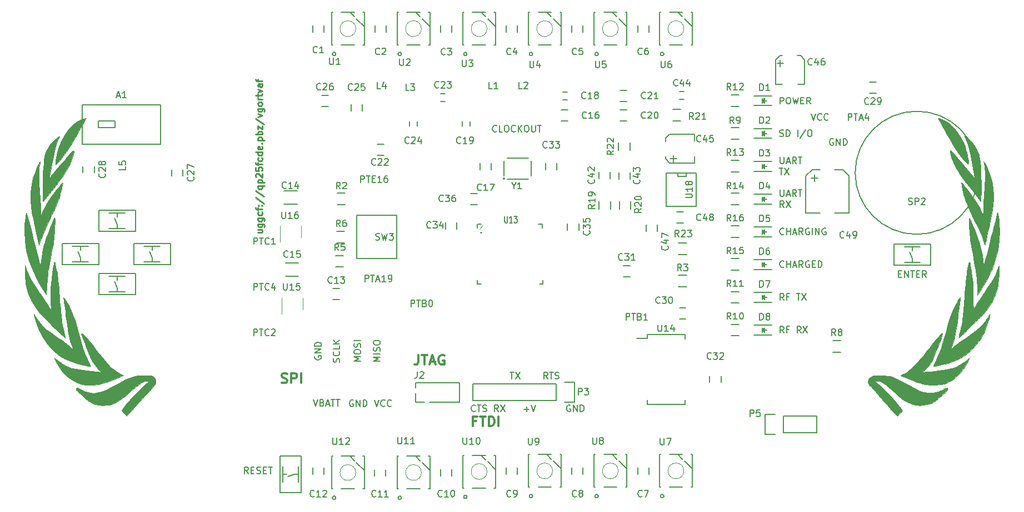
<source format=gto>
G04 #@! TF.GenerationSoftware,KiCad,Pcbnew,(2016-12-18 revision 3ffa37c)-master*
G04 #@! TF.CreationDate,2017-05-23T14:06:46-07:00*
G04 #@! TF.ProjectId,badge-kicad,62616467652D6B696361642E6B696361,rev?*
G04 #@! TF.FileFunction,Legend,Top*
G04 #@! TF.FilePolarity,Positive*
%FSLAX46Y46*%
G04 Gerber Fmt 4.6, Leading zero omitted, Abs format (unit mm)*
G04 Created by KiCad (PCBNEW (2016-12-18 revision 3ffa37c)-master) date Tuesday, May 23, 2017 'PMt' 02:06:46 PM*
%MOMM*%
%LPD*%
G01*
G04 APERTURE LIST*
%ADD10C,0.150000*%
%ADD11C,0.250000*%
%ADD12C,0.200000*%
%ADD13C,0.127000*%
%ADD14C,0.300000*%
%ADD15C,0.100000*%
%ADD16C,0.152400*%
%ADD17C,0.010000*%
%ADD18C,0.120000*%
%ADD19C,0.063500*%
G04 APERTURE END LIST*
D10*
D11*
X110315714Y-85476285D02*
X110982380Y-85476285D01*
X110315714Y-85904857D02*
X110839523Y-85904857D01*
X110934761Y-85857238D01*
X110982380Y-85762000D01*
X110982380Y-85619142D01*
X110934761Y-85523904D01*
X110887142Y-85476285D01*
X110315714Y-84571523D02*
X111125238Y-84571523D01*
X111220476Y-84619142D01*
X111268095Y-84666761D01*
X111315714Y-84762000D01*
X111315714Y-84904857D01*
X111268095Y-85000095D01*
X110934761Y-84571523D02*
X110982380Y-84666761D01*
X110982380Y-84857238D01*
X110934761Y-84952476D01*
X110887142Y-85000095D01*
X110791904Y-85047714D01*
X110506190Y-85047714D01*
X110410952Y-85000095D01*
X110363333Y-84952476D01*
X110315714Y-84857238D01*
X110315714Y-84666761D01*
X110363333Y-84571523D01*
X110315714Y-83666761D02*
X111125238Y-83666761D01*
X111220476Y-83714380D01*
X111268095Y-83762000D01*
X111315714Y-83857238D01*
X111315714Y-84000095D01*
X111268095Y-84095333D01*
X110934761Y-83666761D02*
X110982380Y-83762000D01*
X110982380Y-83952476D01*
X110934761Y-84047714D01*
X110887142Y-84095333D01*
X110791904Y-84142952D01*
X110506190Y-84142952D01*
X110410952Y-84095333D01*
X110363333Y-84047714D01*
X110315714Y-83952476D01*
X110315714Y-83762000D01*
X110363333Y-83666761D01*
X110934761Y-82762000D02*
X110982380Y-82857238D01*
X110982380Y-83047714D01*
X110934761Y-83142952D01*
X110887142Y-83190571D01*
X110791904Y-83238190D01*
X110506190Y-83238190D01*
X110410952Y-83190571D01*
X110363333Y-83142952D01*
X110315714Y-83047714D01*
X110315714Y-82857238D01*
X110363333Y-82762000D01*
X110315714Y-82476285D02*
X110315714Y-82095333D01*
X110982380Y-82333428D02*
X110125238Y-82333428D01*
X110030000Y-82285809D01*
X109982380Y-82190571D01*
X109982380Y-82095333D01*
X110887142Y-81762000D02*
X110934761Y-81714380D01*
X110982380Y-81762000D01*
X110934761Y-81809619D01*
X110887142Y-81762000D01*
X110982380Y-81762000D01*
X110363333Y-81762000D02*
X110410952Y-81714380D01*
X110458571Y-81762000D01*
X110410952Y-81809619D01*
X110363333Y-81762000D01*
X110458571Y-81762000D01*
X109934761Y-80571523D02*
X111220476Y-81428666D01*
X109934761Y-79523904D02*
X111220476Y-80381047D01*
X110315714Y-78762000D02*
X111315714Y-78762000D01*
X110934761Y-78762000D02*
X110982380Y-78857238D01*
X110982380Y-79047714D01*
X110934761Y-79142952D01*
X110887142Y-79190571D01*
X110791904Y-79238190D01*
X110506190Y-79238190D01*
X110410952Y-79190571D01*
X110363333Y-79142952D01*
X110315714Y-79047714D01*
X110315714Y-78857238D01*
X110363333Y-78762000D01*
X110315714Y-78285809D02*
X111315714Y-78285809D01*
X110363333Y-78285809D02*
X110315714Y-78190571D01*
X110315714Y-78000095D01*
X110363333Y-77904857D01*
X110410952Y-77857238D01*
X110506190Y-77809619D01*
X110791904Y-77809619D01*
X110887142Y-77857238D01*
X110934761Y-77904857D01*
X110982380Y-78000095D01*
X110982380Y-78190571D01*
X110934761Y-78285809D01*
X110077619Y-77428666D02*
X110030000Y-77381047D01*
X109982380Y-77285809D01*
X109982380Y-77047714D01*
X110030000Y-76952476D01*
X110077619Y-76904857D01*
X110172857Y-76857238D01*
X110268095Y-76857238D01*
X110410952Y-76904857D01*
X110982380Y-77476285D01*
X110982380Y-76857238D01*
X109982380Y-75952476D02*
X109982380Y-76428666D01*
X110458571Y-76476285D01*
X110410952Y-76428666D01*
X110363333Y-76333428D01*
X110363333Y-76095333D01*
X110410952Y-76000095D01*
X110458571Y-75952476D01*
X110553809Y-75904857D01*
X110791904Y-75904857D01*
X110887142Y-75952476D01*
X110934761Y-76000095D01*
X110982380Y-76095333D01*
X110982380Y-76333428D01*
X110934761Y-76428666D01*
X110887142Y-76476285D01*
X110315714Y-75619142D02*
X110315714Y-75238190D01*
X110982380Y-75476285D02*
X110125238Y-75476285D01*
X110030000Y-75428666D01*
X109982380Y-75333428D01*
X109982380Y-75238190D01*
X110934761Y-74476285D02*
X110982380Y-74571523D01*
X110982380Y-74762000D01*
X110934761Y-74857238D01*
X110887142Y-74904857D01*
X110791904Y-74952476D01*
X110506190Y-74952476D01*
X110410952Y-74904857D01*
X110363333Y-74857238D01*
X110315714Y-74762000D01*
X110315714Y-74571523D01*
X110363333Y-74476285D01*
X110982380Y-73619142D02*
X109982380Y-73619142D01*
X110934761Y-73619142D02*
X110982380Y-73714380D01*
X110982380Y-73904857D01*
X110934761Y-74000095D01*
X110887142Y-74047714D01*
X110791904Y-74095333D01*
X110506190Y-74095333D01*
X110410952Y-74047714D01*
X110363333Y-74000095D01*
X110315714Y-73904857D01*
X110315714Y-73714380D01*
X110363333Y-73619142D01*
X110934761Y-72762000D02*
X110982380Y-72857238D01*
X110982380Y-73047714D01*
X110934761Y-73142952D01*
X110839523Y-73190571D01*
X110458571Y-73190571D01*
X110363333Y-73142952D01*
X110315714Y-73047714D01*
X110315714Y-72857238D01*
X110363333Y-72762000D01*
X110458571Y-72714380D01*
X110553809Y-72714380D01*
X110649047Y-73190571D01*
X110887142Y-72285809D02*
X110934761Y-72238190D01*
X110982380Y-72285809D01*
X110934761Y-72333428D01*
X110887142Y-72285809D01*
X110982380Y-72285809D01*
X110315714Y-71809619D02*
X111315714Y-71809619D01*
X110363333Y-71809619D02*
X110315714Y-71714380D01*
X110315714Y-71523904D01*
X110363333Y-71428666D01*
X110410952Y-71381047D01*
X110506190Y-71333428D01*
X110791904Y-71333428D01*
X110887142Y-71381047D01*
X110934761Y-71428666D01*
X110982380Y-71523904D01*
X110982380Y-71714380D01*
X110934761Y-71809619D01*
X110982380Y-70904857D02*
X109982380Y-70904857D01*
X110363333Y-70904857D02*
X110315714Y-70809619D01*
X110315714Y-70619142D01*
X110363333Y-70523904D01*
X110410952Y-70476285D01*
X110506190Y-70428666D01*
X110791904Y-70428666D01*
X110887142Y-70476285D01*
X110934761Y-70523904D01*
X110982380Y-70619142D01*
X110982380Y-70809619D01*
X110934761Y-70904857D01*
X110315714Y-70095333D02*
X110315714Y-69571523D01*
X110982380Y-70095333D01*
X110982380Y-69571523D01*
X109934761Y-68476285D02*
X111220476Y-69333428D01*
X110315714Y-68238190D02*
X110982380Y-68000095D01*
X110315714Y-67762000D01*
X110315714Y-66952476D02*
X111125238Y-66952476D01*
X111220476Y-67000095D01*
X111268095Y-67047714D01*
X111315714Y-67142952D01*
X111315714Y-67285809D01*
X111268095Y-67381047D01*
X110934761Y-66952476D02*
X110982380Y-67047714D01*
X110982380Y-67238190D01*
X110934761Y-67333428D01*
X110887142Y-67381047D01*
X110791904Y-67428666D01*
X110506190Y-67428666D01*
X110410952Y-67381047D01*
X110363333Y-67333428D01*
X110315714Y-67238190D01*
X110315714Y-67047714D01*
X110363333Y-66952476D01*
X110982380Y-66333428D02*
X110934761Y-66428666D01*
X110887142Y-66476285D01*
X110791904Y-66523904D01*
X110506190Y-66523904D01*
X110410952Y-66476285D01*
X110363333Y-66428666D01*
X110315714Y-66333428D01*
X110315714Y-66190571D01*
X110363333Y-66095333D01*
X110410952Y-66047714D01*
X110506190Y-66000095D01*
X110791904Y-66000095D01*
X110887142Y-66047714D01*
X110934761Y-66095333D01*
X110982380Y-66190571D01*
X110982380Y-66333428D01*
X110982380Y-65571523D02*
X110315714Y-65571523D01*
X110506190Y-65571523D02*
X110410952Y-65523904D01*
X110363333Y-65476285D01*
X110315714Y-65381047D01*
X110315714Y-65285809D01*
X110315714Y-65095333D02*
X110315714Y-64714380D01*
X109982380Y-64952476D02*
X110839523Y-64952476D01*
X110934761Y-64904857D01*
X110982380Y-64809619D01*
X110982380Y-64714380D01*
X110315714Y-64476285D02*
X110982380Y-64238190D01*
X110315714Y-64000095D01*
X110982380Y-63190571D02*
X110458571Y-63190571D01*
X110363333Y-63238190D01*
X110315714Y-63333428D01*
X110315714Y-63523904D01*
X110363333Y-63619142D01*
X110934761Y-63190571D02*
X110982380Y-63285809D01*
X110982380Y-63523904D01*
X110934761Y-63619142D01*
X110839523Y-63666761D01*
X110744285Y-63666761D01*
X110649047Y-63619142D01*
X110601428Y-63523904D01*
X110601428Y-63285809D01*
X110553809Y-63190571D01*
X110315714Y-62857238D02*
X110315714Y-62476285D01*
X110982380Y-62714380D02*
X110125238Y-62714380D01*
X110030000Y-62666761D01*
X109982380Y-62571523D01*
X109982380Y-62476285D01*
D12*
X189878095Y-66254380D02*
X189878095Y-65254380D01*
X190259047Y-65254380D01*
X190354285Y-65302000D01*
X190401904Y-65349619D01*
X190449523Y-65444857D01*
X190449523Y-65587714D01*
X190401904Y-65682952D01*
X190354285Y-65730571D01*
X190259047Y-65778190D01*
X189878095Y-65778190D01*
X191068571Y-65254380D02*
X191259047Y-65254380D01*
X191354285Y-65302000D01*
X191449523Y-65397238D01*
X191497142Y-65587714D01*
X191497142Y-65921047D01*
X191449523Y-66111523D01*
X191354285Y-66206761D01*
X191259047Y-66254380D01*
X191068571Y-66254380D01*
X190973333Y-66206761D01*
X190878095Y-66111523D01*
X190830476Y-65921047D01*
X190830476Y-65587714D01*
X190878095Y-65397238D01*
X190973333Y-65302000D01*
X191068571Y-65254380D01*
X191830476Y-65254380D02*
X192068571Y-66254380D01*
X192259047Y-65540095D01*
X192449523Y-66254380D01*
X192687619Y-65254380D01*
X193068571Y-65730571D02*
X193401904Y-65730571D01*
X193544761Y-66254380D02*
X193068571Y-66254380D01*
X193068571Y-65254380D01*
X193544761Y-65254380D01*
X194544761Y-66254380D02*
X194211428Y-65778190D01*
X193973333Y-66254380D02*
X193973333Y-65254380D01*
X194354285Y-65254380D01*
X194449523Y-65302000D01*
X194497142Y-65349619D01*
X194544761Y-65444857D01*
X194544761Y-65587714D01*
X194497142Y-65682952D01*
X194449523Y-65730571D01*
X194354285Y-65778190D01*
X193973333Y-65778190D01*
D13*
X194640666Y-67740380D02*
X194974000Y-68740380D01*
X195307333Y-67740380D01*
X196212095Y-68645142D02*
X196164476Y-68692761D01*
X196021619Y-68740380D01*
X195926380Y-68740380D01*
X195783523Y-68692761D01*
X195688285Y-68597523D01*
X195640666Y-68502285D01*
X195593047Y-68311809D01*
X195593047Y-68168952D01*
X195640666Y-67978476D01*
X195688285Y-67883238D01*
X195783523Y-67788000D01*
X195926380Y-67740380D01*
X196021619Y-67740380D01*
X196164476Y-67788000D01*
X196212095Y-67835619D01*
X197212095Y-68645142D02*
X197164476Y-68692761D01*
X197021619Y-68740380D01*
X196926380Y-68740380D01*
X196783523Y-68692761D01*
X196688285Y-68597523D01*
X196640666Y-68502285D01*
X196593047Y-68311809D01*
X196593047Y-68168952D01*
X196640666Y-67978476D01*
X196688285Y-67883238D01*
X196783523Y-67788000D01*
X196926380Y-67740380D01*
X197021619Y-67740380D01*
X197164476Y-67788000D01*
X197212095Y-67835619D01*
X166414952Y-99220380D02*
X166414952Y-98220380D01*
X166795904Y-98220380D01*
X166891142Y-98268000D01*
X166938761Y-98315619D01*
X166986380Y-98410857D01*
X166986380Y-98553714D01*
X166938761Y-98648952D01*
X166891142Y-98696571D01*
X166795904Y-98744190D01*
X166414952Y-98744190D01*
X167272095Y-98220380D02*
X167843523Y-98220380D01*
X167557809Y-99220380D02*
X167557809Y-98220380D01*
X168510190Y-98696571D02*
X168653047Y-98744190D01*
X168700666Y-98791809D01*
X168748285Y-98887047D01*
X168748285Y-99029904D01*
X168700666Y-99125142D01*
X168653047Y-99172761D01*
X168557809Y-99220380D01*
X168176857Y-99220380D01*
X168176857Y-98220380D01*
X168510190Y-98220380D01*
X168605428Y-98268000D01*
X168653047Y-98315619D01*
X168700666Y-98410857D01*
X168700666Y-98506095D01*
X168653047Y-98601333D01*
X168605428Y-98648952D01*
X168510190Y-98696571D01*
X168176857Y-98696571D01*
X169700666Y-99220380D02*
X169129238Y-99220380D01*
X169414952Y-99220380D02*
X169414952Y-98220380D01*
X169319714Y-98363238D01*
X169224476Y-98458476D01*
X169129238Y-98506095D01*
X109690952Y-87674380D02*
X109690952Y-86674380D01*
X110071904Y-86674380D01*
X110167142Y-86722000D01*
X110214761Y-86769619D01*
X110262380Y-86864857D01*
X110262380Y-87007714D01*
X110214761Y-87102952D01*
X110167142Y-87150571D01*
X110071904Y-87198190D01*
X109690952Y-87198190D01*
X110548095Y-86674380D02*
X111119523Y-86674380D01*
X110833809Y-87674380D02*
X110833809Y-86674380D01*
X112024285Y-87579142D02*
X111976666Y-87626761D01*
X111833809Y-87674380D01*
X111738571Y-87674380D01*
X111595714Y-87626761D01*
X111500476Y-87531523D01*
X111452857Y-87436285D01*
X111405238Y-87245809D01*
X111405238Y-87102952D01*
X111452857Y-86912476D01*
X111500476Y-86817238D01*
X111595714Y-86722000D01*
X111738571Y-86674380D01*
X111833809Y-86674380D01*
X111976666Y-86722000D01*
X112024285Y-86769619D01*
X112976666Y-87674380D02*
X112405238Y-87674380D01*
X112690952Y-87674380D02*
X112690952Y-86674380D01*
X112595714Y-86817238D01*
X112500476Y-86912476D01*
X112405238Y-86960095D01*
X126640190Y-93378380D02*
X126640190Y-92378380D01*
X127021142Y-92378380D01*
X127116380Y-92426000D01*
X127164000Y-92473619D01*
X127211619Y-92568857D01*
X127211619Y-92711714D01*
X127164000Y-92806952D01*
X127116380Y-92854571D01*
X127021142Y-92902190D01*
X126640190Y-92902190D01*
X127497333Y-92378380D02*
X128068761Y-92378380D01*
X127783047Y-93378380D02*
X127783047Y-92378380D01*
X128354476Y-93092666D02*
X128830666Y-93092666D01*
X128259238Y-93378380D02*
X128592571Y-92378380D01*
X128925904Y-93378380D01*
X129783047Y-93378380D02*
X129211619Y-93378380D01*
X129497333Y-93378380D02*
X129497333Y-92378380D01*
X129402095Y-92521238D01*
X129306857Y-92616476D01*
X129211619Y-92664095D01*
X130259238Y-93378380D02*
X130449714Y-93378380D01*
X130544952Y-93330761D01*
X130592571Y-93283142D01*
X130687809Y-93140285D01*
X130735428Y-92949809D01*
X130735428Y-92568857D01*
X130687809Y-92473619D01*
X130640190Y-92426000D01*
X130544952Y-92378380D01*
X130354476Y-92378380D01*
X130259238Y-92426000D01*
X130211619Y-92473619D01*
X130164000Y-92568857D01*
X130164000Y-92806952D01*
X130211619Y-92902190D01*
X130259238Y-92949809D01*
X130354476Y-92997428D01*
X130544952Y-92997428D01*
X130640190Y-92949809D01*
X130687809Y-92902190D01*
X130735428Y-92806952D01*
X109690952Y-94648380D02*
X109690952Y-93648380D01*
X110071904Y-93648380D01*
X110167142Y-93696000D01*
X110214761Y-93743619D01*
X110262380Y-93838857D01*
X110262380Y-93981714D01*
X110214761Y-94076952D01*
X110167142Y-94124571D01*
X110071904Y-94172190D01*
X109690952Y-94172190D01*
X110548095Y-93648380D02*
X111119523Y-93648380D01*
X110833809Y-94648380D02*
X110833809Y-93648380D01*
X112024285Y-94553142D02*
X111976666Y-94600761D01*
X111833809Y-94648380D01*
X111738571Y-94648380D01*
X111595714Y-94600761D01*
X111500476Y-94505523D01*
X111452857Y-94410285D01*
X111405238Y-94219809D01*
X111405238Y-94076952D01*
X111452857Y-93886476D01*
X111500476Y-93791238D01*
X111595714Y-93696000D01*
X111738571Y-93648380D01*
X111833809Y-93648380D01*
X111976666Y-93696000D01*
X112024285Y-93743619D01*
X112881428Y-93981714D02*
X112881428Y-94648380D01*
X112643333Y-93600761D02*
X112405238Y-94315047D01*
X113024285Y-94315047D01*
X109680952Y-101620880D02*
X109680952Y-100620880D01*
X110061904Y-100620880D01*
X110157142Y-100668500D01*
X110204761Y-100716119D01*
X110252380Y-100811357D01*
X110252380Y-100954214D01*
X110204761Y-101049452D01*
X110157142Y-101097071D01*
X110061904Y-101144690D01*
X109680952Y-101144690D01*
X110538095Y-100620880D02*
X111109523Y-100620880D01*
X110823809Y-101620880D02*
X110823809Y-100620880D01*
X112014285Y-101525642D02*
X111966666Y-101573261D01*
X111823809Y-101620880D01*
X111728571Y-101620880D01*
X111585714Y-101573261D01*
X111490476Y-101478023D01*
X111442857Y-101382785D01*
X111395238Y-101192309D01*
X111395238Y-101049452D01*
X111442857Y-100858976D01*
X111490476Y-100763738D01*
X111585714Y-100668500D01*
X111728571Y-100620880D01*
X111823809Y-100620880D01*
X111966666Y-100668500D01*
X112014285Y-100716119D01*
X112395238Y-100716119D02*
X112442857Y-100668500D01*
X112538095Y-100620880D01*
X112776190Y-100620880D01*
X112871428Y-100668500D01*
X112919047Y-100716119D01*
X112966666Y-100811357D01*
X112966666Y-100906595D01*
X112919047Y-101049452D01*
X112347619Y-101620880D01*
X112966666Y-101620880D01*
X133648952Y-97188380D02*
X133648952Y-96188380D01*
X134029904Y-96188380D01*
X134125142Y-96236000D01*
X134172761Y-96283619D01*
X134220380Y-96378857D01*
X134220380Y-96521714D01*
X134172761Y-96616952D01*
X134125142Y-96664571D01*
X134029904Y-96712190D01*
X133648952Y-96712190D01*
X134506095Y-96188380D02*
X135077523Y-96188380D01*
X134791809Y-97188380D02*
X134791809Y-96188380D01*
X135744190Y-96664571D02*
X135887047Y-96712190D01*
X135934666Y-96759809D01*
X135982285Y-96855047D01*
X135982285Y-96997904D01*
X135934666Y-97093142D01*
X135887047Y-97140761D01*
X135791809Y-97188380D01*
X135410857Y-97188380D01*
X135410857Y-96188380D01*
X135744190Y-96188380D01*
X135839428Y-96236000D01*
X135887047Y-96283619D01*
X135934666Y-96378857D01*
X135934666Y-96474095D01*
X135887047Y-96569333D01*
X135839428Y-96616952D01*
X135744190Y-96664571D01*
X135410857Y-96664571D01*
X136601333Y-96188380D02*
X136696571Y-96188380D01*
X136791809Y-96236000D01*
X136839428Y-96283619D01*
X136887047Y-96378857D01*
X136934666Y-96569333D01*
X136934666Y-96807428D01*
X136887047Y-96997904D01*
X136839428Y-97093142D01*
X136791809Y-97140761D01*
X136696571Y-97188380D01*
X136601333Y-97188380D01*
X136506095Y-97140761D01*
X136458476Y-97093142D01*
X136410857Y-96997904D01*
X136363238Y-96807428D01*
X136363238Y-96569333D01*
X136410857Y-96378857D01*
X136458476Y-96283619D01*
X136506095Y-96236000D01*
X136601333Y-96188380D01*
X125982380Y-78214380D02*
X125982380Y-77214380D01*
X126363333Y-77214380D01*
X126458571Y-77262000D01*
X126506190Y-77309619D01*
X126553809Y-77404857D01*
X126553809Y-77547714D01*
X126506190Y-77642952D01*
X126458571Y-77690571D01*
X126363333Y-77738190D01*
X125982380Y-77738190D01*
X126839523Y-77214380D02*
X127410952Y-77214380D01*
X127125238Y-78214380D02*
X127125238Y-77214380D01*
X127744285Y-77690571D02*
X128077619Y-77690571D01*
X128220476Y-78214380D02*
X127744285Y-78214380D01*
X127744285Y-77214380D01*
X128220476Y-77214380D01*
X129172857Y-78214380D02*
X128601428Y-78214380D01*
X128887142Y-78214380D02*
X128887142Y-77214380D01*
X128791904Y-77357238D01*
X128696666Y-77452476D01*
X128601428Y-77500095D01*
X130030000Y-77214380D02*
X129839523Y-77214380D01*
X129744285Y-77262000D01*
X129696666Y-77309619D01*
X129601428Y-77452476D01*
X129553809Y-77642952D01*
X129553809Y-78023904D01*
X129601428Y-78119142D01*
X129649047Y-78166761D01*
X129744285Y-78214380D01*
X129934761Y-78214380D01*
X130030000Y-78166761D01*
X130077619Y-78119142D01*
X130125238Y-78023904D01*
X130125238Y-77785809D01*
X130077619Y-77690571D01*
X130030000Y-77642952D01*
X129934761Y-77595333D01*
X129744285Y-77595333D01*
X129649047Y-77642952D01*
X129601428Y-77690571D01*
X129553809Y-77785809D01*
X200268380Y-68740380D02*
X200268380Y-67740380D01*
X200649333Y-67740380D01*
X200744571Y-67788000D01*
X200792190Y-67835619D01*
X200839809Y-67930857D01*
X200839809Y-68073714D01*
X200792190Y-68168952D01*
X200744571Y-68216571D01*
X200649333Y-68264190D01*
X200268380Y-68264190D01*
X201125523Y-67740380D02*
X201696952Y-67740380D01*
X201411238Y-68740380D02*
X201411238Y-67740380D01*
X201982666Y-68454666D02*
X202458857Y-68454666D01*
X201887428Y-68740380D02*
X202220761Y-67740380D01*
X202554095Y-68740380D01*
X203316000Y-68073714D02*
X203316000Y-68740380D01*
X203077904Y-67692761D02*
X202839809Y-68407047D01*
X203458857Y-68407047D01*
X198006095Y-71598000D02*
X197910857Y-71550380D01*
X197768000Y-71550380D01*
X197625142Y-71598000D01*
X197529904Y-71693238D01*
X197482285Y-71788476D01*
X197434666Y-71978952D01*
X197434666Y-72121809D01*
X197482285Y-72312285D01*
X197529904Y-72407523D01*
X197625142Y-72502761D01*
X197768000Y-72550380D01*
X197863238Y-72550380D01*
X198006095Y-72502761D01*
X198053714Y-72455142D01*
X198053714Y-72121809D01*
X197863238Y-72121809D01*
X198482285Y-72550380D02*
X198482285Y-71550380D01*
X199053714Y-72550380D01*
X199053714Y-71550380D01*
X199529904Y-72550380D02*
X199529904Y-71550380D01*
X199768000Y-71550380D01*
X199910857Y-71598000D01*
X200006095Y-71693238D01*
X200053714Y-71788476D01*
X200101333Y-71978952D01*
X200101333Y-72121809D01*
X200053714Y-72312285D01*
X200006095Y-72407523D01*
X199910857Y-72502761D01*
X199768000Y-72550380D01*
X199529904Y-72550380D01*
D12*
X146698380Y-70423142D02*
X146650761Y-70470761D01*
X146507904Y-70518380D01*
X146412666Y-70518380D01*
X146269809Y-70470761D01*
X146174571Y-70375523D01*
X146126952Y-70280285D01*
X146079333Y-70089809D01*
X146079333Y-69946952D01*
X146126952Y-69756476D01*
X146174571Y-69661238D01*
X146269809Y-69566000D01*
X146412666Y-69518380D01*
X146507904Y-69518380D01*
X146650761Y-69566000D01*
X146698380Y-69613619D01*
X147603142Y-70518380D02*
X147126952Y-70518380D01*
X147126952Y-69518380D01*
X148126952Y-69518380D02*
X148317428Y-69518380D01*
X148412666Y-69566000D01*
X148507904Y-69661238D01*
X148555523Y-69851714D01*
X148555523Y-70185047D01*
X148507904Y-70375523D01*
X148412666Y-70470761D01*
X148317428Y-70518380D01*
X148126952Y-70518380D01*
X148031714Y-70470761D01*
X147936476Y-70375523D01*
X147888857Y-70185047D01*
X147888857Y-69851714D01*
X147936476Y-69661238D01*
X148031714Y-69566000D01*
X148126952Y-69518380D01*
X149555523Y-70423142D02*
X149507904Y-70470761D01*
X149365047Y-70518380D01*
X149269809Y-70518380D01*
X149126952Y-70470761D01*
X149031714Y-70375523D01*
X148984095Y-70280285D01*
X148936476Y-70089809D01*
X148936476Y-69946952D01*
X148984095Y-69756476D01*
X149031714Y-69661238D01*
X149126952Y-69566000D01*
X149269809Y-69518380D01*
X149365047Y-69518380D01*
X149507904Y-69566000D01*
X149555523Y-69613619D01*
X149984095Y-70518380D02*
X149984095Y-69518380D01*
X150555523Y-70518380D02*
X150126952Y-69946952D01*
X150555523Y-69518380D02*
X149984095Y-70089809D01*
X151174571Y-69518380D02*
X151365047Y-69518380D01*
X151460285Y-69566000D01*
X151555523Y-69661238D01*
X151603142Y-69851714D01*
X151603142Y-70185047D01*
X151555523Y-70375523D01*
X151460285Y-70470761D01*
X151365047Y-70518380D01*
X151174571Y-70518380D01*
X151079333Y-70470761D01*
X150984095Y-70375523D01*
X150936476Y-70185047D01*
X150936476Y-69851714D01*
X150984095Y-69661238D01*
X151079333Y-69566000D01*
X151174571Y-69518380D01*
X152031714Y-69518380D02*
X152031714Y-70327904D01*
X152079333Y-70423142D01*
X152126952Y-70470761D01*
X152222190Y-70518380D01*
X152412666Y-70518380D01*
X152507904Y-70470761D01*
X152555523Y-70423142D01*
X152603142Y-70327904D01*
X152603142Y-69518380D01*
X152936476Y-69518380D02*
X153507904Y-69518380D01*
X153222190Y-70518380D02*
X153222190Y-69518380D01*
X125616000Y-83274000D02*
X125362000Y-83274000D01*
X125362000Y-89878000D02*
X125362000Y-83274000D01*
X131458000Y-89878000D02*
X125362000Y-89878000D01*
X131458000Y-83274000D02*
X131458000Y-89878000D01*
X125616000Y-83274000D02*
X131458000Y-83274000D01*
D14*
X134788000Y-104550571D02*
X134788000Y-105622000D01*
X134716571Y-105836285D01*
X134573714Y-105979142D01*
X134359428Y-106050571D01*
X134216571Y-106050571D01*
X135288000Y-104550571D02*
X136145142Y-104550571D01*
X135716571Y-106050571D02*
X135716571Y-104550571D01*
X136573714Y-105622000D02*
X137288000Y-105622000D01*
X136430857Y-106050571D02*
X136930857Y-104550571D01*
X137430857Y-106050571D01*
X138716571Y-104622000D02*
X138573714Y-104550571D01*
X138359428Y-104550571D01*
X138145142Y-104622000D01*
X138002285Y-104764857D01*
X137930857Y-104907714D01*
X137859428Y-105193428D01*
X137859428Y-105407714D01*
X137930857Y-105693428D01*
X138002285Y-105836285D01*
X138145142Y-105979142D01*
X138359428Y-106050571D01*
X138502285Y-106050571D01*
X138716571Y-105979142D01*
X138788000Y-105907714D01*
X138788000Y-105407714D01*
X138502285Y-105407714D01*
D13*
X128942380Y-105543428D02*
X127942380Y-105543428D01*
X128656666Y-105210095D01*
X127942380Y-104876761D01*
X128942380Y-104876761D01*
X128942380Y-104400571D02*
X127942380Y-104400571D01*
X128894761Y-103972000D02*
X128942380Y-103829142D01*
X128942380Y-103591047D01*
X128894761Y-103495809D01*
X128847142Y-103448190D01*
X128751904Y-103400571D01*
X128656666Y-103400571D01*
X128561428Y-103448190D01*
X128513809Y-103495809D01*
X128466190Y-103591047D01*
X128418571Y-103781523D01*
X128370952Y-103876761D01*
X128323333Y-103924380D01*
X128228095Y-103972000D01*
X128132857Y-103972000D01*
X128037619Y-103924380D01*
X127990000Y-103876761D01*
X127942380Y-103781523D01*
X127942380Y-103543428D01*
X127990000Y-103400571D01*
X127942380Y-102781523D02*
X127942380Y-102591047D01*
X127990000Y-102495809D01*
X128085238Y-102400571D01*
X128275714Y-102352952D01*
X128609047Y-102352952D01*
X128799523Y-102400571D01*
X128894761Y-102495809D01*
X128942380Y-102591047D01*
X128942380Y-102781523D01*
X128894761Y-102876761D01*
X128799523Y-102972000D01*
X128609047Y-103019619D01*
X128275714Y-103019619D01*
X128085238Y-102972000D01*
X127990000Y-102876761D01*
X127942380Y-102781523D01*
X125982380Y-105533428D02*
X124982380Y-105533428D01*
X125696666Y-105200095D01*
X124982380Y-104866761D01*
X125982380Y-104866761D01*
X124982380Y-104200095D02*
X124982380Y-104009619D01*
X125030000Y-103914380D01*
X125125238Y-103819142D01*
X125315714Y-103771523D01*
X125649047Y-103771523D01*
X125839523Y-103819142D01*
X125934761Y-103914380D01*
X125982380Y-104009619D01*
X125982380Y-104200095D01*
X125934761Y-104295333D01*
X125839523Y-104390571D01*
X125649047Y-104438190D01*
X125315714Y-104438190D01*
X125125238Y-104390571D01*
X125030000Y-104295333D01*
X124982380Y-104200095D01*
X125934761Y-103390571D02*
X125982380Y-103247714D01*
X125982380Y-103009619D01*
X125934761Y-102914380D01*
X125887142Y-102866761D01*
X125791904Y-102819142D01*
X125696666Y-102819142D01*
X125601428Y-102866761D01*
X125553809Y-102914380D01*
X125506190Y-103009619D01*
X125458571Y-103200095D01*
X125410952Y-103295333D01*
X125363333Y-103342952D01*
X125268095Y-103390571D01*
X125172857Y-103390571D01*
X125077619Y-103342952D01*
X125030000Y-103295333D01*
X124982380Y-103200095D01*
X124982380Y-102962000D01*
X125030000Y-102819142D01*
X125982380Y-102390571D02*
X124982380Y-102390571D01*
X122734761Y-105652476D02*
X122782380Y-105509619D01*
X122782380Y-105271523D01*
X122734761Y-105176285D01*
X122687142Y-105128666D01*
X122591904Y-105081047D01*
X122496666Y-105081047D01*
X122401428Y-105128666D01*
X122353809Y-105176285D01*
X122306190Y-105271523D01*
X122258571Y-105462000D01*
X122210952Y-105557238D01*
X122163333Y-105604857D01*
X122068095Y-105652476D01*
X121972857Y-105652476D01*
X121877619Y-105604857D01*
X121830000Y-105557238D01*
X121782380Y-105462000D01*
X121782380Y-105223904D01*
X121830000Y-105081047D01*
X122687142Y-104081047D02*
X122734761Y-104128666D01*
X122782380Y-104271523D01*
X122782380Y-104366761D01*
X122734761Y-104509619D01*
X122639523Y-104604857D01*
X122544285Y-104652476D01*
X122353809Y-104700095D01*
X122210952Y-104700095D01*
X122020476Y-104652476D01*
X121925238Y-104604857D01*
X121830000Y-104509619D01*
X121782380Y-104366761D01*
X121782380Y-104271523D01*
X121830000Y-104128666D01*
X121877619Y-104081047D01*
X122782380Y-103176285D02*
X122782380Y-103652476D01*
X121782380Y-103652476D01*
X122782380Y-102842952D02*
X121782380Y-102842952D01*
X122782380Y-102271523D02*
X122210952Y-102700095D01*
X121782380Y-102271523D02*
X122353809Y-102842952D01*
D14*
X113920285Y-108773142D02*
X114134571Y-108844571D01*
X114491714Y-108844571D01*
X114634571Y-108773142D01*
X114706000Y-108701714D01*
X114777428Y-108558857D01*
X114777428Y-108416000D01*
X114706000Y-108273142D01*
X114634571Y-108201714D01*
X114491714Y-108130285D01*
X114206000Y-108058857D01*
X114063142Y-107987428D01*
X113991714Y-107916000D01*
X113920285Y-107773142D01*
X113920285Y-107630285D01*
X113991714Y-107487428D01*
X114063142Y-107416000D01*
X114206000Y-107344571D01*
X114563142Y-107344571D01*
X114777428Y-107416000D01*
X115420285Y-108844571D02*
X115420285Y-107344571D01*
X115991714Y-107344571D01*
X116134571Y-107416000D01*
X116206000Y-107487428D01*
X116277428Y-107630285D01*
X116277428Y-107844571D01*
X116206000Y-107987428D01*
X116134571Y-108058857D01*
X115991714Y-108130285D01*
X115420285Y-108130285D01*
X116920285Y-108844571D02*
X116920285Y-107344571D01*
D13*
X118766190Y-111374380D02*
X119099523Y-112374380D01*
X119432857Y-111374380D01*
X120099523Y-111850571D02*
X120242380Y-111898190D01*
X120290000Y-111945809D01*
X120337619Y-112041047D01*
X120337619Y-112183904D01*
X120290000Y-112279142D01*
X120242380Y-112326761D01*
X120147142Y-112374380D01*
X119766190Y-112374380D01*
X119766190Y-111374380D01*
X120099523Y-111374380D01*
X120194761Y-111422000D01*
X120242380Y-111469619D01*
X120290000Y-111564857D01*
X120290000Y-111660095D01*
X120242380Y-111755333D01*
X120194761Y-111802952D01*
X120099523Y-111850571D01*
X119766190Y-111850571D01*
X120718571Y-112088666D02*
X121194761Y-112088666D01*
X120623333Y-112374380D02*
X120956666Y-111374380D01*
X121290000Y-112374380D01*
X121480476Y-111374380D02*
X122051904Y-111374380D01*
X121766190Y-112374380D02*
X121766190Y-111374380D01*
X122242380Y-111374380D02*
X122813809Y-111374380D01*
X122528095Y-112374380D02*
X122528095Y-111374380D01*
X124848095Y-111476000D02*
X124752857Y-111428380D01*
X124610000Y-111428380D01*
X124467142Y-111476000D01*
X124371904Y-111571238D01*
X124324285Y-111666476D01*
X124276666Y-111856952D01*
X124276666Y-111999809D01*
X124324285Y-112190285D01*
X124371904Y-112285523D01*
X124467142Y-112380761D01*
X124610000Y-112428380D01*
X124705238Y-112428380D01*
X124848095Y-112380761D01*
X124895714Y-112333142D01*
X124895714Y-111999809D01*
X124705238Y-111999809D01*
X125324285Y-112428380D02*
X125324285Y-111428380D01*
X125895714Y-112428380D01*
X125895714Y-111428380D01*
X126371904Y-112428380D02*
X126371904Y-111428380D01*
X126610000Y-111428380D01*
X126752857Y-111476000D01*
X126848095Y-111571238D01*
X126895714Y-111666476D01*
X126943333Y-111856952D01*
X126943333Y-111999809D01*
X126895714Y-112190285D01*
X126848095Y-112285523D01*
X126752857Y-112380761D01*
X126610000Y-112428380D01*
X126371904Y-112428380D01*
X128092666Y-111428380D02*
X128426000Y-112428380D01*
X128759333Y-111428380D01*
X129664095Y-112333142D02*
X129616476Y-112380761D01*
X129473619Y-112428380D01*
X129378380Y-112428380D01*
X129235523Y-112380761D01*
X129140285Y-112285523D01*
X129092666Y-112190285D01*
X129045047Y-111999809D01*
X129045047Y-111856952D01*
X129092666Y-111666476D01*
X129140285Y-111571238D01*
X129235523Y-111476000D01*
X129378380Y-111428380D01*
X129473619Y-111428380D01*
X129616476Y-111476000D01*
X129664095Y-111523619D01*
X130664095Y-112333142D02*
X130616476Y-112380761D01*
X130473619Y-112428380D01*
X130378380Y-112428380D01*
X130235523Y-112380761D01*
X130140285Y-112285523D01*
X130092666Y-112190285D01*
X130045047Y-111999809D01*
X130045047Y-111856952D01*
X130092666Y-111666476D01*
X130140285Y-111571238D01*
X130235523Y-111476000D01*
X130378380Y-111428380D01*
X130473619Y-111428380D01*
X130616476Y-111476000D01*
X130664095Y-111523619D01*
X119030000Y-104733904D02*
X118982380Y-104829142D01*
X118982380Y-104972000D01*
X119030000Y-105114857D01*
X119125238Y-105210095D01*
X119220476Y-105257714D01*
X119410952Y-105305333D01*
X119553809Y-105305333D01*
X119744285Y-105257714D01*
X119839523Y-105210095D01*
X119934761Y-105114857D01*
X119982380Y-104972000D01*
X119982380Y-104876761D01*
X119934761Y-104733904D01*
X119887142Y-104686285D01*
X119553809Y-104686285D01*
X119553809Y-104876761D01*
X119982380Y-104257714D02*
X118982380Y-104257714D01*
X119982380Y-103686285D01*
X118982380Y-103686285D01*
X119982380Y-103210095D02*
X118982380Y-103210095D01*
X118982380Y-102972000D01*
X119030000Y-102829142D01*
X119125238Y-102733904D01*
X119220476Y-102686285D01*
X119410952Y-102638666D01*
X119553809Y-102638666D01*
X119744285Y-102686285D01*
X119839523Y-102733904D01*
X119934761Y-102829142D01*
X119982380Y-102972000D01*
X119982380Y-103210095D01*
D12*
X143469523Y-113119142D02*
X143421904Y-113166761D01*
X143279047Y-113214380D01*
X143183809Y-113214380D01*
X143040952Y-113166761D01*
X142945714Y-113071523D01*
X142898095Y-112976285D01*
X142850476Y-112785809D01*
X142850476Y-112642952D01*
X142898095Y-112452476D01*
X142945714Y-112357238D01*
X143040952Y-112262000D01*
X143183809Y-112214380D01*
X143279047Y-112214380D01*
X143421904Y-112262000D01*
X143469523Y-112309619D01*
X143755238Y-112214380D02*
X144326666Y-112214380D01*
X144040952Y-113214380D02*
X144040952Y-112214380D01*
X144612380Y-113166761D02*
X144755238Y-113214380D01*
X144993333Y-113214380D01*
X145088571Y-113166761D01*
X145136190Y-113119142D01*
X145183809Y-113023904D01*
X145183809Y-112928666D01*
X145136190Y-112833428D01*
X145088571Y-112785809D01*
X144993333Y-112738190D01*
X144802857Y-112690571D01*
X144707619Y-112642952D01*
X144660000Y-112595333D01*
X144612380Y-112500095D01*
X144612380Y-112404857D01*
X144660000Y-112309619D01*
X144707619Y-112262000D01*
X144802857Y-112214380D01*
X145040952Y-112214380D01*
X145183809Y-112262000D01*
X146969523Y-113214380D02*
X146636190Y-112738190D01*
X146398095Y-113214380D02*
X146398095Y-112214380D01*
X146779047Y-112214380D01*
X146874285Y-112262000D01*
X146921904Y-112309619D01*
X146969523Y-112404857D01*
X146969523Y-112547714D01*
X146921904Y-112642952D01*
X146874285Y-112690571D01*
X146779047Y-112738190D01*
X146398095Y-112738190D01*
X147302857Y-112214380D02*
X147969523Y-113214380D01*
X147969523Y-112214380D02*
X147302857Y-113214380D01*
X148755238Y-107214380D02*
X149326666Y-107214380D01*
X149040952Y-108214380D02*
X149040952Y-107214380D01*
X149564761Y-107214380D02*
X150231428Y-108214380D01*
X150231428Y-107214380D02*
X149564761Y-108214380D01*
X154469523Y-108214380D02*
X154136190Y-107738190D01*
X153898095Y-108214380D02*
X153898095Y-107214380D01*
X154279047Y-107214380D01*
X154374285Y-107262000D01*
X154421904Y-107309619D01*
X154469523Y-107404857D01*
X154469523Y-107547714D01*
X154421904Y-107642952D01*
X154374285Y-107690571D01*
X154279047Y-107738190D01*
X153898095Y-107738190D01*
X154755238Y-107214380D02*
X155326666Y-107214380D01*
X155040952Y-108214380D02*
X155040952Y-107214380D01*
X155612380Y-108166761D02*
X155755238Y-108214380D01*
X155993333Y-108214380D01*
X156088571Y-108166761D01*
X156136190Y-108119142D01*
X156183809Y-108023904D01*
X156183809Y-107928666D01*
X156136190Y-107833428D01*
X156088571Y-107785809D01*
X155993333Y-107738190D01*
X155802857Y-107690571D01*
X155707619Y-107642952D01*
X155660000Y-107595333D01*
X155612380Y-107500095D01*
X155612380Y-107404857D01*
X155660000Y-107309619D01*
X155707619Y-107262000D01*
X155802857Y-107214380D01*
X156040952Y-107214380D01*
X156183809Y-107262000D01*
X157921904Y-112262000D02*
X157826666Y-112214380D01*
X157683809Y-112214380D01*
X157540952Y-112262000D01*
X157445714Y-112357238D01*
X157398095Y-112452476D01*
X157350476Y-112642952D01*
X157350476Y-112785809D01*
X157398095Y-112976285D01*
X157445714Y-113071523D01*
X157540952Y-113166761D01*
X157683809Y-113214380D01*
X157779047Y-113214380D01*
X157921904Y-113166761D01*
X157969523Y-113119142D01*
X157969523Y-112785809D01*
X157779047Y-112785809D01*
X158398095Y-113214380D02*
X158398095Y-112214380D01*
X158969523Y-113214380D01*
X158969523Y-112214380D01*
X159445714Y-113214380D02*
X159445714Y-112214380D01*
X159683809Y-112214380D01*
X159826666Y-112262000D01*
X159921904Y-112357238D01*
X159969523Y-112452476D01*
X160017142Y-112642952D01*
X160017142Y-112785809D01*
X159969523Y-112976285D01*
X159921904Y-113071523D01*
X159826666Y-113166761D01*
X159683809Y-113214380D01*
X159445714Y-113214380D01*
X150898095Y-112833428D02*
X151660000Y-112833428D01*
X151279047Y-113214380D02*
X151279047Y-112452476D01*
X151993333Y-112214380D02*
X152326666Y-113214380D01*
X152660000Y-112214380D01*
X190453809Y-101214380D02*
X190120476Y-100738190D01*
X189882380Y-101214380D02*
X189882380Y-100214380D01*
X190263333Y-100214380D01*
X190358571Y-100262000D01*
X190406190Y-100309619D01*
X190453809Y-100404857D01*
X190453809Y-100547714D01*
X190406190Y-100642952D01*
X190358571Y-100690571D01*
X190263333Y-100738190D01*
X189882380Y-100738190D01*
X191215714Y-100690571D02*
X190882380Y-100690571D01*
X190882380Y-101214380D02*
X190882380Y-100214380D01*
X191358571Y-100214380D01*
X193072857Y-101214380D02*
X192739523Y-100738190D01*
X192501428Y-101214380D02*
X192501428Y-100214380D01*
X192882380Y-100214380D01*
X192977619Y-100262000D01*
X193025238Y-100309619D01*
X193072857Y-100404857D01*
X193072857Y-100547714D01*
X193025238Y-100642952D01*
X192977619Y-100690571D01*
X192882380Y-100738190D01*
X192501428Y-100738190D01*
X193406190Y-100214380D02*
X194072857Y-101214380D01*
X194072857Y-100214380D02*
X193406190Y-101214380D01*
X190469523Y-96214380D02*
X190136190Y-95738190D01*
X189898095Y-96214380D02*
X189898095Y-95214380D01*
X190279047Y-95214380D01*
X190374285Y-95262000D01*
X190421904Y-95309619D01*
X190469523Y-95404857D01*
X190469523Y-95547714D01*
X190421904Y-95642952D01*
X190374285Y-95690571D01*
X190279047Y-95738190D01*
X189898095Y-95738190D01*
X191231428Y-95690571D02*
X190898095Y-95690571D01*
X190898095Y-96214380D02*
X190898095Y-95214380D01*
X191374285Y-95214380D01*
X192374285Y-95214380D02*
X192945714Y-95214380D01*
X192660000Y-96214380D02*
X192660000Y-95214380D01*
X193183809Y-95214380D02*
X193850476Y-96214380D01*
X193850476Y-95214380D02*
X193183809Y-96214380D01*
X190469523Y-91119142D02*
X190421904Y-91166761D01*
X190279047Y-91214380D01*
X190183809Y-91214380D01*
X190040952Y-91166761D01*
X189945714Y-91071523D01*
X189898095Y-90976285D01*
X189850476Y-90785809D01*
X189850476Y-90642952D01*
X189898095Y-90452476D01*
X189945714Y-90357238D01*
X190040952Y-90262000D01*
X190183809Y-90214380D01*
X190279047Y-90214380D01*
X190421904Y-90262000D01*
X190469523Y-90309619D01*
X190898095Y-91214380D02*
X190898095Y-90214380D01*
X190898095Y-90690571D02*
X191469523Y-90690571D01*
X191469523Y-91214380D02*
X191469523Y-90214380D01*
X191898095Y-90928666D02*
X192374285Y-90928666D01*
X191802857Y-91214380D02*
X192136190Y-90214380D01*
X192469523Y-91214380D01*
X193374285Y-91214380D02*
X193040952Y-90738190D01*
X192802857Y-91214380D02*
X192802857Y-90214380D01*
X193183809Y-90214380D01*
X193279047Y-90262000D01*
X193326666Y-90309619D01*
X193374285Y-90404857D01*
X193374285Y-90547714D01*
X193326666Y-90642952D01*
X193279047Y-90690571D01*
X193183809Y-90738190D01*
X192802857Y-90738190D01*
X194326666Y-90262000D02*
X194231428Y-90214380D01*
X194088571Y-90214380D01*
X193945714Y-90262000D01*
X193850476Y-90357238D01*
X193802857Y-90452476D01*
X193755238Y-90642952D01*
X193755238Y-90785809D01*
X193802857Y-90976285D01*
X193850476Y-91071523D01*
X193945714Y-91166761D01*
X194088571Y-91214380D01*
X194183809Y-91214380D01*
X194326666Y-91166761D01*
X194374285Y-91119142D01*
X194374285Y-90785809D01*
X194183809Y-90785809D01*
X194802857Y-90690571D02*
X195136190Y-90690571D01*
X195279047Y-91214380D02*
X194802857Y-91214380D01*
X194802857Y-90214380D01*
X195279047Y-90214380D01*
X195707619Y-91214380D02*
X195707619Y-90214380D01*
X195945714Y-90214380D01*
X196088571Y-90262000D01*
X196183809Y-90357238D01*
X196231428Y-90452476D01*
X196279047Y-90642952D01*
X196279047Y-90785809D01*
X196231428Y-90976285D01*
X196183809Y-91071523D01*
X196088571Y-91166761D01*
X195945714Y-91214380D01*
X195707619Y-91214380D01*
X190469523Y-86119142D02*
X190421904Y-86166761D01*
X190279047Y-86214380D01*
X190183809Y-86214380D01*
X190040952Y-86166761D01*
X189945714Y-86071523D01*
X189898095Y-85976285D01*
X189850476Y-85785809D01*
X189850476Y-85642952D01*
X189898095Y-85452476D01*
X189945714Y-85357238D01*
X190040952Y-85262000D01*
X190183809Y-85214380D01*
X190279047Y-85214380D01*
X190421904Y-85262000D01*
X190469523Y-85309619D01*
X190898095Y-86214380D02*
X190898095Y-85214380D01*
X190898095Y-85690571D02*
X191469523Y-85690571D01*
X191469523Y-86214380D02*
X191469523Y-85214380D01*
X191898095Y-85928666D02*
X192374285Y-85928666D01*
X191802857Y-86214380D02*
X192136190Y-85214380D01*
X192469523Y-86214380D01*
X193374285Y-86214380D02*
X193040952Y-85738190D01*
X192802857Y-86214380D02*
X192802857Y-85214380D01*
X193183809Y-85214380D01*
X193279047Y-85262000D01*
X193326666Y-85309619D01*
X193374285Y-85404857D01*
X193374285Y-85547714D01*
X193326666Y-85642952D01*
X193279047Y-85690571D01*
X193183809Y-85738190D01*
X192802857Y-85738190D01*
X194326666Y-85262000D02*
X194231428Y-85214380D01*
X194088571Y-85214380D01*
X193945714Y-85262000D01*
X193850476Y-85357238D01*
X193802857Y-85452476D01*
X193755238Y-85642952D01*
X193755238Y-85785809D01*
X193802857Y-85976285D01*
X193850476Y-86071523D01*
X193945714Y-86166761D01*
X194088571Y-86214380D01*
X194183809Y-86214380D01*
X194326666Y-86166761D01*
X194374285Y-86119142D01*
X194374285Y-85785809D01*
X194183809Y-85785809D01*
X194802857Y-86214380D02*
X194802857Y-85214380D01*
X195279047Y-86214380D02*
X195279047Y-85214380D01*
X195850476Y-86214380D01*
X195850476Y-85214380D01*
X196850476Y-85262000D02*
X196755238Y-85214380D01*
X196612380Y-85214380D01*
X196469523Y-85262000D01*
X196374285Y-85357238D01*
X196326666Y-85452476D01*
X196279047Y-85642952D01*
X196279047Y-85785809D01*
X196326666Y-85976285D01*
X196374285Y-86071523D01*
X196469523Y-86166761D01*
X196612380Y-86214380D01*
X196707619Y-86214380D01*
X196850476Y-86166761D01*
X196898095Y-86119142D01*
X196898095Y-85785809D01*
X196707619Y-85785809D01*
X189898095Y-79364380D02*
X189898095Y-80173904D01*
X189945714Y-80269142D01*
X189993333Y-80316761D01*
X190088571Y-80364380D01*
X190279047Y-80364380D01*
X190374285Y-80316761D01*
X190421904Y-80269142D01*
X190469523Y-80173904D01*
X190469523Y-79364380D01*
X190898095Y-80078666D02*
X191374285Y-80078666D01*
X190802857Y-80364380D02*
X191136190Y-79364380D01*
X191469523Y-80364380D01*
X192374285Y-80364380D02*
X192040952Y-79888190D01*
X191802857Y-80364380D02*
X191802857Y-79364380D01*
X192183809Y-79364380D01*
X192279047Y-79412000D01*
X192326666Y-79459619D01*
X192374285Y-79554857D01*
X192374285Y-79697714D01*
X192326666Y-79792952D01*
X192279047Y-79840571D01*
X192183809Y-79888190D01*
X191802857Y-79888190D01*
X192660000Y-79364380D02*
X193231428Y-79364380D01*
X192945714Y-80364380D02*
X192945714Y-79364380D01*
X190469523Y-82064380D02*
X190136190Y-81588190D01*
X189898095Y-82064380D02*
X189898095Y-81064380D01*
X190279047Y-81064380D01*
X190374285Y-81112000D01*
X190421904Y-81159619D01*
X190469523Y-81254857D01*
X190469523Y-81397714D01*
X190421904Y-81492952D01*
X190374285Y-81540571D01*
X190279047Y-81588190D01*
X189898095Y-81588190D01*
X190802857Y-81064380D02*
X191469523Y-82064380D01*
X191469523Y-81064380D02*
X190802857Y-82064380D01*
X189898095Y-74364380D02*
X189898095Y-75173904D01*
X189945714Y-75269142D01*
X189993333Y-75316761D01*
X190088571Y-75364380D01*
X190279047Y-75364380D01*
X190374285Y-75316761D01*
X190421904Y-75269142D01*
X190469523Y-75173904D01*
X190469523Y-74364380D01*
X190898095Y-75078666D02*
X191374285Y-75078666D01*
X190802857Y-75364380D02*
X191136190Y-74364380D01*
X191469523Y-75364380D01*
X192374285Y-75364380D02*
X192040952Y-74888190D01*
X191802857Y-75364380D02*
X191802857Y-74364380D01*
X192183809Y-74364380D01*
X192279047Y-74412000D01*
X192326666Y-74459619D01*
X192374285Y-74554857D01*
X192374285Y-74697714D01*
X192326666Y-74792952D01*
X192279047Y-74840571D01*
X192183809Y-74888190D01*
X191802857Y-74888190D01*
X192660000Y-74364380D02*
X193231428Y-74364380D01*
X192945714Y-75364380D02*
X192945714Y-74364380D01*
X189755238Y-76064380D02*
X190326666Y-76064380D01*
X190040952Y-77064380D02*
X190040952Y-76064380D01*
X190564761Y-76064380D02*
X191231428Y-77064380D01*
X191231428Y-76064380D02*
X190564761Y-77064380D01*
X189850476Y-71166761D02*
X189993333Y-71214380D01*
X190231428Y-71214380D01*
X190326666Y-71166761D01*
X190374285Y-71119142D01*
X190421904Y-71023904D01*
X190421904Y-70928666D01*
X190374285Y-70833428D01*
X190326666Y-70785809D01*
X190231428Y-70738190D01*
X190040952Y-70690571D01*
X189945714Y-70642952D01*
X189898095Y-70595333D01*
X189850476Y-70500095D01*
X189850476Y-70404857D01*
X189898095Y-70309619D01*
X189945714Y-70262000D01*
X190040952Y-70214380D01*
X190279047Y-70214380D01*
X190421904Y-70262000D01*
X190850476Y-71214380D02*
X190850476Y-70214380D01*
X191088571Y-70214380D01*
X191231428Y-70262000D01*
X191326666Y-70357238D01*
X191374285Y-70452476D01*
X191421904Y-70642952D01*
X191421904Y-70785809D01*
X191374285Y-70976285D01*
X191326666Y-71071523D01*
X191231428Y-71166761D01*
X191088571Y-71214380D01*
X190850476Y-71214380D01*
X192612380Y-71214380D02*
X192612380Y-70214380D01*
X193802857Y-70166761D02*
X192945714Y-71452476D01*
X194326666Y-70214380D02*
X194517142Y-70214380D01*
X194612380Y-70262000D01*
X194707619Y-70357238D01*
X194755238Y-70547714D01*
X194755238Y-70881047D01*
X194707619Y-71071523D01*
X194612380Y-71166761D01*
X194517142Y-71214380D01*
X194326666Y-71214380D01*
X194231428Y-71166761D01*
X194136190Y-71071523D01*
X194088571Y-70881047D01*
X194088571Y-70547714D01*
X194136190Y-70357238D01*
X194231428Y-70262000D01*
X194326666Y-70214380D01*
D14*
X143565714Y-114654857D02*
X143065714Y-114654857D01*
X143065714Y-115440571D02*
X143065714Y-113940571D01*
X143780000Y-113940571D01*
X144137142Y-113940571D02*
X144994285Y-113940571D01*
X144565714Y-115440571D02*
X144565714Y-113940571D01*
X145494285Y-115440571D02*
X145494285Y-113940571D01*
X145851428Y-113940571D01*
X146065714Y-114012000D01*
X146208571Y-114154857D01*
X146280000Y-114297714D01*
X146351428Y-114583428D01*
X146351428Y-114797714D01*
X146280000Y-115083428D01*
X146208571Y-115226285D01*
X146065714Y-115369142D01*
X145851428Y-115440571D01*
X145494285Y-115440571D01*
X146994285Y-115440571D02*
X146994285Y-113940571D01*
D15*
X144577800Y-84781950D02*
X144077800Y-85381950D01*
D16*
X143777800Y-85181950D02*
X143777800Y-84607910D01*
X144377800Y-84581950D02*
X143803760Y-84581950D01*
X144269554Y-85932020D02*
G75*
G02X144269554Y-85932020I76200J0D01*
G01*
X143777800Y-93181950D02*
X143777800Y-93755990D01*
X143777800Y-93753950D02*
X144351840Y-93753950D01*
X153777800Y-93681950D02*
X153777800Y-93107910D01*
X153651840Y-84581950D02*
X153077800Y-84581950D01*
X153203760Y-93753950D02*
X153777800Y-93753950D01*
X153677800Y-85181950D02*
X153677800Y-84607910D01*
D10*
X175630000Y-89237000D02*
X174430000Y-89237000D01*
X174430000Y-87487000D02*
X175630000Y-87487000D01*
X164020000Y-77652000D02*
X164020000Y-76652000D01*
X162320000Y-76652000D02*
X162320000Y-77652000D01*
D17*
G36*
X220950666Y-75040333D02*
X220908333Y-75082666D01*
X220866000Y-75040333D01*
X220908333Y-74998000D01*
X220950666Y-75040333D01*
X220950666Y-75040333D01*
G37*
X220950666Y-75040333D02*
X220908333Y-75082666D01*
X220866000Y-75040333D01*
X220908333Y-74998000D01*
X220950666Y-75040333D01*
G36*
X214096819Y-68430686D02*
X214269886Y-68494404D01*
X214542606Y-68610516D01*
X214862737Y-68756563D01*
X214939333Y-68792864D01*
X215598032Y-69193043D01*
X216228605Y-69743463D01*
X216815583Y-70425503D01*
X217343493Y-71220545D01*
X217796866Y-72109969D01*
X217902605Y-72359245D01*
X218052427Y-72766233D01*
X218193597Y-73220298D01*
X218320626Y-73693949D01*
X218428024Y-74159696D01*
X218510300Y-74590047D01*
X218561964Y-74957511D01*
X218577526Y-75234597D01*
X218551496Y-75393813D01*
X218514133Y-75421333D01*
X218420857Y-75362270D01*
X218246696Y-75204119D01*
X218022038Y-74975432D01*
X217905950Y-74849833D01*
X217463849Y-74316988D01*
X216984951Y-73658579D01*
X216491694Y-72907676D01*
X216006517Y-72097351D01*
X215852260Y-71823000D01*
X215419278Y-71041836D01*
X215032032Y-70346379D01*
X214696914Y-69747971D01*
X214420312Y-69257957D01*
X214208615Y-68887677D01*
X214068213Y-68648475D01*
X214023952Y-68577286D01*
X213938271Y-68434577D01*
X213963959Y-68398809D01*
X214096819Y-68430686D01*
X214096819Y-68430686D01*
G37*
X214096819Y-68430686D02*
X214269886Y-68494404D01*
X214542606Y-68610516D01*
X214862737Y-68756563D01*
X214939333Y-68792864D01*
X215598032Y-69193043D01*
X216228605Y-69743463D01*
X216815583Y-70425503D01*
X217343493Y-71220545D01*
X217796866Y-72109969D01*
X217902605Y-72359245D01*
X218052427Y-72766233D01*
X218193597Y-73220298D01*
X218320626Y-73693949D01*
X218428024Y-74159696D01*
X218510300Y-74590047D01*
X218561964Y-74957511D01*
X218577526Y-75234597D01*
X218551496Y-75393813D01*
X218514133Y-75421333D01*
X218420857Y-75362270D01*
X218246696Y-75204119D01*
X218022038Y-74975432D01*
X217905950Y-74849833D01*
X217463849Y-74316988D01*
X216984951Y-73658579D01*
X216491694Y-72907676D01*
X216006517Y-72097351D01*
X215852260Y-71823000D01*
X215419278Y-71041836D01*
X215032032Y-70346379D01*
X214696914Y-69747971D01*
X214420312Y-69257957D01*
X214208615Y-68887677D01*
X214068213Y-68648475D01*
X214023952Y-68577286D01*
X213938271Y-68434577D01*
X213963959Y-68398809D01*
X214096819Y-68430686D01*
G36*
X218257486Y-71340070D02*
X218894657Y-71871057D01*
X219444117Y-72511677D01*
X219880836Y-73226019D01*
X220179786Y-73978170D01*
X220230947Y-74171630D01*
X220302820Y-74570907D01*
X220366542Y-75113172D01*
X220420692Y-75772211D01*
X220463849Y-76521812D01*
X220494592Y-77335763D01*
X220511501Y-78187852D01*
X220513155Y-79051866D01*
X220510259Y-79324467D01*
X220485000Y-81153269D01*
X219426666Y-79796215D01*
X218843237Y-79046291D01*
X218354542Y-78413403D01*
X217949616Y-77882292D01*
X217617495Y-77437700D01*
X217347214Y-77064369D01*
X217127809Y-76747041D01*
X216948317Y-76470458D01*
X216797771Y-76219360D01*
X216665208Y-75978491D01*
X216617541Y-75887000D01*
X216391745Y-75411456D01*
X216186205Y-74911230D01*
X216012842Y-74422431D01*
X215883573Y-73981165D01*
X215810319Y-73623540D01*
X215800911Y-73413071D01*
X215814766Y-73352766D01*
X215847198Y-73329749D01*
X215908860Y-73355159D01*
X216010407Y-73440136D01*
X216162492Y-73595822D01*
X216375769Y-73833356D01*
X216660892Y-74163880D01*
X217028514Y-74598534D01*
X217489290Y-75148458D01*
X217688179Y-75386560D01*
X218125719Y-75909359D01*
X218527803Y-76387358D01*
X218881890Y-76805838D01*
X219175438Y-77150076D01*
X219395904Y-77405353D01*
X219530748Y-77556945D01*
X219568561Y-77593661D01*
X219560501Y-77507720D01*
X219518293Y-77307086D01*
X219470296Y-77111062D01*
X219417397Y-76876917D01*
X219344019Y-76512728D01*
X219257219Y-76055529D01*
X219164050Y-75542355D01*
X219083941Y-75082913D01*
X218918659Y-74173388D01*
X218757149Y-73410338D01*
X218593364Y-72771190D01*
X218421257Y-72233371D01*
X218234781Y-71774308D01*
X218150881Y-71599872D01*
X217892640Y-71088300D01*
X218257486Y-71340070D01*
X218257486Y-71340070D01*
G37*
X218257486Y-71340070D02*
X218894657Y-71871057D01*
X219444117Y-72511677D01*
X219880836Y-73226019D01*
X220179786Y-73978170D01*
X220230947Y-74171630D01*
X220302820Y-74570907D01*
X220366542Y-75113172D01*
X220420692Y-75772211D01*
X220463849Y-76521812D01*
X220494592Y-77335763D01*
X220511501Y-78187852D01*
X220513155Y-79051866D01*
X220510259Y-79324467D01*
X220485000Y-81153269D01*
X219426666Y-79796215D01*
X218843237Y-79046291D01*
X218354542Y-78413403D01*
X217949616Y-77882292D01*
X217617495Y-77437700D01*
X217347214Y-77064369D01*
X217127809Y-76747041D01*
X216948317Y-76470458D01*
X216797771Y-76219360D01*
X216665208Y-75978491D01*
X216617541Y-75887000D01*
X216391745Y-75411456D01*
X216186205Y-74911230D01*
X216012842Y-74422431D01*
X215883573Y-73981165D01*
X215810319Y-73623540D01*
X215800911Y-73413071D01*
X215814766Y-73352766D01*
X215847198Y-73329749D01*
X215908860Y-73355159D01*
X216010407Y-73440136D01*
X216162492Y-73595822D01*
X216375769Y-73833356D01*
X216660892Y-74163880D01*
X217028514Y-74598534D01*
X217489290Y-75148458D01*
X217688179Y-75386560D01*
X218125719Y-75909359D01*
X218527803Y-76387358D01*
X218881890Y-76805838D01*
X219175438Y-77150076D01*
X219395904Y-77405353D01*
X219530748Y-77556945D01*
X219568561Y-77593661D01*
X219560501Y-77507720D01*
X219518293Y-77307086D01*
X219470296Y-77111062D01*
X219417397Y-76876917D01*
X219344019Y-76512728D01*
X219257219Y-76055529D01*
X219164050Y-75542355D01*
X219083941Y-75082913D01*
X218918659Y-74173388D01*
X218757149Y-73410338D01*
X218593364Y-72771190D01*
X218421257Y-72233371D01*
X218234781Y-71774308D01*
X218150881Y-71599872D01*
X217892640Y-71088300D01*
X218257486Y-71340070D01*
G36*
X221040221Y-75236395D02*
X221146168Y-75405646D01*
X221284342Y-75668719D01*
X221439500Y-75993879D01*
X221596401Y-76349389D01*
X221739801Y-76703514D01*
X221838937Y-76977472D01*
X222060562Y-77713890D01*
X222214996Y-78423296D01*
X222313594Y-79170624D01*
X222366715Y-79995410D01*
X222378468Y-80832567D01*
X222340491Y-81630700D01*
X222247273Y-82440203D01*
X222093303Y-83311467D01*
X221916224Y-84114214D01*
X221782407Y-84689431D01*
X221634999Y-85336503D01*
X221491581Y-85977533D01*
X221369736Y-86534624D01*
X221366031Y-86551861D01*
X221274334Y-86974694D01*
X221194906Y-87333087D01*
X221134510Y-87597122D01*
X221099910Y-87736878D01*
X221094915Y-87751194D01*
X221063836Y-87683259D01*
X220993052Y-87486069D01*
X220893791Y-87191863D01*
X220801213Y-86907666D01*
X220684464Y-86586437D01*
X220505331Y-86147347D01*
X220278332Y-85623403D01*
X220017980Y-85047608D01*
X219738793Y-84452967D01*
X219553792Y-84071361D01*
X219142683Y-83226886D01*
X218803047Y-82509721D01*
X218525829Y-81898217D01*
X218301970Y-81370726D01*
X218122414Y-80905600D01*
X217978104Y-80481190D01*
X217859983Y-80075849D01*
X217823305Y-79935082D01*
X217743455Y-79594372D01*
X217667495Y-79226375D01*
X217601666Y-78867983D01*
X217552209Y-78556086D01*
X217525365Y-78327575D01*
X217527375Y-78219340D01*
X217532362Y-78215333D01*
X217589887Y-78278646D01*
X217734634Y-78454635D01*
X217949784Y-78722375D01*
X218218517Y-79060941D01*
X218513182Y-79435578D01*
X219133050Y-80251377D01*
X219636879Y-80969879D01*
X220034704Y-81606827D01*
X220336563Y-82177968D01*
X220495588Y-82545634D01*
X220614361Y-82847150D01*
X220718101Y-83104988D01*
X220779931Y-83253000D01*
X220812329Y-83251009D01*
X220837256Y-83085615D01*
X220854218Y-82762602D01*
X220862723Y-82287757D01*
X220862785Y-82279333D01*
X220875856Y-81731873D01*
X220905244Y-81096822D01*
X220946528Y-80454648D01*
X220993000Y-79908666D01*
X221047612Y-79248768D01*
X221086144Y-78551358D01*
X221108294Y-77851013D01*
X221113760Y-77182309D01*
X221102239Y-76579823D01*
X221073431Y-76078130D01*
X221029510Y-75724928D01*
X220987725Y-75455992D01*
X220972228Y-75260999D01*
X220981742Y-75192701D01*
X221040221Y-75236395D01*
X221040221Y-75236395D01*
G37*
X221040221Y-75236395D02*
X221146168Y-75405646D01*
X221284342Y-75668719D01*
X221439500Y-75993879D01*
X221596401Y-76349389D01*
X221739801Y-76703514D01*
X221838937Y-76977472D01*
X222060562Y-77713890D01*
X222214996Y-78423296D01*
X222313594Y-79170624D01*
X222366715Y-79995410D01*
X222378468Y-80832567D01*
X222340491Y-81630700D01*
X222247273Y-82440203D01*
X222093303Y-83311467D01*
X221916224Y-84114214D01*
X221782407Y-84689431D01*
X221634999Y-85336503D01*
X221491581Y-85977533D01*
X221369736Y-86534624D01*
X221366031Y-86551861D01*
X221274334Y-86974694D01*
X221194906Y-87333087D01*
X221134510Y-87597122D01*
X221099910Y-87736878D01*
X221094915Y-87751194D01*
X221063836Y-87683259D01*
X220993052Y-87486069D01*
X220893791Y-87191863D01*
X220801213Y-86907666D01*
X220684464Y-86586437D01*
X220505331Y-86147347D01*
X220278332Y-85623403D01*
X220017980Y-85047608D01*
X219738793Y-84452967D01*
X219553792Y-84071361D01*
X219142683Y-83226886D01*
X218803047Y-82509721D01*
X218525829Y-81898217D01*
X218301970Y-81370726D01*
X218122414Y-80905600D01*
X217978104Y-80481190D01*
X217859983Y-80075849D01*
X217823305Y-79935082D01*
X217743455Y-79594372D01*
X217667495Y-79226375D01*
X217601666Y-78867983D01*
X217552209Y-78556086D01*
X217525365Y-78327575D01*
X217527375Y-78219340D01*
X217532362Y-78215333D01*
X217589887Y-78278646D01*
X217734634Y-78454635D01*
X217949784Y-78722375D01*
X218218517Y-79060941D01*
X218513182Y-79435578D01*
X219133050Y-80251377D01*
X219636879Y-80969879D01*
X220034704Y-81606827D01*
X220336563Y-82177968D01*
X220495588Y-82545634D01*
X220614361Y-82847150D01*
X220718101Y-83104988D01*
X220779931Y-83253000D01*
X220812329Y-83251009D01*
X220837256Y-83085615D01*
X220854218Y-82762602D01*
X220862723Y-82287757D01*
X220862785Y-82279333D01*
X220875856Y-81731873D01*
X220905244Y-81096822D01*
X220946528Y-80454648D01*
X220993000Y-79908666D01*
X221047612Y-79248768D01*
X221086144Y-78551358D01*
X221108294Y-77851013D01*
X221113760Y-77182309D01*
X221102239Y-76579823D01*
X221073431Y-76078130D01*
X221029510Y-75724928D01*
X220987725Y-75455992D01*
X220972228Y-75260999D01*
X220981742Y-75192701D01*
X221040221Y-75236395D01*
G36*
X223041619Y-82818063D02*
X223079613Y-82931364D01*
X223123016Y-83180832D01*
X223168659Y-83533516D01*
X223213375Y-83956469D01*
X223253997Y-84416741D01*
X223287358Y-84881381D01*
X223310289Y-85317442D01*
X223319623Y-85691973D01*
X223319680Y-85710554D01*
X223253599Y-87177061D01*
X223047483Y-88606330D01*
X222696779Y-90012219D01*
X222196931Y-91408586D01*
X221543387Y-92809288D01*
X220731592Y-94228183D01*
X220301792Y-94893762D01*
X219934666Y-95443192D01*
X219933013Y-94385762D01*
X219924685Y-93874980D01*
X219899069Y-93368462D01*
X219852772Y-92839074D01*
X219782401Y-92259678D01*
X219684561Y-91603139D01*
X219555859Y-90842320D01*
X219392901Y-89950084D01*
X219349395Y-89719075D01*
X219237342Y-89117534D01*
X219126941Y-88508080D01*
X219025632Y-87933013D01*
X218940854Y-87434636D01*
X218880046Y-87055248D01*
X218874852Y-87020666D01*
X218818395Y-86583699D01*
X218769377Y-86095731D01*
X218729116Y-85585892D01*
X218698928Y-85083315D01*
X218680130Y-84617132D01*
X218674040Y-84216473D01*
X218681974Y-83910470D01*
X218705248Y-83728256D01*
X218724368Y-83691762D01*
X218780802Y-83749224D01*
X218884220Y-83942560D01*
X219025046Y-84248034D01*
X219193701Y-84641913D01*
X219380605Y-85100462D01*
X219576182Y-85599949D01*
X219770853Y-86116638D01*
X219955038Y-86626796D01*
X220119161Y-87106689D01*
X220186761Y-87315401D01*
X220464983Y-88301223D01*
X220679328Y-89286863D01*
X220816175Y-90207892D01*
X220832044Y-90367536D01*
X220868566Y-90684688D01*
X220906674Y-90861646D01*
X220943263Y-90885341D01*
X220950912Y-90868378D01*
X220982903Y-90755217D01*
X221051946Y-90494569D01*
X221153746Y-90103156D01*
X221284009Y-89597698D01*
X221438440Y-88994917D01*
X221612743Y-88311534D01*
X221802624Y-87564269D01*
X222003786Y-86769844D01*
X222009988Y-86745308D01*
X222209821Y-85957799D01*
X222397616Y-85223689D01*
X222569256Y-84558649D01*
X222720624Y-83978352D01*
X222847603Y-83498470D01*
X222946077Y-83134676D01*
X223011929Y-82902641D01*
X223041041Y-82818038D01*
X223041619Y-82818063D01*
X223041619Y-82818063D01*
G37*
X223041619Y-82818063D02*
X223079613Y-82931364D01*
X223123016Y-83180832D01*
X223168659Y-83533516D01*
X223213375Y-83956469D01*
X223253997Y-84416741D01*
X223287358Y-84881381D01*
X223310289Y-85317442D01*
X223319623Y-85691973D01*
X223319680Y-85710554D01*
X223253599Y-87177061D01*
X223047483Y-88606330D01*
X222696779Y-90012219D01*
X222196931Y-91408586D01*
X221543387Y-92809288D01*
X220731592Y-94228183D01*
X220301792Y-94893762D01*
X219934666Y-95443192D01*
X219933013Y-94385762D01*
X219924685Y-93874980D01*
X219899069Y-93368462D01*
X219852772Y-92839074D01*
X219782401Y-92259678D01*
X219684561Y-91603139D01*
X219555859Y-90842320D01*
X219392901Y-89950084D01*
X219349395Y-89719075D01*
X219237342Y-89117534D01*
X219126941Y-88508080D01*
X219025632Y-87933013D01*
X218940854Y-87434636D01*
X218880046Y-87055248D01*
X218874852Y-87020666D01*
X218818395Y-86583699D01*
X218769377Y-86095731D01*
X218729116Y-85585892D01*
X218698928Y-85083315D01*
X218680130Y-84617132D01*
X218674040Y-84216473D01*
X218681974Y-83910470D01*
X218705248Y-83728256D01*
X218724368Y-83691762D01*
X218780802Y-83749224D01*
X218884220Y-83942560D01*
X219025046Y-84248034D01*
X219193701Y-84641913D01*
X219380605Y-85100462D01*
X219576182Y-85599949D01*
X219770853Y-86116638D01*
X219955038Y-86626796D01*
X220119161Y-87106689D01*
X220186761Y-87315401D01*
X220464983Y-88301223D01*
X220679328Y-89286863D01*
X220816175Y-90207892D01*
X220832044Y-90367536D01*
X220868566Y-90684688D01*
X220906674Y-90861646D01*
X220943263Y-90885341D01*
X220950912Y-90868378D01*
X220982903Y-90755217D01*
X221051946Y-90494569D01*
X221153746Y-90103156D01*
X221284009Y-89597698D01*
X221438440Y-88994917D01*
X221612743Y-88311534D01*
X221802624Y-87564269D01*
X222003786Y-86769844D01*
X222009988Y-86745308D01*
X222209821Y-85957799D01*
X222397616Y-85223689D01*
X222569256Y-84558649D01*
X222720624Y-83978352D01*
X222847603Y-83498470D01*
X222946077Y-83134676D01*
X223011929Y-82902641D01*
X223041041Y-82818038D01*
X223041619Y-82818063D01*
G36*
X218771634Y-90385925D02*
X218819339Y-90576925D01*
X218880937Y-90890232D01*
X218952055Y-91303093D01*
X219028325Y-91792757D01*
X219051184Y-91948654D01*
X219135065Y-92547345D01*
X219197902Y-93053691D01*
X219242646Y-93511963D01*
X219272244Y-93966433D01*
X219289646Y-94461371D01*
X219297799Y-95041049D01*
X219299666Y-95679462D01*
X219302675Y-96383271D01*
X219311801Y-96921168D01*
X219327192Y-97296471D01*
X219348999Y-97512496D01*
X219377369Y-97572560D01*
X219384333Y-97565433D01*
X219468891Y-97428680D01*
X219605621Y-97197220D01*
X219748388Y-96949971D01*
X219884378Y-96727844D01*
X220098031Y-96398144D01*
X220369001Y-95991381D01*
X220676939Y-95538068D01*
X221001496Y-95068715D01*
X221034367Y-95021666D01*
X221592725Y-94203516D01*
X222049153Y-93488844D01*
X222415852Y-92856041D01*
X222705023Y-92283495D01*
X222928868Y-91749595D01*
X223008628Y-91524872D01*
X223216152Y-90906745D01*
X223270874Y-91271658D01*
X223289445Y-91574109D01*
X223279938Y-91998921D01*
X223246485Y-92502212D01*
X223193219Y-93040100D01*
X223124270Y-93568705D01*
X223043772Y-94044144D01*
X222984201Y-94316064D01*
X222624893Y-95459548D01*
X222133170Y-96514327D01*
X221493821Y-97510963D01*
X221211429Y-97877778D01*
X221039491Y-98076968D01*
X220781414Y-98357262D01*
X220454301Y-98701625D01*
X220075255Y-99093023D01*
X219661377Y-99514421D01*
X219229771Y-99948787D01*
X218797539Y-100379085D01*
X218381784Y-100788281D01*
X217999609Y-101159341D01*
X217668116Y-101475231D01*
X217404408Y-101718917D01*
X217225587Y-101873364D01*
X217150951Y-101922000D01*
X217128589Y-101850086D01*
X217157071Y-101666106D01*
X217196890Y-101519833D01*
X217326958Y-101058996D01*
X217443415Y-100555243D01*
X217548753Y-99990285D01*
X217645466Y-99345836D01*
X217736046Y-98603606D01*
X217815860Y-97815666D01*
X219172666Y-97815666D01*
X219215000Y-97858000D01*
X219257333Y-97815666D01*
X219215000Y-97773333D01*
X219172666Y-97815666D01*
X217815860Y-97815666D01*
X217822987Y-97745310D01*
X217908781Y-96752658D01*
X217988011Y-95716450D01*
X218037133Y-95062927D01*
X218087554Y-94429601D01*
X218136664Y-93846575D01*
X218181853Y-93343955D01*
X218220510Y-92951844D01*
X218248581Y-92710783D01*
X218305935Y-92336954D01*
X218381046Y-91911696D01*
X218466084Y-91472603D01*
X218553223Y-91057273D01*
X218634634Y-90703300D01*
X218702491Y-90448282D01*
X218742190Y-90339987D01*
X218771634Y-90385925D01*
X218771634Y-90385925D01*
G37*
X218771634Y-90385925D02*
X218819339Y-90576925D01*
X218880937Y-90890232D01*
X218952055Y-91303093D01*
X219028325Y-91792757D01*
X219051184Y-91948654D01*
X219135065Y-92547345D01*
X219197902Y-93053691D01*
X219242646Y-93511963D01*
X219272244Y-93966433D01*
X219289646Y-94461371D01*
X219297799Y-95041049D01*
X219299666Y-95679462D01*
X219302675Y-96383271D01*
X219311801Y-96921168D01*
X219327192Y-97296471D01*
X219348999Y-97512496D01*
X219377369Y-97572560D01*
X219384333Y-97565433D01*
X219468891Y-97428680D01*
X219605621Y-97197220D01*
X219748388Y-96949971D01*
X219884378Y-96727844D01*
X220098031Y-96398144D01*
X220369001Y-95991381D01*
X220676939Y-95538068D01*
X221001496Y-95068715D01*
X221034367Y-95021666D01*
X221592725Y-94203516D01*
X222049153Y-93488844D01*
X222415852Y-92856041D01*
X222705023Y-92283495D01*
X222928868Y-91749595D01*
X223008628Y-91524872D01*
X223216152Y-90906745D01*
X223270874Y-91271658D01*
X223289445Y-91574109D01*
X223279938Y-91998921D01*
X223246485Y-92502212D01*
X223193219Y-93040100D01*
X223124270Y-93568705D01*
X223043772Y-94044144D01*
X222984201Y-94316064D01*
X222624893Y-95459548D01*
X222133170Y-96514327D01*
X221493821Y-97510963D01*
X221211429Y-97877778D01*
X221039491Y-98076968D01*
X220781414Y-98357262D01*
X220454301Y-98701625D01*
X220075255Y-99093023D01*
X219661377Y-99514421D01*
X219229771Y-99948787D01*
X218797539Y-100379085D01*
X218381784Y-100788281D01*
X217999609Y-101159341D01*
X217668116Y-101475231D01*
X217404408Y-101718917D01*
X217225587Y-101873364D01*
X217150951Y-101922000D01*
X217128589Y-101850086D01*
X217157071Y-101666106D01*
X217196890Y-101519833D01*
X217326958Y-101058996D01*
X217443415Y-100555243D01*
X217548753Y-99990285D01*
X217645466Y-99345836D01*
X217736046Y-98603606D01*
X217815860Y-97815666D01*
X219172666Y-97815666D01*
X219215000Y-97858000D01*
X219257333Y-97815666D01*
X219215000Y-97773333D01*
X219172666Y-97815666D01*
X217815860Y-97815666D01*
X217822987Y-97745310D01*
X217908781Y-96752658D01*
X217988011Y-95716450D01*
X218037133Y-95062927D01*
X218087554Y-94429601D01*
X218136664Y-93846575D01*
X218181853Y-93343955D01*
X218220510Y-92951844D01*
X218248581Y-92710783D01*
X218305935Y-92336954D01*
X218381046Y-91911696D01*
X218466084Y-91472603D01*
X218553223Y-91057273D01*
X218634634Y-90703300D01*
X218702491Y-90448282D01*
X218742190Y-90339987D01*
X218771634Y-90385925D01*
G36*
X217367181Y-95860988D02*
X217340466Y-96068017D01*
X217307258Y-96256796D01*
X217270949Y-96479431D01*
X217220349Y-96837318D01*
X217159781Y-97297399D01*
X217093566Y-97826618D01*
X217026025Y-98391919D01*
X217009401Y-98535333D01*
X216877294Y-99608691D01*
X216744450Y-100530453D01*
X216607026Y-101318328D01*
X216461180Y-101990024D01*
X216303070Y-102563250D01*
X216128852Y-103055715D01*
X215935833Y-103482870D01*
X215766535Y-103816075D01*
X216305434Y-103344656D01*
X216551743Y-103143453D01*
X216905133Y-102873919D01*
X217331455Y-102561149D01*
X217796560Y-102230236D01*
X218221089Y-101936963D01*
X218976846Y-101411962D01*
X219603965Y-100948780D01*
X220122580Y-100528359D01*
X220552826Y-100131644D01*
X220914835Y-99739577D01*
X221228742Y-99333103D01*
X221514680Y-98893163D01*
X221612108Y-98727347D01*
X221757780Y-98478775D01*
X221835467Y-98366830D01*
X221858833Y-98379793D01*
X221841546Y-98505943D01*
X221836020Y-98535333D01*
X221787072Y-98737070D01*
X221698587Y-99052516D01*
X221584159Y-99434600D01*
X221485041Y-99750481D01*
X221013620Y-100981610D01*
X220428927Y-102089727D01*
X219733332Y-103072504D01*
X218929208Y-103927610D01*
X218018924Y-104652714D01*
X217004852Y-105245486D01*
X215889363Y-105703596D01*
X215229658Y-105898295D01*
X214922234Y-105972549D01*
X214562519Y-106052086D01*
X214186696Y-106129888D01*
X213830950Y-106198934D01*
X213531465Y-106252204D01*
X213324424Y-106282679D01*
X213246012Y-106283339D01*
X213246000Y-106283132D01*
X213279487Y-106204522D01*
X213371837Y-105999003D01*
X213510881Y-105693376D01*
X213684448Y-105314447D01*
X213788217Y-105088843D01*
X213979030Y-104667618D01*
X214143557Y-104284512D01*
X214290860Y-103912312D01*
X214430000Y-103523804D01*
X214570041Y-103091776D01*
X214720044Y-102589012D01*
X214889072Y-101988300D01*
X215086187Y-101262426D01*
X215183455Y-100898985D01*
X215476279Y-99852107D01*
X215757688Y-98953464D01*
X216034837Y-98182981D01*
X216314882Y-97520581D01*
X216569294Y-97011333D01*
X216805077Y-96588126D01*
X217016656Y-96230956D01*
X217190173Y-95961465D01*
X217311775Y-95801294D01*
X217365130Y-95768241D01*
X217367181Y-95860988D01*
X217367181Y-95860988D01*
G37*
X217367181Y-95860988D02*
X217340466Y-96068017D01*
X217307258Y-96256796D01*
X217270949Y-96479431D01*
X217220349Y-96837318D01*
X217159781Y-97297399D01*
X217093566Y-97826618D01*
X217026025Y-98391919D01*
X217009401Y-98535333D01*
X216877294Y-99608691D01*
X216744450Y-100530453D01*
X216607026Y-101318328D01*
X216461180Y-101990024D01*
X216303070Y-102563250D01*
X216128852Y-103055715D01*
X215935833Y-103482870D01*
X215766535Y-103816075D01*
X216305434Y-103344656D01*
X216551743Y-103143453D01*
X216905133Y-102873919D01*
X217331455Y-102561149D01*
X217796560Y-102230236D01*
X218221089Y-101936963D01*
X218976846Y-101411962D01*
X219603965Y-100948780D01*
X220122580Y-100528359D01*
X220552826Y-100131644D01*
X220914835Y-99739577D01*
X221228742Y-99333103D01*
X221514680Y-98893163D01*
X221612108Y-98727347D01*
X221757780Y-98478775D01*
X221835467Y-98366830D01*
X221858833Y-98379793D01*
X221841546Y-98505943D01*
X221836020Y-98535333D01*
X221787072Y-98737070D01*
X221698587Y-99052516D01*
X221584159Y-99434600D01*
X221485041Y-99750481D01*
X221013620Y-100981610D01*
X220428927Y-102089727D01*
X219733332Y-103072504D01*
X218929208Y-103927610D01*
X218018924Y-104652714D01*
X217004852Y-105245486D01*
X215889363Y-105703596D01*
X215229658Y-105898295D01*
X214922234Y-105972549D01*
X214562519Y-106052086D01*
X214186696Y-106129888D01*
X213830950Y-106198934D01*
X213531465Y-106252204D01*
X213324424Y-106282679D01*
X213246012Y-106283339D01*
X213246000Y-106283132D01*
X213279487Y-106204522D01*
X213371837Y-105999003D01*
X213510881Y-105693376D01*
X213684448Y-105314447D01*
X213788217Y-105088843D01*
X213979030Y-104667618D01*
X214143557Y-104284512D01*
X214290860Y-103912312D01*
X214430000Y-103523804D01*
X214570041Y-103091776D01*
X214720044Y-102589012D01*
X214889072Y-101988300D01*
X215086187Y-101262426D01*
X215183455Y-100898985D01*
X215476279Y-99852107D01*
X215757688Y-98953464D01*
X216034837Y-98182981D01*
X216314882Y-97520581D01*
X216569294Y-97011333D01*
X216805077Y-96588126D01*
X217016656Y-96230956D01*
X217190173Y-95961465D01*
X217311775Y-95801294D01*
X217365130Y-95768241D01*
X217367181Y-95860988D01*
G36*
X214618730Y-101292054D02*
X214631210Y-101443668D01*
X214554751Y-101713689D01*
X214446310Y-101983669D01*
X214328076Y-102268597D01*
X214168419Y-102667662D01*
X213984898Y-103136269D01*
X213795069Y-103629827D01*
X213713820Y-103844068D01*
X213426893Y-104574122D01*
X213164662Y-105168955D01*
X212910863Y-105657651D01*
X212649233Y-106069294D01*
X212363511Y-106432969D01*
X212118773Y-106696666D01*
X211626546Y-107195667D01*
X212288106Y-107138146D01*
X212843938Y-107084633D01*
X213445425Y-107017875D01*
X214059951Y-106942357D01*
X214654898Y-106862562D01*
X215197648Y-106782972D01*
X215655584Y-106708071D01*
X215996089Y-106642342D01*
X216124666Y-106610830D01*
X216810148Y-106351029D01*
X217500482Y-105970498D01*
X218133795Y-105504137D01*
X218220166Y-105428832D01*
X218459719Y-105220612D01*
X218642752Y-105072211D01*
X218740519Y-105006492D01*
X218749333Y-105007984D01*
X218713852Y-105103997D01*
X218620640Y-105307317D01*
X218489544Y-105574735D01*
X218483745Y-105586247D01*
X217975553Y-106459203D01*
X217385570Y-107236272D01*
X216731016Y-107901050D01*
X216029106Y-108437130D01*
X215297060Y-108828105D01*
X214945440Y-108957716D01*
X214295884Y-109103229D01*
X213558923Y-109170379D01*
X212798179Y-109157385D01*
X212077275Y-109062462D01*
X211976000Y-109040933D01*
X211564258Y-108940348D01*
X211140445Y-108823864D01*
X210787713Y-108714510D01*
X210748333Y-108700939D01*
X210357211Y-108559442D01*
X209931039Y-108398219D01*
X209498751Y-108229078D01*
X209089283Y-108063831D01*
X208731567Y-107914285D01*
X208454539Y-107792252D01*
X208287134Y-107709541D01*
X208250666Y-107681510D01*
X208321737Y-107621042D01*
X208496725Y-107540219D01*
X208536450Y-107525342D01*
X209094544Y-107251646D01*
X209699131Y-106817209D01*
X210350614Y-106221654D01*
X211049399Y-105464603D01*
X211795891Y-104545679D01*
X211956567Y-104335000D01*
X212329603Y-103847245D01*
X212715938Y-103353251D01*
X213100476Y-102871226D01*
X213468120Y-102419380D01*
X213803772Y-102015923D01*
X214092337Y-101679062D01*
X214318718Y-101427006D01*
X214467817Y-101277966D01*
X214518699Y-101244666D01*
X214618730Y-101292054D01*
X214618730Y-101292054D01*
G37*
X214618730Y-101292054D02*
X214631210Y-101443668D01*
X214554751Y-101713689D01*
X214446310Y-101983669D01*
X214328076Y-102268597D01*
X214168419Y-102667662D01*
X213984898Y-103136269D01*
X213795069Y-103629827D01*
X213713820Y-103844068D01*
X213426893Y-104574122D01*
X213164662Y-105168955D01*
X212910863Y-105657651D01*
X212649233Y-106069294D01*
X212363511Y-106432969D01*
X212118773Y-106696666D01*
X211626546Y-107195667D01*
X212288106Y-107138146D01*
X212843938Y-107084633D01*
X213445425Y-107017875D01*
X214059951Y-106942357D01*
X214654898Y-106862562D01*
X215197648Y-106782972D01*
X215655584Y-106708071D01*
X215996089Y-106642342D01*
X216124666Y-106610830D01*
X216810148Y-106351029D01*
X217500482Y-105970498D01*
X218133795Y-105504137D01*
X218220166Y-105428832D01*
X218459719Y-105220612D01*
X218642752Y-105072211D01*
X218740519Y-105006492D01*
X218749333Y-105007984D01*
X218713852Y-105103997D01*
X218620640Y-105307317D01*
X218489544Y-105574735D01*
X218483745Y-105586247D01*
X217975553Y-106459203D01*
X217385570Y-107236272D01*
X216731016Y-107901050D01*
X216029106Y-108437130D01*
X215297060Y-108828105D01*
X214945440Y-108957716D01*
X214295884Y-109103229D01*
X213558923Y-109170379D01*
X212798179Y-109157385D01*
X212077275Y-109062462D01*
X211976000Y-109040933D01*
X211564258Y-108940348D01*
X211140445Y-108823864D01*
X210787713Y-108714510D01*
X210748333Y-108700939D01*
X210357211Y-108559442D01*
X209931039Y-108398219D01*
X209498751Y-108229078D01*
X209089283Y-108063831D01*
X208731567Y-107914285D01*
X208454539Y-107792252D01*
X208287134Y-107709541D01*
X208250666Y-107681510D01*
X208321737Y-107621042D01*
X208496725Y-107540219D01*
X208536450Y-107525342D01*
X209094544Y-107251646D01*
X209699131Y-106817209D01*
X210350614Y-106221654D01*
X211049399Y-105464603D01*
X211795891Y-104545679D01*
X211956567Y-104335000D01*
X212329603Y-103847245D01*
X212715938Y-103353251D01*
X213100476Y-102871226D01*
X213468120Y-102419380D01*
X213803772Y-102015923D01*
X214092337Y-101679062D01*
X214318718Y-101427006D01*
X214467817Y-101277966D01*
X214518699Y-101244666D01*
X214618730Y-101292054D01*
G36*
X204986318Y-107688586D02*
X205357229Y-107701271D01*
X205820439Y-107722726D01*
X206210615Y-107755600D01*
X206557292Y-107809745D01*
X206890006Y-107895012D01*
X207238291Y-108021255D01*
X207631684Y-108198325D01*
X208099718Y-108436073D01*
X208671929Y-108744353D01*
X208962530Y-108903896D01*
X209456570Y-109173121D01*
X209939530Y-109431257D01*
X210376920Y-109660238D01*
X210734245Y-109842000D01*
X210970487Y-109955546D01*
X211770581Y-110245715D01*
X212539137Y-110374662D01*
X213295554Y-110341785D01*
X214059230Y-110146480D01*
X214756448Y-109837800D01*
X215048878Y-109689992D01*
X215230684Y-109617298D01*
X215338301Y-109610879D01*
X215408164Y-109661901D01*
X215419842Y-109676908D01*
X215445389Y-109752352D01*
X215409432Y-109856074D01*
X215295915Y-110010224D01*
X215088782Y-110236951D01*
X214804208Y-110526210D01*
X214144379Y-111135834D01*
X213521269Y-111599811D01*
X212910013Y-111930231D01*
X212285748Y-112139185D01*
X211623606Y-112238764D01*
X211256333Y-112251333D01*
X210656613Y-112215058D01*
X210090143Y-112098578D01*
X209533769Y-111890404D01*
X208964335Y-111579053D01*
X208358686Y-111153036D01*
X207693665Y-110600869D01*
X207404000Y-110340417D01*
X206831873Y-109821632D01*
X206362104Y-109410016D01*
X205976618Y-109093702D01*
X205657340Y-108860822D01*
X205386194Y-108699510D01*
X205145106Y-108597898D01*
X204916000Y-108544119D01*
X204680802Y-108526305D01*
X204640466Y-108526000D01*
X204240853Y-108526000D01*
X204614129Y-108843500D01*
X205652507Y-109768114D01*
X206573169Y-110673702D01*
X207363225Y-111546767D01*
X208009781Y-112373813D01*
X208076344Y-112468221D01*
X208492755Y-113066109D01*
X208153456Y-113463054D01*
X207966337Y-113671449D01*
X207820079Y-113815198D01*
X207754193Y-113860000D01*
X207685303Y-113799138D01*
X207517891Y-113626532D01*
X207265763Y-113357148D01*
X206942726Y-113005952D01*
X206562587Y-112587912D01*
X206139153Y-112117993D01*
X205876947Y-111825084D01*
X205265200Y-111139796D01*
X204756823Y-110569121D01*
X204342256Y-110101495D01*
X204011941Y-109725351D01*
X203756321Y-109429124D01*
X203565836Y-109201248D01*
X203430929Y-109030159D01*
X203342040Y-108904289D01*
X203289613Y-108812074D01*
X203264088Y-108741949D01*
X203255906Y-108682347D01*
X203255333Y-108652934D01*
X203330230Y-108294719D01*
X203556760Y-108008179D01*
X203825083Y-107839267D01*
X203990540Y-107766130D01*
X204153231Y-107717751D01*
X204349318Y-107690872D01*
X204614960Y-107682235D01*
X204986318Y-107688586D01*
X204986318Y-107688586D01*
G37*
X204986318Y-107688586D02*
X205357229Y-107701271D01*
X205820439Y-107722726D01*
X206210615Y-107755600D01*
X206557292Y-107809745D01*
X206890006Y-107895012D01*
X207238291Y-108021255D01*
X207631684Y-108198325D01*
X208099718Y-108436073D01*
X208671929Y-108744353D01*
X208962530Y-108903896D01*
X209456570Y-109173121D01*
X209939530Y-109431257D01*
X210376920Y-109660238D01*
X210734245Y-109842000D01*
X210970487Y-109955546D01*
X211770581Y-110245715D01*
X212539137Y-110374662D01*
X213295554Y-110341785D01*
X214059230Y-110146480D01*
X214756448Y-109837800D01*
X215048878Y-109689992D01*
X215230684Y-109617298D01*
X215338301Y-109610879D01*
X215408164Y-109661901D01*
X215419842Y-109676908D01*
X215445389Y-109752352D01*
X215409432Y-109856074D01*
X215295915Y-110010224D01*
X215088782Y-110236951D01*
X214804208Y-110526210D01*
X214144379Y-111135834D01*
X213521269Y-111599811D01*
X212910013Y-111930231D01*
X212285748Y-112139185D01*
X211623606Y-112238764D01*
X211256333Y-112251333D01*
X210656613Y-112215058D01*
X210090143Y-112098578D01*
X209533769Y-111890404D01*
X208964335Y-111579053D01*
X208358686Y-111153036D01*
X207693665Y-110600869D01*
X207404000Y-110340417D01*
X206831873Y-109821632D01*
X206362104Y-109410016D01*
X205976618Y-109093702D01*
X205657340Y-108860822D01*
X205386194Y-108699510D01*
X205145106Y-108597898D01*
X204916000Y-108544119D01*
X204680802Y-108526305D01*
X204640466Y-108526000D01*
X204240853Y-108526000D01*
X204614129Y-108843500D01*
X205652507Y-109768114D01*
X206573169Y-110673702D01*
X207363225Y-111546767D01*
X208009781Y-112373813D01*
X208076344Y-112468221D01*
X208492755Y-113066109D01*
X208153456Y-113463054D01*
X207966337Y-113671449D01*
X207820079Y-113815198D01*
X207754193Y-113860000D01*
X207685303Y-113799138D01*
X207517891Y-113626532D01*
X207265763Y-113357148D01*
X206942726Y-113005952D01*
X206562587Y-112587912D01*
X206139153Y-112117993D01*
X205876947Y-111825084D01*
X205265200Y-111139796D01*
X204756823Y-110569121D01*
X204342256Y-110101495D01*
X204011941Y-109725351D01*
X203756321Y-109429124D01*
X203565836Y-109201248D01*
X203430929Y-109030159D01*
X203342040Y-108904289D01*
X203289613Y-108812074D01*
X203264088Y-108741949D01*
X203255906Y-108682347D01*
X203255333Y-108652934D01*
X203330230Y-108294719D01*
X203556760Y-108008179D01*
X203825083Y-107839267D01*
X203990540Y-107766130D01*
X204153231Y-107717751D01*
X204349318Y-107690872D01*
X204614960Y-107682235D01*
X204986318Y-107688586D01*
G36*
X83955396Y-68716894D02*
X83695378Y-69164739D01*
X83361967Y-69751567D01*
X82961128Y-70466774D01*
X82498829Y-71299758D01*
X82350169Y-71569000D01*
X81823777Y-72492509D01*
X81338101Y-73277053D01*
X80878702Y-73943765D01*
X80431140Y-74513778D01*
X80045717Y-74941700D01*
X79461803Y-75548333D01*
X79511658Y-74979452D01*
X79666881Y-73984842D01*
X79951350Y-72960947D01*
X80346264Y-71960676D01*
X80832822Y-71036943D01*
X81013127Y-70753686D01*
X81551330Y-70050550D01*
X82150671Y-69448343D01*
X82787965Y-68965765D01*
X83440023Y-68621515D01*
X83817013Y-68492285D01*
X84139693Y-68404788D01*
X83955396Y-68716894D01*
X83955396Y-68716894D01*
G37*
X83955396Y-68716894D02*
X83695378Y-69164739D01*
X83361967Y-69751567D01*
X82961128Y-70466774D01*
X82498829Y-71299758D01*
X82350169Y-71569000D01*
X81823777Y-72492509D01*
X81338101Y-73277053D01*
X80878702Y-73943765D01*
X80431140Y-74513778D01*
X80045717Y-74941700D01*
X79461803Y-75548333D01*
X79511658Y-74979452D01*
X79666881Y-73984842D01*
X79951350Y-72960947D01*
X80346264Y-71960676D01*
X80832822Y-71036943D01*
X81013127Y-70753686D01*
X81551330Y-70050550D01*
X82150671Y-69448343D01*
X82787965Y-68965765D01*
X83440023Y-68621515D01*
X83817013Y-68492285D01*
X84139693Y-68404788D01*
X83955396Y-68716894D01*
G36*
X80071382Y-71253326D02*
X80004323Y-71420196D01*
X79938001Y-71547833D01*
X79737057Y-71967866D01*
X79550384Y-72485350D01*
X79373200Y-73117630D01*
X79200721Y-73882054D01*
X79028165Y-74795966D01*
X79003937Y-74935621D01*
X78906817Y-75488160D01*
X78810301Y-76014712D01*
X78720994Y-76480889D01*
X78645498Y-76852305D01*
X78590418Y-77094575D01*
X78586193Y-77110729D01*
X78523246Y-77365829D01*
X78489009Y-77544064D01*
X78488121Y-77597677D01*
X78546202Y-77541087D01*
X78699806Y-77368877D01*
X78936351Y-77095761D01*
X79243256Y-76736454D01*
X79607938Y-76305668D01*
X80017815Y-75818119D01*
X80367146Y-75400281D01*
X80887779Y-74777584D01*
X81309715Y-74278709D01*
X81641831Y-73896700D01*
X81893004Y-73624607D01*
X82072111Y-73455477D01*
X82188029Y-73382355D01*
X82249635Y-73398290D01*
X82265806Y-73496329D01*
X82245418Y-73669519D01*
X82197348Y-73910908D01*
X82182664Y-73978281D01*
X81951385Y-74758432D01*
X81594834Y-75593710D01*
X81130677Y-76448454D01*
X80576580Y-77287001D01*
X80475779Y-77423947D01*
X80315556Y-77635660D01*
X80083630Y-77938657D01*
X79797187Y-78310810D01*
X79473411Y-78729986D01*
X79129488Y-79174053D01*
X78782602Y-79620882D01*
X78449938Y-80048340D01*
X78148681Y-80434297D01*
X77896016Y-80756622D01*
X77709127Y-80993182D01*
X77605200Y-81121848D01*
X77596402Y-81132100D01*
X77575640Y-81075819D01*
X77557344Y-80873261D01*
X77542448Y-80547473D01*
X77531885Y-80121503D01*
X77526586Y-79618399D01*
X77526152Y-79396433D01*
X77533175Y-78503627D01*
X77552566Y-77630862D01*
X77583014Y-76800922D01*
X77623210Y-76036597D01*
X77671846Y-75360672D01*
X77727611Y-74795935D01*
X77789198Y-74365174D01*
X77825065Y-74193666D01*
X78049113Y-73520528D01*
X78368169Y-72874657D01*
X78749209Y-72321172D01*
X78812012Y-72247479D01*
X79038075Y-72009831D01*
X79303900Y-71758722D01*
X79575391Y-71522938D01*
X79818453Y-71331264D01*
X79998989Y-71212484D01*
X80066975Y-71188000D01*
X80071382Y-71253326D01*
X80071382Y-71253326D01*
G37*
X80071382Y-71253326D02*
X80004323Y-71420196D01*
X79938001Y-71547833D01*
X79737057Y-71967866D01*
X79550384Y-72485350D01*
X79373200Y-73117630D01*
X79200721Y-73882054D01*
X79028165Y-74795966D01*
X79003937Y-74935621D01*
X78906817Y-75488160D01*
X78810301Y-76014712D01*
X78720994Y-76480889D01*
X78645498Y-76852305D01*
X78590418Y-77094575D01*
X78586193Y-77110729D01*
X78523246Y-77365829D01*
X78489009Y-77544064D01*
X78488121Y-77597677D01*
X78546202Y-77541087D01*
X78699806Y-77368877D01*
X78936351Y-77095761D01*
X79243256Y-76736454D01*
X79607938Y-76305668D01*
X80017815Y-75818119D01*
X80367146Y-75400281D01*
X80887779Y-74777584D01*
X81309715Y-74278709D01*
X81641831Y-73896700D01*
X81893004Y-73624607D01*
X82072111Y-73455477D01*
X82188029Y-73382355D01*
X82249635Y-73398290D01*
X82265806Y-73496329D01*
X82245418Y-73669519D01*
X82197348Y-73910908D01*
X82182664Y-73978281D01*
X81951385Y-74758432D01*
X81594834Y-75593710D01*
X81130677Y-76448454D01*
X80576580Y-77287001D01*
X80475779Y-77423947D01*
X80315556Y-77635660D01*
X80083630Y-77938657D01*
X79797187Y-78310810D01*
X79473411Y-78729986D01*
X79129488Y-79174053D01*
X78782602Y-79620882D01*
X78449938Y-80048340D01*
X78148681Y-80434297D01*
X77896016Y-80756622D01*
X77709127Y-80993182D01*
X77605200Y-81121848D01*
X77596402Y-81132100D01*
X77575640Y-81075819D01*
X77557344Y-80873261D01*
X77542448Y-80547473D01*
X77531885Y-80121503D01*
X77526586Y-79618399D01*
X77526152Y-79396433D01*
X77533175Y-78503627D01*
X77552566Y-77630862D01*
X77583014Y-76800922D01*
X77623210Y-76036597D01*
X77671846Y-75360672D01*
X77727611Y-74795935D01*
X77789198Y-74365174D01*
X77825065Y-74193666D01*
X78049113Y-73520528D01*
X78368169Y-72874657D01*
X78749209Y-72321172D01*
X78812012Y-72247479D01*
X79038075Y-72009831D01*
X79303900Y-71758722D01*
X79575391Y-71522938D01*
X79818453Y-71331264D01*
X79998989Y-71212484D01*
X80066975Y-71188000D01*
X80071382Y-71253326D01*
G36*
X77158455Y-75097275D02*
X77102998Y-75308890D01*
X77092647Y-75342274D01*
X77033830Y-75634170D01*
X76990689Y-76065569D01*
X76963435Y-76607346D01*
X76952278Y-77230379D01*
X76957428Y-77905544D01*
X76979097Y-78603717D01*
X77017493Y-79295775D01*
X77060260Y-79824000D01*
X77110662Y-80411143D01*
X77154995Y-81024791D01*
X77189953Y-81611522D01*
X77212230Y-82117912D01*
X77218334Y-82377834D01*
X77223618Y-82762445D01*
X77230064Y-83074608D01*
X77236847Y-83281749D01*
X77242993Y-83351501D01*
X77277199Y-83271622D01*
X77354815Y-83073129D01*
X77460211Y-82796115D01*
X77479429Y-82745000D01*
X77755005Y-82117647D01*
X78123496Y-81436950D01*
X78551561Y-80762410D01*
X78736628Y-80501333D01*
X78966410Y-80193755D01*
X79233157Y-79845530D01*
X79517693Y-79480631D01*
X79800843Y-79123031D01*
X80063430Y-78796701D01*
X80286279Y-78525614D01*
X80450214Y-78333744D01*
X80536060Y-78245063D01*
X80543729Y-78242174D01*
X80549707Y-78344629D01*
X80519842Y-78576428D01*
X80461367Y-78903155D01*
X80381516Y-79290390D01*
X80287522Y-79703715D01*
X80186618Y-80108714D01*
X80086038Y-80470967D01*
X80051954Y-80582223D01*
X79945992Y-80875198D01*
X79777166Y-81290431D01*
X79558316Y-81798709D01*
X79302282Y-82370822D01*
X79021905Y-82977558D01*
X78730026Y-83589706D01*
X78729076Y-83591666D01*
X78430957Y-84216659D01*
X78138664Y-84848009D01*
X77866336Y-85453786D01*
X77628111Y-86002064D01*
X77438127Y-86460915D01*
X77315874Y-86782992D01*
X76969961Y-87772984D01*
X76556442Y-85936325D01*
X76360662Y-85065229D01*
X76198894Y-84339047D01*
X76067626Y-83737570D01*
X75963352Y-83240589D01*
X75882562Y-82827894D01*
X75821745Y-82479276D01*
X75777395Y-82174524D01*
X75746001Y-81893429D01*
X75724054Y-81615782D01*
X75708046Y-81321374D01*
X75694466Y-80989994D01*
X75693596Y-80967000D01*
X75697820Y-79747447D01*
X75812239Y-78625279D01*
X76044338Y-77563253D01*
X76401601Y-76524125D01*
X76736685Y-75777081D01*
X76936360Y-75381008D01*
X77073982Y-75134743D01*
X77148398Y-75039696D01*
X77158455Y-75097275D01*
X77158455Y-75097275D01*
G37*
X77158455Y-75097275D02*
X77102998Y-75308890D01*
X77092647Y-75342274D01*
X77033830Y-75634170D01*
X76990689Y-76065569D01*
X76963435Y-76607346D01*
X76952278Y-77230379D01*
X76957428Y-77905544D01*
X76979097Y-78603717D01*
X77017493Y-79295775D01*
X77060260Y-79824000D01*
X77110662Y-80411143D01*
X77154995Y-81024791D01*
X77189953Y-81611522D01*
X77212230Y-82117912D01*
X77218334Y-82377834D01*
X77223618Y-82762445D01*
X77230064Y-83074608D01*
X77236847Y-83281749D01*
X77242993Y-83351501D01*
X77277199Y-83271622D01*
X77354815Y-83073129D01*
X77460211Y-82796115D01*
X77479429Y-82745000D01*
X77755005Y-82117647D01*
X78123496Y-81436950D01*
X78551561Y-80762410D01*
X78736628Y-80501333D01*
X78966410Y-80193755D01*
X79233157Y-79845530D01*
X79517693Y-79480631D01*
X79800843Y-79123031D01*
X80063430Y-78796701D01*
X80286279Y-78525614D01*
X80450214Y-78333744D01*
X80536060Y-78245063D01*
X80543729Y-78242174D01*
X80549707Y-78344629D01*
X80519842Y-78576428D01*
X80461367Y-78903155D01*
X80381516Y-79290390D01*
X80287522Y-79703715D01*
X80186618Y-80108714D01*
X80086038Y-80470967D01*
X80051954Y-80582223D01*
X79945992Y-80875198D01*
X79777166Y-81290431D01*
X79558316Y-81798709D01*
X79302282Y-82370822D01*
X79021905Y-82977558D01*
X78730026Y-83589706D01*
X78729076Y-83591666D01*
X78430957Y-84216659D01*
X78138664Y-84848009D01*
X77866336Y-85453786D01*
X77628111Y-86002064D01*
X77438127Y-86460915D01*
X77315874Y-86782992D01*
X76969961Y-87772984D01*
X76556442Y-85936325D01*
X76360662Y-85065229D01*
X76198894Y-84339047D01*
X76067626Y-83737570D01*
X75963352Y-83240589D01*
X75882562Y-82827894D01*
X75821745Y-82479276D01*
X75777395Y-82174524D01*
X75746001Y-81893429D01*
X75724054Y-81615782D01*
X75708046Y-81321374D01*
X75694466Y-80989994D01*
X75693596Y-80967000D01*
X75697820Y-79747447D01*
X75812239Y-78625279D01*
X76044338Y-77563253D01*
X76401601Y-76524125D01*
X76736685Y-75777081D01*
X76936360Y-75381008D01*
X77073982Y-75134743D01*
X77148398Y-75039696D01*
X77158455Y-75097275D01*
G36*
X75067154Y-82907090D02*
X75071732Y-82918136D01*
X75104111Y-83031386D01*
X75173527Y-83292170D01*
X75275691Y-83683813D01*
X75406312Y-84189635D01*
X75561098Y-84792961D01*
X75735760Y-85477112D01*
X75926006Y-86225412D01*
X76127546Y-87021182D01*
X76138115Y-87063000D01*
X76337405Y-87845460D01*
X76524531Y-88568483D01*
X76695476Y-89217364D01*
X76846221Y-89777397D01*
X76972746Y-90233876D01*
X77071033Y-90572096D01*
X77137062Y-90777352D01*
X77166815Y-90834938D01*
X77167825Y-90830666D01*
X77338486Y-89601957D01*
X77558242Y-88481221D01*
X77744850Y-87754597D01*
X77854192Y-87400052D01*
X78000657Y-86962082D01*
X78174268Y-86466970D01*
X78365046Y-85941003D01*
X78563012Y-85410464D01*
X78758189Y-84901637D01*
X78940597Y-84440809D01*
X79100258Y-84054262D01*
X79227194Y-83768282D01*
X79311426Y-83609153D01*
X79325233Y-83591666D01*
X79355329Y-83634170D01*
X79372288Y-83818505D01*
X79377247Y-84117772D01*
X79371341Y-84505073D01*
X79355706Y-84953508D01*
X79331478Y-85436178D01*
X79299793Y-85926183D01*
X79261787Y-86396625D01*
X79218595Y-86820605D01*
X79175075Y-87147666D01*
X79116835Y-87502253D01*
X79034013Y-87980037D01*
X78934299Y-88537986D01*
X78825387Y-89133067D01*
X78714966Y-89722249D01*
X78713494Y-89730000D01*
X78561076Y-90543439D01*
X78439549Y-91223021D01*
X78344687Y-91800537D01*
X78272262Y-92307782D01*
X78218047Y-92776549D01*
X78177814Y-93238630D01*
X78147335Y-93725820D01*
X78128084Y-94132666D01*
X78075666Y-95360333D01*
X77577138Y-94606182D01*
X76699798Y-93144816D01*
X75982086Y-91658807D01*
X75425808Y-90154209D01*
X75032772Y-88637075D01*
X74804785Y-87113457D01*
X74743652Y-85589409D01*
X74756933Y-85158000D01*
X74788026Y-84624930D01*
X74828709Y-84125495D01*
X74875873Y-83681816D01*
X74926408Y-83316014D01*
X74977206Y-83050212D01*
X75025158Y-82906530D01*
X75067154Y-82907090D01*
X75067154Y-82907090D01*
G37*
X75067154Y-82907090D02*
X75071732Y-82918136D01*
X75104111Y-83031386D01*
X75173527Y-83292170D01*
X75275691Y-83683813D01*
X75406312Y-84189635D01*
X75561098Y-84792961D01*
X75735760Y-85477112D01*
X75926006Y-86225412D01*
X76127546Y-87021182D01*
X76138115Y-87063000D01*
X76337405Y-87845460D01*
X76524531Y-88568483D01*
X76695476Y-89217364D01*
X76846221Y-89777397D01*
X76972746Y-90233876D01*
X77071033Y-90572096D01*
X77137062Y-90777352D01*
X77166815Y-90834938D01*
X77167825Y-90830666D01*
X77338486Y-89601957D01*
X77558242Y-88481221D01*
X77744850Y-87754597D01*
X77854192Y-87400052D01*
X78000657Y-86962082D01*
X78174268Y-86466970D01*
X78365046Y-85941003D01*
X78563012Y-85410464D01*
X78758189Y-84901637D01*
X78940597Y-84440809D01*
X79100258Y-84054262D01*
X79227194Y-83768282D01*
X79311426Y-83609153D01*
X79325233Y-83591666D01*
X79355329Y-83634170D01*
X79372288Y-83818505D01*
X79377247Y-84117772D01*
X79371341Y-84505073D01*
X79355706Y-84953508D01*
X79331478Y-85436178D01*
X79299793Y-85926183D01*
X79261787Y-86396625D01*
X79218595Y-86820605D01*
X79175075Y-87147666D01*
X79116835Y-87502253D01*
X79034013Y-87980037D01*
X78934299Y-88537986D01*
X78825387Y-89133067D01*
X78714966Y-89722249D01*
X78713494Y-89730000D01*
X78561076Y-90543439D01*
X78439549Y-91223021D01*
X78344687Y-91800537D01*
X78272262Y-92307782D01*
X78218047Y-92776549D01*
X78177814Y-93238630D01*
X78147335Y-93725820D01*
X78128084Y-94132666D01*
X78075666Y-95360333D01*
X77577138Y-94606182D01*
X76699798Y-93144816D01*
X75982086Y-91658807D01*
X75425808Y-90154209D01*
X75032772Y-88637075D01*
X74804785Y-87113457D01*
X74743652Y-85589409D01*
X74756933Y-85158000D01*
X74788026Y-84624930D01*
X74828709Y-84125495D01*
X74875873Y-83681816D01*
X74926408Y-83316014D01*
X74977206Y-83050212D01*
X75025158Y-82906530D01*
X75067154Y-82907090D01*
G36*
X79366295Y-90475885D02*
X79439107Y-90720234D01*
X79523753Y-91074420D01*
X79613783Y-91509605D01*
X79702747Y-91996947D01*
X79772888Y-92431838D01*
X79812180Y-92737362D01*
X79859651Y-93179573D01*
X79912312Y-93726195D01*
X79967176Y-94344952D01*
X80021253Y-95003565D01*
X80067551Y-95614333D01*
X80116914Y-96277555D01*
X80167548Y-96927302D01*
X80216828Y-97532053D01*
X80262126Y-98060285D01*
X80300816Y-98480475D01*
X80328604Y-98747000D01*
X80381095Y-99129347D01*
X80456137Y-99588836D01*
X80546015Y-100086359D01*
X80643014Y-100582806D01*
X80739421Y-101039067D01*
X80827522Y-101416035D01*
X80899601Y-101674599D01*
X80914334Y-101716472D01*
X80959571Y-101868238D01*
X80954411Y-101922000D01*
X80877807Y-101870320D01*
X80704886Y-101732011D01*
X80466579Y-101532163D01*
X80342673Y-101425746D01*
X79988975Y-101106409D01*
X79569252Y-100705868D01*
X79104979Y-100246672D01*
X78617629Y-99751374D01*
X78128677Y-99242525D01*
X77659595Y-98742676D01*
X77231858Y-98274378D01*
X76866938Y-97860183D01*
X76586311Y-97522642D01*
X76439446Y-97326636D01*
X75846855Y-96333385D01*
X75373153Y-95268735D01*
X75097475Y-94404092D01*
X75006255Y-94022357D01*
X74940916Y-93656283D01*
X74896050Y-93258834D01*
X74866252Y-92782976D01*
X74847293Y-92227666D01*
X74811983Y-90873000D01*
X75108533Y-91672750D01*
X75311581Y-92177501D01*
X75548860Y-92678843D01*
X75836076Y-93204055D01*
X76188934Y-93780415D01*
X76623138Y-94435204D01*
X77060956Y-95064000D01*
X77381133Y-95522920D01*
X77700756Y-95992374D01*
X77992445Y-96431365D01*
X78228818Y-96798896D01*
X78333261Y-96969000D01*
X78554943Y-97339181D01*
X78701547Y-97570584D01*
X78785089Y-97669647D01*
X78817586Y-97642810D01*
X78811053Y-97496513D01*
X78777507Y-97237196D01*
X78773045Y-97204680D01*
X78729738Y-96706164D01*
X78714214Y-96073713D01*
X78724984Y-95340175D01*
X78760561Y-94538399D01*
X78819457Y-93701236D01*
X78900184Y-92861533D01*
X79001254Y-92052139D01*
X79008816Y-91999113D01*
X79084754Y-91493802D01*
X79157130Y-91053911D01*
X79221402Y-90703858D01*
X79273029Y-90468059D01*
X79307470Y-90370932D01*
X79311769Y-90370213D01*
X79366295Y-90475885D01*
X79366295Y-90475885D01*
G37*
X79366295Y-90475885D02*
X79439107Y-90720234D01*
X79523753Y-91074420D01*
X79613783Y-91509605D01*
X79702747Y-91996947D01*
X79772888Y-92431838D01*
X79812180Y-92737362D01*
X79859651Y-93179573D01*
X79912312Y-93726195D01*
X79967176Y-94344952D01*
X80021253Y-95003565D01*
X80067551Y-95614333D01*
X80116914Y-96277555D01*
X80167548Y-96927302D01*
X80216828Y-97532053D01*
X80262126Y-98060285D01*
X80300816Y-98480475D01*
X80328604Y-98747000D01*
X80381095Y-99129347D01*
X80456137Y-99588836D01*
X80546015Y-100086359D01*
X80643014Y-100582806D01*
X80739421Y-101039067D01*
X80827522Y-101416035D01*
X80899601Y-101674599D01*
X80914334Y-101716472D01*
X80959571Y-101868238D01*
X80954411Y-101922000D01*
X80877807Y-101870320D01*
X80704886Y-101732011D01*
X80466579Y-101532163D01*
X80342673Y-101425746D01*
X79988975Y-101106409D01*
X79569252Y-100705868D01*
X79104979Y-100246672D01*
X78617629Y-99751374D01*
X78128677Y-99242525D01*
X77659595Y-98742676D01*
X77231858Y-98274378D01*
X76866938Y-97860183D01*
X76586311Y-97522642D01*
X76439446Y-97326636D01*
X75846855Y-96333385D01*
X75373153Y-95268735D01*
X75097475Y-94404092D01*
X75006255Y-94022357D01*
X74940916Y-93656283D01*
X74896050Y-93258834D01*
X74866252Y-92782976D01*
X74847293Y-92227666D01*
X74811983Y-90873000D01*
X75108533Y-91672750D01*
X75311581Y-92177501D01*
X75548860Y-92678843D01*
X75836076Y-93204055D01*
X76188934Y-93780415D01*
X76623138Y-94435204D01*
X77060956Y-95064000D01*
X77381133Y-95522920D01*
X77700756Y-95992374D01*
X77992445Y-96431365D01*
X78228818Y-96798896D01*
X78333261Y-96969000D01*
X78554943Y-97339181D01*
X78701547Y-97570584D01*
X78785089Y-97669647D01*
X78817586Y-97642810D01*
X78811053Y-97496513D01*
X78777507Y-97237196D01*
X78773045Y-97204680D01*
X78729738Y-96706164D01*
X78714214Y-96073713D01*
X78724984Y-95340175D01*
X78760561Y-94538399D01*
X78819457Y-93701236D01*
X78900184Y-92861533D01*
X79001254Y-92052139D01*
X79008816Y-91999113D01*
X79084754Y-91493802D01*
X79157130Y-91053911D01*
X79221402Y-90703858D01*
X79273029Y-90468059D01*
X79307470Y-90370932D01*
X79311769Y-90370213D01*
X79366295Y-90475885D01*
G36*
X80746679Y-95815648D02*
X80868381Y-95979186D01*
X81032471Y-96227406D01*
X81218973Y-96528668D01*
X81407909Y-96851330D01*
X81579303Y-97163751D01*
X81628784Y-97259556D01*
X81895552Y-97834027D01*
X82154448Y-98493626D01*
X82413326Y-99261060D01*
X82680039Y-100159041D01*
X82861760Y-100825141D01*
X83090647Y-101676586D01*
X83290925Y-102391399D01*
X83472079Y-102997941D01*
X83643596Y-103524575D01*
X83814960Y-103999660D01*
X83995658Y-104451559D01*
X84195175Y-104908633D01*
X84314197Y-105167845D01*
X84493407Y-105558439D01*
X84640700Y-105890382D01*
X84744029Y-106135651D01*
X84791344Y-106266219D01*
X84792265Y-106279826D01*
X84703508Y-106273629D01*
X84481932Y-106238363D01*
X84160442Y-106179734D01*
X83771943Y-106103451D01*
X83751324Y-106099271D01*
X82675606Y-105844093D01*
X81735415Y-105538930D01*
X80901266Y-105171804D01*
X80143671Y-104730736D01*
X79811333Y-104498663D01*
X78953749Y-103763707D01*
X78188792Y-102893030D01*
X77522817Y-101896621D01*
X76962182Y-100784468D01*
X76513243Y-99566560D01*
X76381549Y-99109217D01*
X76291212Y-98767491D01*
X76220527Y-98491468D01*
X76179067Y-98319008D01*
X76172185Y-98281333D01*
X76210436Y-98326972D01*
X76310062Y-98486880D01*
X76450130Y-98727343D01*
X76461293Y-98747000D01*
X76768153Y-99234172D01*
X77130307Y-99700951D01*
X77565541Y-100164018D01*
X78091637Y-100640051D01*
X78726381Y-101145733D01*
X79487555Y-101697743D01*
X79937465Y-102007433D01*
X80400374Y-102327097D01*
X80850804Y-102648265D01*
X81255564Y-102946530D01*
X81581464Y-103197487D01*
X81777086Y-103360188D01*
X82261172Y-103793314D01*
X82061029Y-103340754D01*
X81883661Y-102906866D01*
X81727768Y-102448096D01*
X81588774Y-101942414D01*
X81462103Y-101367792D01*
X81343177Y-100702199D01*
X81227420Y-99923606D01*
X81110256Y-99009984D01*
X81043862Y-98444613D01*
X80977035Y-97878737D01*
X80910154Y-97344649D01*
X80847511Y-96874279D01*
X80793400Y-96499558D01*
X80752113Y-96252419D01*
X80743535Y-96210879D01*
X80697303Y-95969141D01*
X80680869Y-95805456D01*
X80687342Y-95768434D01*
X80746679Y-95815648D01*
X80746679Y-95815648D01*
G37*
X80746679Y-95815648D02*
X80868381Y-95979186D01*
X81032471Y-96227406D01*
X81218973Y-96528668D01*
X81407909Y-96851330D01*
X81579303Y-97163751D01*
X81628784Y-97259556D01*
X81895552Y-97834027D01*
X82154448Y-98493626D01*
X82413326Y-99261060D01*
X82680039Y-100159041D01*
X82861760Y-100825141D01*
X83090647Y-101676586D01*
X83290925Y-102391399D01*
X83472079Y-102997941D01*
X83643596Y-103524575D01*
X83814960Y-103999660D01*
X83995658Y-104451559D01*
X84195175Y-104908633D01*
X84314197Y-105167845D01*
X84493407Y-105558439D01*
X84640700Y-105890382D01*
X84744029Y-106135651D01*
X84791344Y-106266219D01*
X84792265Y-106279826D01*
X84703508Y-106273629D01*
X84481932Y-106238363D01*
X84160442Y-106179734D01*
X83771943Y-106103451D01*
X83751324Y-106099271D01*
X82675606Y-105844093D01*
X81735415Y-105538930D01*
X80901266Y-105171804D01*
X80143671Y-104730736D01*
X79811333Y-104498663D01*
X78953749Y-103763707D01*
X78188792Y-102893030D01*
X77522817Y-101896621D01*
X76962182Y-100784468D01*
X76513243Y-99566560D01*
X76381549Y-99109217D01*
X76291212Y-98767491D01*
X76220527Y-98491468D01*
X76179067Y-98319008D01*
X76172185Y-98281333D01*
X76210436Y-98326972D01*
X76310062Y-98486880D01*
X76450130Y-98727343D01*
X76461293Y-98747000D01*
X76768153Y-99234172D01*
X77130307Y-99700951D01*
X77565541Y-100164018D01*
X78091637Y-100640051D01*
X78726381Y-101145733D01*
X79487555Y-101697743D01*
X79937465Y-102007433D01*
X80400374Y-102327097D01*
X80850804Y-102648265D01*
X81255564Y-102946530D01*
X81581464Y-103197487D01*
X81777086Y-103360188D01*
X82261172Y-103793314D01*
X82061029Y-103340754D01*
X81883661Y-102906866D01*
X81727768Y-102448096D01*
X81588774Y-101942414D01*
X81462103Y-101367792D01*
X81343177Y-100702199D01*
X81227420Y-99923606D01*
X81110256Y-99009984D01*
X81043862Y-98444613D01*
X80977035Y-97878737D01*
X80910154Y-97344649D01*
X80847511Y-96874279D01*
X80793400Y-96499558D01*
X80752113Y-96252419D01*
X80743535Y-96210879D01*
X80697303Y-95969141D01*
X80680869Y-95805456D01*
X80687342Y-95768434D01*
X80746679Y-95815648D01*
G36*
X83676221Y-101385428D02*
X83913180Y-101613420D01*
X84231970Y-101967142D01*
X84635641Y-102449864D01*
X85127242Y-103064859D01*
X85709825Y-103815397D01*
X85954094Y-104134719D01*
X86665085Y-105035158D01*
X87313279Y-105787474D01*
X87905135Y-106398067D01*
X88447114Y-106873336D01*
X88945678Y-107219682D01*
X89211211Y-107361068D01*
X89490449Y-107498017D01*
X89698228Y-107610932D01*
X89796963Y-107679104D01*
X89800323Y-107685668D01*
X89726422Y-107734120D01*
X89522581Y-107829406D01*
X89217776Y-107959889D01*
X88840984Y-108113932D01*
X88421183Y-108279898D01*
X87987349Y-108446152D01*
X87568460Y-108601054D01*
X87193494Y-108732970D01*
X87186655Y-108735289D01*
X86115778Y-109030622D01*
X85098845Y-109173634D01*
X84142130Y-109163747D01*
X83536666Y-109071020D01*
X82758252Y-108818762D01*
X82003934Y-108409416D01*
X81287091Y-107854891D01*
X80621101Y-107167093D01*
X80019343Y-106357929D01*
X79526580Y-105501981D01*
X79406393Y-105256126D01*
X79325347Y-105074888D01*
X79303333Y-105009333D01*
X79361436Y-105035741D01*
X79515428Y-105151587D01*
X79734839Y-105333585D01*
X79790166Y-105381323D01*
X80445860Y-105887042D01*
X81120755Y-106289420D01*
X81772425Y-106563379D01*
X81809749Y-106575151D01*
X82085431Y-106642270D01*
X82501955Y-106719913D01*
X83031449Y-106804161D01*
X83646039Y-106891100D01*
X84317851Y-106976811D01*
X85019012Y-107057378D01*
X85721649Y-107128884D01*
X85807510Y-107136926D01*
X86427353Y-107194397D01*
X85971810Y-106738365D01*
X85468349Y-106136753D01*
X85008192Y-105387731D01*
X84743540Y-104843000D01*
X84640217Y-104599725D01*
X84500700Y-104256884D01*
X84336190Y-103843547D01*
X84157890Y-103388784D01*
X83976998Y-102921665D01*
X83804717Y-102471260D01*
X83652247Y-102066639D01*
X83530789Y-101736872D01*
X83451545Y-101511030D01*
X83425825Y-101423112D01*
X83435594Y-101293545D01*
X83518042Y-101279893D01*
X83676221Y-101385428D01*
X83676221Y-101385428D01*
G37*
X83676221Y-101385428D02*
X83913180Y-101613420D01*
X84231970Y-101967142D01*
X84635641Y-102449864D01*
X85127242Y-103064859D01*
X85709825Y-103815397D01*
X85954094Y-104134719D01*
X86665085Y-105035158D01*
X87313279Y-105787474D01*
X87905135Y-106398067D01*
X88447114Y-106873336D01*
X88945678Y-107219682D01*
X89211211Y-107361068D01*
X89490449Y-107498017D01*
X89698228Y-107610932D01*
X89796963Y-107679104D01*
X89800323Y-107685668D01*
X89726422Y-107734120D01*
X89522581Y-107829406D01*
X89217776Y-107959889D01*
X88840984Y-108113932D01*
X88421183Y-108279898D01*
X87987349Y-108446152D01*
X87568460Y-108601054D01*
X87193494Y-108732970D01*
X87186655Y-108735289D01*
X86115778Y-109030622D01*
X85098845Y-109173634D01*
X84142130Y-109163747D01*
X83536666Y-109071020D01*
X82758252Y-108818762D01*
X82003934Y-108409416D01*
X81287091Y-107854891D01*
X80621101Y-107167093D01*
X80019343Y-106357929D01*
X79526580Y-105501981D01*
X79406393Y-105256126D01*
X79325347Y-105074888D01*
X79303333Y-105009333D01*
X79361436Y-105035741D01*
X79515428Y-105151587D01*
X79734839Y-105333585D01*
X79790166Y-105381323D01*
X80445860Y-105887042D01*
X81120755Y-106289420D01*
X81772425Y-106563379D01*
X81809749Y-106575151D01*
X82085431Y-106642270D01*
X82501955Y-106719913D01*
X83031449Y-106804161D01*
X83646039Y-106891100D01*
X84317851Y-106976811D01*
X85019012Y-107057378D01*
X85721649Y-107128884D01*
X85807510Y-107136926D01*
X86427353Y-107194397D01*
X85971810Y-106738365D01*
X85468349Y-106136753D01*
X85008192Y-105387731D01*
X84743540Y-104843000D01*
X84640217Y-104599725D01*
X84500700Y-104256884D01*
X84336190Y-103843547D01*
X84157890Y-103388784D01*
X83976998Y-102921665D01*
X83804717Y-102471260D01*
X83652247Y-102066639D01*
X83530789Y-101736872D01*
X83451545Y-101511030D01*
X83425825Y-101423112D01*
X83435594Y-101293545D01*
X83518042Y-101279893D01*
X83676221Y-101385428D01*
G36*
X93292165Y-107684463D02*
X93652599Y-107698256D01*
X93925209Y-107718311D01*
X94023546Y-107732009D01*
X94364920Y-107874274D01*
X94621279Y-108124578D01*
X94765431Y-108443076D01*
X94770183Y-108789925D01*
X94763935Y-108816874D01*
X94687544Y-108958416D01*
X94518598Y-109188874D01*
X94282515Y-109475688D01*
X94020433Y-109769374D01*
X93766907Y-110045966D01*
X93426717Y-110421618D01*
X93025054Y-110868265D01*
X92587113Y-111357838D01*
X92138087Y-111862271D01*
X91849551Y-112187833D01*
X91452126Y-112634368D01*
X91090037Y-113035949D01*
X90778672Y-113375933D01*
X90533418Y-113637675D01*
X90369664Y-113804532D01*
X90303543Y-113860000D01*
X90218258Y-113799437D01*
X90065285Y-113642360D01*
X89916646Y-113469453D01*
X89596623Y-113078907D01*
X89762811Y-112796654D01*
X90008134Y-112432105D01*
X90359392Y-111982343D01*
X90793672Y-111472027D01*
X91288060Y-110925816D01*
X91819645Y-110368368D01*
X92365512Y-109824343D01*
X92902748Y-109318399D01*
X93400333Y-108881987D01*
X93823666Y-108527093D01*
X93438123Y-108526546D01*
X93156134Y-108552414D01*
X92865780Y-108638925D01*
X92547392Y-108798227D01*
X92181305Y-109042473D01*
X91747851Y-109383810D01*
X91227364Y-109834390D01*
X91022135Y-110019114D01*
X90322354Y-110636834D01*
X89710305Y-111135718D01*
X89165009Y-111526760D01*
X88665489Y-111820954D01*
X88190766Y-112029295D01*
X87719863Y-112162777D01*
X87231800Y-112232394D01*
X86766248Y-112249547D01*
X86126634Y-112207413D01*
X85535437Y-112075757D01*
X84966554Y-111841774D01*
X84393883Y-111492660D01*
X83791321Y-111015611D01*
X83272981Y-110535954D01*
X82963589Y-110229937D01*
X82762361Y-110015492D01*
X82652635Y-109869770D01*
X82617751Y-109769922D01*
X82641044Y-109693099D01*
X82649441Y-109680891D01*
X82714947Y-109614067D01*
X82803409Y-109600350D01*
X82951434Y-109648140D01*
X83195632Y-109765839D01*
X83336459Y-109838545D01*
X84062518Y-110160128D01*
X84745415Y-110337823D01*
X85421935Y-110377014D01*
X86128864Y-110283086D01*
X86225135Y-110261327D01*
X86465826Y-110196412D01*
X86723458Y-110107961D01*
X87017886Y-109986473D01*
X87368964Y-109822450D01*
X87796544Y-109606393D01*
X88320481Y-109328802D01*
X88960629Y-108980180D01*
X89339630Y-108771207D01*
X90016862Y-108408746D01*
X90590984Y-108133214D01*
X91097171Y-107933808D01*
X91570597Y-107799729D01*
X92046436Y-107720173D01*
X92559864Y-107684340D01*
X92895293Y-107679333D01*
X93292165Y-107684463D01*
X93292165Y-107684463D01*
G37*
X93292165Y-107684463D02*
X93652599Y-107698256D01*
X93925209Y-107718311D01*
X94023546Y-107732009D01*
X94364920Y-107874274D01*
X94621279Y-108124578D01*
X94765431Y-108443076D01*
X94770183Y-108789925D01*
X94763935Y-108816874D01*
X94687544Y-108958416D01*
X94518598Y-109188874D01*
X94282515Y-109475688D01*
X94020433Y-109769374D01*
X93766907Y-110045966D01*
X93426717Y-110421618D01*
X93025054Y-110868265D01*
X92587113Y-111357838D01*
X92138087Y-111862271D01*
X91849551Y-112187833D01*
X91452126Y-112634368D01*
X91090037Y-113035949D01*
X90778672Y-113375933D01*
X90533418Y-113637675D01*
X90369664Y-113804532D01*
X90303543Y-113860000D01*
X90218258Y-113799437D01*
X90065285Y-113642360D01*
X89916646Y-113469453D01*
X89596623Y-113078907D01*
X89762811Y-112796654D01*
X90008134Y-112432105D01*
X90359392Y-111982343D01*
X90793672Y-111472027D01*
X91288060Y-110925816D01*
X91819645Y-110368368D01*
X92365512Y-109824343D01*
X92902748Y-109318399D01*
X93400333Y-108881987D01*
X93823666Y-108527093D01*
X93438123Y-108526546D01*
X93156134Y-108552414D01*
X92865780Y-108638925D01*
X92547392Y-108798227D01*
X92181305Y-109042473D01*
X91747851Y-109383810D01*
X91227364Y-109834390D01*
X91022135Y-110019114D01*
X90322354Y-110636834D01*
X89710305Y-111135718D01*
X89165009Y-111526760D01*
X88665489Y-111820954D01*
X88190766Y-112029295D01*
X87719863Y-112162777D01*
X87231800Y-112232394D01*
X86766248Y-112249547D01*
X86126634Y-112207413D01*
X85535437Y-112075757D01*
X84966554Y-111841774D01*
X84393883Y-111492660D01*
X83791321Y-111015611D01*
X83272981Y-110535954D01*
X82963589Y-110229937D01*
X82762361Y-110015492D01*
X82652635Y-109869770D01*
X82617751Y-109769922D01*
X82641044Y-109693099D01*
X82649441Y-109680891D01*
X82714947Y-109614067D01*
X82803409Y-109600350D01*
X82951434Y-109648140D01*
X83195632Y-109765839D01*
X83336459Y-109838545D01*
X84062518Y-110160128D01*
X84745415Y-110337823D01*
X85421935Y-110377014D01*
X86128864Y-110283086D01*
X86225135Y-110261327D01*
X86465826Y-110196412D01*
X86723458Y-110107961D01*
X87017886Y-109986473D01*
X87368964Y-109822450D01*
X87796544Y-109606393D01*
X88320481Y-109328802D01*
X88960629Y-108980180D01*
X89339630Y-108771207D01*
X90016862Y-108408746D01*
X90590984Y-108133214D01*
X91097171Y-107933808D01*
X91570597Y-107799729D01*
X92046436Y-107720173D01*
X92559864Y-107684340D01*
X92895293Y-107679333D01*
X93292165Y-107684463D01*
D10*
X158580000Y-108712000D02*
X158580000Y-111812000D01*
X157030000Y-108712000D02*
X158580000Y-108712000D01*
X155760000Y-111532000D02*
X155760000Y-108992000D01*
X158580000Y-111812000D02*
X157030000Y-111812000D01*
X143060000Y-108992000D02*
X155760000Y-108992000D01*
X143060000Y-111532000D02*
X143060000Y-108992000D01*
X155760000Y-111532000D02*
X143060000Y-111532000D01*
X140620000Y-85372000D02*
X140620000Y-84372000D01*
X138920000Y-84372000D02*
X138920000Y-85372000D01*
X159205000Y-85487000D02*
X159205000Y-84487000D01*
X157505000Y-84487000D02*
X157505000Y-85487000D01*
X143740000Y-79912000D02*
X142740000Y-79912000D01*
X142740000Y-81612000D02*
X143740000Y-81612000D01*
X175280000Y-65562000D02*
X174580000Y-65562000D01*
X174580000Y-64362000D02*
X175280000Y-64362000D01*
X134630000Y-68912000D02*
X134630000Y-69612000D01*
X133430000Y-69612000D02*
X133430000Y-68912000D01*
X138880000Y-65862000D02*
X138180000Y-65862000D01*
X138180000Y-64662000D02*
X138880000Y-64662000D01*
X142630000Y-68912000D02*
X142630000Y-69612000D01*
X141430000Y-69612000D02*
X141430000Y-68912000D01*
X157480000Y-65662000D02*
X156780000Y-65662000D01*
X156780000Y-64462000D02*
X157480000Y-64462000D01*
X175150000Y-82742000D02*
X174150000Y-82742000D01*
X174150000Y-84442000D02*
X175150000Y-84442000D01*
X169470000Y-84712000D02*
X169470000Y-85712000D01*
X171170000Y-85712000D02*
X171170000Y-84712000D01*
X165370000Y-76742000D02*
X165370000Y-77742000D01*
X167070000Y-77742000D02*
X167070000Y-76742000D01*
D13*
X176849640Y-71873120D02*
X176849640Y-70872360D01*
X176849640Y-70872360D02*
X173087900Y-70872360D01*
X173087900Y-70872360D02*
X172450360Y-71509900D01*
X172450360Y-71509900D02*
X172450360Y-71972180D01*
X176849640Y-74270880D02*
X176849640Y-75271640D01*
X176849640Y-75271640D02*
X173087900Y-75271640D01*
X173087900Y-75271640D02*
X172450360Y-74634100D01*
X172450360Y-74634100D02*
X172450360Y-74270880D01*
X174152160Y-74570600D02*
X173151400Y-74570600D01*
X173651780Y-75070980D02*
X173651780Y-74070220D01*
X189431020Y-60063780D02*
X190431780Y-60063780D01*
X189931400Y-60564160D02*
X189931400Y-59563400D01*
X189867900Y-58862360D02*
X190231120Y-58862360D01*
X189230360Y-59499900D02*
X189867900Y-58862360D01*
X189230360Y-63261640D02*
X189230360Y-59499900D01*
X190231120Y-63261640D02*
X189230360Y-63261640D01*
X192992100Y-58862360D02*
X192529820Y-58862360D01*
X193629640Y-59499900D02*
X192992100Y-58862360D01*
X193629640Y-63261640D02*
X193629640Y-59499900D01*
X192628880Y-63261640D02*
X193629640Y-63261640D01*
X196030180Y-82861460D02*
X193830540Y-82861460D01*
X193830540Y-82861460D02*
X193830540Y-77263300D01*
X193830540Y-77263300D02*
X194831300Y-76262540D01*
X194831300Y-76262540D02*
X196030180Y-76262540D01*
X198229820Y-82861460D02*
X200429460Y-82861460D01*
X200429460Y-82861460D02*
X200429460Y-77263300D01*
X200429460Y-77263300D02*
X199428700Y-76262540D01*
X199428700Y-76262540D02*
X198229820Y-76262540D01*
X195131020Y-78063400D02*
X195131020Y-77062640D01*
X195631400Y-77563020D02*
X194630640Y-77563020D01*
D10*
X162295000Y-82312000D02*
X162295000Y-81112000D01*
X164045000Y-81112000D02*
X164045000Y-82312000D01*
X167045000Y-72142000D02*
X167045000Y-73342000D01*
X165295000Y-73342000D02*
X165295000Y-72142000D01*
X173530000Y-67087000D02*
X174730000Y-67087000D01*
X174730000Y-68837000D02*
X173530000Y-68837000D01*
X167145000Y-81092000D02*
X167145000Y-82292000D01*
X165395000Y-82292000D02*
X165395000Y-81092000D01*
X174292000Y-77290000D02*
X174292000Y-76782000D01*
X175562000Y-77290000D02*
X174292000Y-77290000D01*
X175562000Y-76782000D02*
X175562000Y-77290000D01*
X172514000Y-76782000D02*
X177086000Y-76782000D01*
X172514000Y-81862000D02*
X172514000Y-76782000D01*
X177086000Y-81862000D02*
X172514000Y-81862000D01*
X177086000Y-76782000D02*
X177086000Y-81862000D01*
X220124147Y-76762000D02*
G75*
G03X220124147Y-76762000I-9394147J0D01*
G01*
X148330000Y-74512880D02*
X151530000Y-74512880D01*
X147971519Y-77661960D02*
G75*
G03X147971519Y-77661960I-141899J0D01*
G01*
X148330000Y-77712880D02*
X151530000Y-77712880D01*
X151930000Y-74962000D02*
X151930000Y-77212000D01*
X147830000Y-74962000D02*
X147830000Y-77212000D01*
X95030000Y-72362000D02*
X84030000Y-72362000D01*
X83530000Y-71962000D02*
X83530000Y-66862000D01*
X84030000Y-66362000D02*
X95030000Y-66362000D01*
X95530000Y-66862000D02*
X95530000Y-71962000D01*
X87530000Y-69862000D02*
X86030000Y-69862000D01*
X86030000Y-69862000D02*
X86030000Y-68862000D01*
X86030000Y-68862000D02*
X88530000Y-68862000D01*
X88530000Y-68862000D02*
X88530000Y-69862000D01*
X88530000Y-69862000D02*
X87530000Y-69862000D01*
X84030000Y-72362000D02*
X83530000Y-72362000D01*
X83530000Y-72362000D02*
X83530000Y-71862000D01*
X83530000Y-71862000D02*
X83530000Y-66362000D01*
X83530000Y-66362000D02*
X84030000Y-66362000D01*
X94530000Y-66362000D02*
X95530000Y-66362000D01*
X95530000Y-66362000D02*
X95530000Y-66862000D01*
X95530000Y-66862000D02*
X95530000Y-72362000D01*
X95530000Y-72362000D02*
X95030000Y-72362000D01*
X134380000Y-111762000D02*
X135680000Y-111762000D01*
X134380000Y-110412000D02*
X134380000Y-111762000D01*
X141030000Y-111762000D02*
X136480000Y-111762000D01*
X141030000Y-108812000D02*
X141030000Y-111762000D01*
X141030000Y-108812000D02*
X134380000Y-108812000D01*
X134380000Y-108812000D02*
X134380000Y-109612000D01*
X169655000Y-102012000D02*
X168055000Y-102012000D01*
X169655000Y-112087000D02*
X175405000Y-112087000D01*
X169655000Y-101437000D02*
X175405000Y-101437000D01*
X169655000Y-112087000D02*
X169655000Y-111437000D01*
X175405000Y-112087000D02*
X175405000Y-111437000D01*
X175405000Y-101437000D02*
X175405000Y-102087000D01*
X169655000Y-101437000D02*
X169655000Y-102012000D01*
D18*
X117140000Y-97662000D02*
X117140000Y-95862000D01*
X113920000Y-95862000D02*
X113920000Y-98312000D01*
X113670000Y-84862000D02*
X113670000Y-87312000D01*
X116890000Y-86662000D02*
X116890000Y-84862000D01*
D10*
X120380000Y-55262000D02*
X120380000Y-54262000D01*
X118680000Y-54262000D02*
X118680000Y-55262000D01*
X128180000Y-54262000D02*
X128180000Y-55262000D01*
X129880000Y-55262000D02*
X129880000Y-54262000D01*
X138180000Y-54262000D02*
X138180000Y-55262000D01*
X139880000Y-55262000D02*
X139880000Y-54262000D01*
X149880000Y-55262000D02*
X149880000Y-54262000D01*
X148180000Y-54262000D02*
X148180000Y-55262000D01*
X158180000Y-54262000D02*
X158180000Y-55262000D01*
X159880000Y-55262000D02*
X159880000Y-54262000D01*
X169880000Y-55262000D02*
X169880000Y-54262000D01*
X168180000Y-54262000D02*
X168180000Y-55262000D01*
X168180000Y-121762000D02*
X168180000Y-122762000D01*
X169880000Y-122762000D02*
X169880000Y-121762000D01*
X159880000Y-122762000D02*
X159880000Y-121762000D01*
X158180000Y-121762000D02*
X158180000Y-122762000D01*
X148180000Y-121762000D02*
X148180000Y-122762000D01*
X149880000Y-122762000D02*
X149880000Y-121762000D01*
X139880000Y-123012000D02*
X139880000Y-122012000D01*
X138180000Y-122012000D02*
X138180000Y-123012000D01*
X128080000Y-122062000D02*
X128080000Y-123062000D01*
X129780000Y-123062000D02*
X129780000Y-122062000D01*
X120380000Y-122762000D02*
X120380000Y-121762000D01*
X118680000Y-121762000D02*
X118680000Y-122762000D01*
X121780000Y-96112000D02*
X122780000Y-96112000D01*
X122780000Y-94412000D02*
X121780000Y-94412000D01*
X116280000Y-79487000D02*
X114280000Y-79487000D01*
X114280000Y-81537000D02*
X116280000Y-81537000D01*
X116530000Y-90487000D02*
X114530000Y-90487000D01*
X114530000Y-92537000D02*
X116530000Y-92537000D01*
X156530000Y-68862000D02*
X157530000Y-68862000D01*
X157530000Y-67162000D02*
X156530000Y-67162000D01*
X145880000Y-76262000D02*
X145880000Y-75262000D01*
X144180000Y-75262000D02*
X144180000Y-76262000D01*
X165530000Y-68862000D02*
X166530000Y-68862000D01*
X166530000Y-67162000D02*
X165530000Y-67162000D01*
X166530000Y-64162000D02*
X165530000Y-64162000D01*
X165530000Y-65862000D02*
X166530000Y-65862000D01*
X128530000Y-74112000D02*
X129530000Y-74112000D01*
X129530000Y-72412000D02*
X128530000Y-72412000D01*
X124520000Y-66322000D02*
X124520000Y-67322000D01*
X126220000Y-67322000D02*
X126220000Y-66322000D01*
X121030000Y-64912000D02*
X120030000Y-64912000D01*
X120030000Y-66612000D02*
X121030000Y-66612000D01*
X97180000Y-76262000D02*
X97180000Y-77262000D01*
X98880000Y-77262000D02*
X98880000Y-76262000D01*
X85380000Y-76762000D02*
X85380000Y-75762000D01*
X83680000Y-75762000D02*
X83680000Y-76762000D01*
X204530000Y-62912000D02*
X203530000Y-62912000D01*
X203530000Y-64612000D02*
X204530000Y-64612000D01*
X174530000Y-99112000D02*
X175530000Y-99112000D01*
X175530000Y-97412000D02*
X174530000Y-97412000D01*
X166030000Y-92612000D02*
X167030000Y-92612000D01*
X167030000Y-90912000D02*
X166030000Y-90912000D01*
X179180000Y-107762000D02*
X179180000Y-108762000D01*
X180880000Y-108762000D02*
X180880000Y-107762000D01*
X154180000Y-75262000D02*
X154180000Y-76262000D01*
X155880000Y-76262000D02*
X155880000Y-75262000D01*
X185930000Y-66512000D02*
X188630000Y-66512000D01*
X185930000Y-65012000D02*
X188630000Y-65012000D01*
X187430000Y-65912000D02*
X187430000Y-65662000D01*
X187430000Y-65662000D02*
X187280000Y-65812000D01*
X187180000Y-65412000D02*
X187180000Y-66112000D01*
X187530000Y-65762000D02*
X187880000Y-65762000D01*
X187180000Y-65762000D02*
X187530000Y-65412000D01*
X187530000Y-65412000D02*
X187530000Y-66112000D01*
X187530000Y-66112000D02*
X187180000Y-65762000D01*
X185930000Y-71512000D02*
X188630000Y-71512000D01*
X185930000Y-70012000D02*
X188630000Y-70012000D01*
X187430000Y-70912000D02*
X187430000Y-70662000D01*
X187430000Y-70662000D02*
X187280000Y-70812000D01*
X187180000Y-70412000D02*
X187180000Y-71112000D01*
X187530000Y-70762000D02*
X187880000Y-70762000D01*
X187180000Y-70762000D02*
X187530000Y-70412000D01*
X187530000Y-70412000D02*
X187530000Y-71112000D01*
X187530000Y-71112000D02*
X187180000Y-70762000D01*
X185930000Y-76512000D02*
X188630000Y-76512000D01*
X185930000Y-75012000D02*
X188630000Y-75012000D01*
X187430000Y-75912000D02*
X187430000Y-75662000D01*
X187430000Y-75662000D02*
X187280000Y-75812000D01*
X187180000Y-75412000D02*
X187180000Y-76112000D01*
X187530000Y-75762000D02*
X187880000Y-75762000D01*
X187180000Y-75762000D02*
X187530000Y-75412000D01*
X187530000Y-75412000D02*
X187530000Y-76112000D01*
X187530000Y-76112000D02*
X187180000Y-75762000D01*
X187530000Y-81112000D02*
X187180000Y-80762000D01*
X187530000Y-80412000D02*
X187530000Y-81112000D01*
X187180000Y-80762000D02*
X187530000Y-80412000D01*
X187530000Y-80762000D02*
X187880000Y-80762000D01*
X187180000Y-80412000D02*
X187180000Y-81112000D01*
X187430000Y-80662000D02*
X187280000Y-80812000D01*
X187430000Y-80912000D02*
X187430000Y-80662000D01*
X185930000Y-80012000D02*
X188630000Y-80012000D01*
X185930000Y-81512000D02*
X188630000Y-81512000D01*
X187530000Y-86112000D02*
X187180000Y-85762000D01*
X187530000Y-85412000D02*
X187530000Y-86112000D01*
X187180000Y-85762000D02*
X187530000Y-85412000D01*
X187530000Y-85762000D02*
X187880000Y-85762000D01*
X187180000Y-85412000D02*
X187180000Y-86112000D01*
X187430000Y-85662000D02*
X187280000Y-85812000D01*
X187430000Y-85912000D02*
X187430000Y-85662000D01*
X185930000Y-85012000D02*
X188630000Y-85012000D01*
X185930000Y-86512000D02*
X188630000Y-86512000D01*
X185930000Y-91512000D02*
X188630000Y-91512000D01*
X185930000Y-90012000D02*
X188630000Y-90012000D01*
X187430000Y-90912000D02*
X187430000Y-90662000D01*
X187430000Y-90662000D02*
X187280000Y-90812000D01*
X187180000Y-90412000D02*
X187180000Y-91112000D01*
X187530000Y-90762000D02*
X187880000Y-90762000D01*
X187180000Y-90762000D02*
X187530000Y-90412000D01*
X187530000Y-90412000D02*
X187530000Y-91112000D01*
X187530000Y-91112000D02*
X187180000Y-90762000D01*
X187530000Y-96112000D02*
X187180000Y-95762000D01*
X187530000Y-95412000D02*
X187530000Y-96112000D01*
X187180000Y-95762000D02*
X187530000Y-95412000D01*
X187530000Y-95762000D02*
X187880000Y-95762000D01*
X187180000Y-95412000D02*
X187180000Y-96112000D01*
X187430000Y-95662000D02*
X187280000Y-95812000D01*
X187430000Y-95912000D02*
X187430000Y-95662000D01*
X185930000Y-95012000D02*
X188630000Y-95012000D01*
X185930000Y-96512000D02*
X188630000Y-96512000D01*
X187530000Y-101112000D02*
X187180000Y-100762000D01*
X187530000Y-100412000D02*
X187530000Y-101112000D01*
X187180000Y-100762000D02*
X187530000Y-100412000D01*
X187530000Y-100762000D02*
X187880000Y-100762000D01*
X187180000Y-100412000D02*
X187180000Y-101112000D01*
X187430000Y-100662000D02*
X187280000Y-100812000D01*
X187430000Y-100912000D02*
X187430000Y-100662000D01*
X185930000Y-100012000D02*
X188630000Y-100012000D01*
X185930000Y-101512000D02*
X188630000Y-101512000D01*
X187580000Y-116712000D02*
X187580000Y-113612000D01*
X189130000Y-116712000D02*
X187580000Y-116712000D01*
X190400000Y-113892000D02*
X190400000Y-116432000D01*
X187580000Y-113612000D02*
X189130000Y-113612000D01*
X195480000Y-113892000D02*
X190400000Y-113892000D01*
X195480000Y-116432000D02*
X195480000Y-113892000D01*
X190400000Y-116432000D02*
X195480000Y-116432000D01*
X123630000Y-81637000D02*
X122430000Y-81637000D01*
X122430000Y-79887000D02*
X123630000Y-79887000D01*
X174430000Y-92387000D02*
X175630000Y-92387000D01*
X175630000Y-94137000D02*
X174430000Y-94137000D01*
X123380000Y-91137000D02*
X122180000Y-91137000D01*
X122180000Y-89387000D02*
X123380000Y-89387000D01*
X123530000Y-87437000D02*
X122330000Y-87437000D01*
X122330000Y-85687000D02*
X123530000Y-85687000D01*
X199130000Y-104137000D02*
X197930000Y-104137000D01*
X197930000Y-102387000D02*
X199130000Y-102387000D01*
X182430000Y-69887000D02*
X183630000Y-69887000D01*
X183630000Y-71637000D02*
X182430000Y-71637000D01*
X182430000Y-99887000D02*
X183630000Y-99887000D01*
X183630000Y-101637000D02*
X182430000Y-101637000D01*
X182430000Y-94887000D02*
X183630000Y-94887000D01*
X183630000Y-96637000D02*
X182430000Y-96637000D01*
X182430000Y-64887000D02*
X183630000Y-64887000D01*
X183630000Y-66637000D02*
X182430000Y-66637000D01*
X182430000Y-74887000D02*
X183630000Y-74887000D01*
X183630000Y-76637000D02*
X182430000Y-76637000D01*
X182430000Y-79887000D02*
X183630000Y-79887000D01*
X183630000Y-81637000D02*
X182430000Y-81637000D01*
X182430000Y-89887000D02*
X183630000Y-89887000D01*
X183630000Y-91637000D02*
X182430000Y-91637000D01*
X183630000Y-86637000D02*
X182430000Y-86637000D01*
X182430000Y-84887000D02*
X183630000Y-84887000D01*
D13*
X115879440Y-122762000D02*
X114881220Y-123160780D01*
X114081120Y-122762000D02*
X114680560Y-122762000D01*
X116478880Y-122762000D02*
X115879440Y-122762000D01*
X116478880Y-122762000D02*
X116478880Y-121563120D01*
X116478880Y-123960880D02*
X116478880Y-122762000D01*
X114081120Y-122762000D02*
X114081120Y-121563120D01*
X114081120Y-123960880D02*
X114081120Y-122762000D01*
X116877660Y-125561080D02*
X113682340Y-125561080D01*
X116877660Y-119962920D02*
X116877660Y-125561080D01*
X113682340Y-119962920D02*
X116877660Y-119962920D01*
X113682340Y-125561080D02*
X113682340Y-119962920D01*
X86052920Y-82476340D02*
X91651080Y-82476340D01*
X91651080Y-82476340D02*
X91651080Y-85671660D01*
X91651080Y-85671660D02*
X86052920Y-85671660D01*
X86052920Y-85671660D02*
X86052920Y-82476340D01*
X87653120Y-82875120D02*
X88852000Y-82875120D01*
X88852000Y-82875120D02*
X90050880Y-82875120D01*
X87653120Y-85272880D02*
X88852000Y-85272880D01*
X88852000Y-85272880D02*
X90050880Y-85272880D01*
X88852000Y-85272880D02*
X88852000Y-84673440D01*
X88852000Y-82875120D02*
X88852000Y-83474560D01*
X88852000Y-84673440D02*
X88453220Y-83675220D01*
X88852000Y-94325440D02*
X88453220Y-93327220D01*
X88852000Y-92527120D02*
X88852000Y-93126560D01*
X88852000Y-94924880D02*
X88852000Y-94325440D01*
X88852000Y-94924880D02*
X90050880Y-94924880D01*
X87653120Y-94924880D02*
X88852000Y-94924880D01*
X88852000Y-92527120D02*
X90050880Y-92527120D01*
X87653120Y-92527120D02*
X88852000Y-92527120D01*
X86052920Y-95323660D02*
X86052920Y-92128340D01*
X91651080Y-95323660D02*
X86052920Y-95323660D01*
X91651080Y-92128340D02*
X91651080Y-95323660D01*
X86052920Y-92128340D02*
X91651080Y-92128340D01*
X80464920Y-87556340D02*
X86063080Y-87556340D01*
X86063080Y-87556340D02*
X86063080Y-90751660D01*
X86063080Y-90751660D02*
X80464920Y-90751660D01*
X80464920Y-90751660D02*
X80464920Y-87556340D01*
X82065120Y-87955120D02*
X83264000Y-87955120D01*
X83264000Y-87955120D02*
X84462880Y-87955120D01*
X82065120Y-90352880D02*
X83264000Y-90352880D01*
X83264000Y-90352880D02*
X84462880Y-90352880D01*
X83264000Y-90352880D02*
X83264000Y-89753440D01*
X83264000Y-87955120D02*
X83264000Y-88554560D01*
X83264000Y-89753440D02*
X82865220Y-88755220D01*
X94186000Y-89753440D02*
X93787220Y-88755220D01*
X94186000Y-87955120D02*
X94186000Y-88554560D01*
X94186000Y-90352880D02*
X94186000Y-89753440D01*
X94186000Y-90352880D02*
X95384880Y-90352880D01*
X92987120Y-90352880D02*
X94186000Y-90352880D01*
X94186000Y-87955120D02*
X95384880Y-87955120D01*
X92987120Y-87955120D02*
X94186000Y-87955120D01*
X91386920Y-90751660D02*
X91386920Y-87556340D01*
X96985080Y-90751660D02*
X91386920Y-90751660D01*
X96985080Y-87556340D02*
X96985080Y-90751660D01*
X91386920Y-87556340D02*
X96985080Y-87556340D01*
X207230920Y-87664340D02*
X212829080Y-87664340D01*
X212829080Y-87664340D02*
X212829080Y-90859660D01*
X212829080Y-90859660D02*
X207230920Y-90859660D01*
X207230920Y-90859660D02*
X207230920Y-87664340D01*
X208831120Y-88063120D02*
X210030000Y-88063120D01*
X210030000Y-88063120D02*
X211228880Y-88063120D01*
X208831120Y-90460880D02*
X210030000Y-90460880D01*
X210030000Y-90460880D02*
X211228880Y-90460880D01*
X210030000Y-90460880D02*
X210030000Y-89861440D01*
X210030000Y-88063120D02*
X210030000Y-88662560D01*
X210030000Y-89861440D02*
X209631220Y-88863220D01*
D19*
X125233354Y-54762000D02*
G75*
G03X125233354Y-54762000I-1203354J0D01*
G01*
D13*
X121868460Y-58851400D02*
X121934500Y-58861560D01*
X121807500Y-58826000D02*
X121868460Y-58851400D01*
X121756700Y-58785360D02*
X121807500Y-58826000D01*
X121716060Y-58734560D02*
X121756700Y-58785360D01*
X121690660Y-58673600D02*
X121716060Y-58734560D01*
X121680500Y-58607560D02*
X121690660Y-58673600D01*
X121690660Y-58544060D02*
X121680500Y-58607560D01*
X121713520Y-58483100D02*
X121690660Y-58544060D01*
X121754160Y-58432300D02*
X121713520Y-58483100D01*
X121804960Y-58394200D02*
X121754160Y-58432300D01*
X121863380Y-58368800D02*
X121804960Y-58394200D01*
X121926880Y-58361180D02*
X121863380Y-58368800D01*
X121992920Y-58368800D02*
X121926880Y-58361180D01*
X122053880Y-58394200D02*
X121992920Y-58368800D01*
X122107220Y-58434840D02*
X122053880Y-58394200D01*
X122147860Y-58488180D02*
X122107220Y-58434840D01*
X122173260Y-58549140D02*
X122147860Y-58488180D01*
X122180880Y-58615180D02*
X122173260Y-58549140D01*
X122173260Y-58678680D02*
X122180880Y-58615180D01*
X122147860Y-58737100D02*
X122173260Y-58678680D01*
X122109760Y-58787900D02*
X122147860Y-58737100D01*
X122058960Y-58828540D02*
X122109760Y-58787900D01*
X121998000Y-58851400D02*
X122058960Y-58828540D01*
X121934500Y-58861560D02*
X121998000Y-58851400D01*
X125327940Y-53263400D02*
X126529360Y-54462280D01*
X124329720Y-52262640D02*
X125028220Y-52963680D01*
X121731300Y-57261360D02*
X121530640Y-57261360D01*
X125028220Y-57261360D02*
X123031780Y-57261360D01*
X126529360Y-57261360D02*
X126328700Y-57261360D01*
X126529360Y-54462280D02*
X126529360Y-57261360D01*
X126529360Y-52262640D02*
X126529360Y-54462280D01*
X126328700Y-52262640D02*
X126529360Y-52262640D01*
X124329720Y-52262640D02*
X125028220Y-52262640D01*
X123031780Y-52262640D02*
X124329720Y-52262640D01*
X121530640Y-52262640D02*
X121731300Y-52262640D01*
X121530640Y-57261360D02*
X121530640Y-52262640D01*
X131530640Y-57261360D02*
X131530640Y-52262640D01*
X131530640Y-52262640D02*
X131731300Y-52262640D01*
X133031780Y-52262640D02*
X134329720Y-52262640D01*
X134329720Y-52262640D02*
X135028220Y-52262640D01*
X136328700Y-52262640D02*
X136529360Y-52262640D01*
X136529360Y-52262640D02*
X136529360Y-54462280D01*
X136529360Y-54462280D02*
X136529360Y-57261360D01*
X136529360Y-57261360D02*
X136328700Y-57261360D01*
X135028220Y-57261360D02*
X133031780Y-57261360D01*
X131731300Y-57261360D02*
X131530640Y-57261360D01*
X134329720Y-52262640D02*
X135028220Y-52963680D01*
X135327940Y-53263400D02*
X136529360Y-54462280D01*
X131934500Y-58861560D02*
X131998000Y-58851400D01*
X131998000Y-58851400D02*
X132058960Y-58828540D01*
X132058960Y-58828540D02*
X132109760Y-58787900D01*
X132109760Y-58787900D02*
X132147860Y-58737100D01*
X132147860Y-58737100D02*
X132173260Y-58678680D01*
X132173260Y-58678680D02*
X132180880Y-58615180D01*
X132180880Y-58615180D02*
X132173260Y-58549140D01*
X132173260Y-58549140D02*
X132147860Y-58488180D01*
X132147860Y-58488180D02*
X132107220Y-58434840D01*
X132107220Y-58434840D02*
X132053880Y-58394200D01*
X132053880Y-58394200D02*
X131992920Y-58368800D01*
X131992920Y-58368800D02*
X131926880Y-58361180D01*
X131926880Y-58361180D02*
X131863380Y-58368800D01*
X131863380Y-58368800D02*
X131804960Y-58394200D01*
X131804960Y-58394200D02*
X131754160Y-58432300D01*
X131754160Y-58432300D02*
X131713520Y-58483100D01*
X131713520Y-58483100D02*
X131690660Y-58544060D01*
X131690660Y-58544060D02*
X131680500Y-58607560D01*
X131680500Y-58607560D02*
X131690660Y-58673600D01*
X131690660Y-58673600D02*
X131716060Y-58734560D01*
X131716060Y-58734560D02*
X131756700Y-58785360D01*
X131756700Y-58785360D02*
X131807500Y-58826000D01*
X131807500Y-58826000D02*
X131868460Y-58851400D01*
X131868460Y-58851400D02*
X131934500Y-58861560D01*
D19*
X135233354Y-54762000D02*
G75*
G03X135233354Y-54762000I-1203354J0D01*
G01*
X145233354Y-54762000D02*
G75*
G03X145233354Y-54762000I-1203354J0D01*
G01*
D13*
X141868460Y-58851400D02*
X141934500Y-58861560D01*
X141807500Y-58826000D02*
X141868460Y-58851400D01*
X141756700Y-58785360D02*
X141807500Y-58826000D01*
X141716060Y-58734560D02*
X141756700Y-58785360D01*
X141690660Y-58673600D02*
X141716060Y-58734560D01*
X141680500Y-58607560D02*
X141690660Y-58673600D01*
X141690660Y-58544060D02*
X141680500Y-58607560D01*
X141713520Y-58483100D02*
X141690660Y-58544060D01*
X141754160Y-58432300D02*
X141713520Y-58483100D01*
X141804960Y-58394200D02*
X141754160Y-58432300D01*
X141863380Y-58368800D02*
X141804960Y-58394200D01*
X141926880Y-58361180D02*
X141863380Y-58368800D01*
X141992920Y-58368800D02*
X141926880Y-58361180D01*
X142053880Y-58394200D02*
X141992920Y-58368800D01*
X142107220Y-58434840D02*
X142053880Y-58394200D01*
X142147860Y-58488180D02*
X142107220Y-58434840D01*
X142173260Y-58549140D02*
X142147860Y-58488180D01*
X142180880Y-58615180D02*
X142173260Y-58549140D01*
X142173260Y-58678680D02*
X142180880Y-58615180D01*
X142147860Y-58737100D02*
X142173260Y-58678680D01*
X142109760Y-58787900D02*
X142147860Y-58737100D01*
X142058960Y-58828540D02*
X142109760Y-58787900D01*
X141998000Y-58851400D02*
X142058960Y-58828540D01*
X141934500Y-58861560D02*
X141998000Y-58851400D01*
X145327940Y-53263400D02*
X146529360Y-54462280D01*
X144329720Y-52262640D02*
X145028220Y-52963680D01*
X141731300Y-57261360D02*
X141530640Y-57261360D01*
X145028220Y-57261360D02*
X143031780Y-57261360D01*
X146529360Y-57261360D02*
X146328700Y-57261360D01*
X146529360Y-54462280D02*
X146529360Y-57261360D01*
X146529360Y-52262640D02*
X146529360Y-54462280D01*
X146328700Y-52262640D02*
X146529360Y-52262640D01*
X144329720Y-52262640D02*
X145028220Y-52262640D01*
X143031780Y-52262640D02*
X144329720Y-52262640D01*
X141530640Y-52262640D02*
X141731300Y-52262640D01*
X141530640Y-57261360D02*
X141530640Y-52262640D01*
X151530640Y-57261360D02*
X151530640Y-52262640D01*
X151530640Y-52262640D02*
X151731300Y-52262640D01*
X153031780Y-52262640D02*
X154329720Y-52262640D01*
X154329720Y-52262640D02*
X155028220Y-52262640D01*
X156328700Y-52262640D02*
X156529360Y-52262640D01*
X156529360Y-52262640D02*
X156529360Y-54462280D01*
X156529360Y-54462280D02*
X156529360Y-57261360D01*
X156529360Y-57261360D02*
X156328700Y-57261360D01*
X155028220Y-57261360D02*
X153031780Y-57261360D01*
X151731300Y-57261360D02*
X151530640Y-57261360D01*
X154329720Y-52262640D02*
X155028220Y-52963680D01*
X155327940Y-53263400D02*
X156529360Y-54462280D01*
X151934500Y-58861560D02*
X151998000Y-58851400D01*
X151998000Y-58851400D02*
X152058960Y-58828540D01*
X152058960Y-58828540D02*
X152109760Y-58787900D01*
X152109760Y-58787900D02*
X152147860Y-58737100D01*
X152147860Y-58737100D02*
X152173260Y-58678680D01*
X152173260Y-58678680D02*
X152180880Y-58615180D01*
X152180880Y-58615180D02*
X152173260Y-58549140D01*
X152173260Y-58549140D02*
X152147860Y-58488180D01*
X152147860Y-58488180D02*
X152107220Y-58434840D01*
X152107220Y-58434840D02*
X152053880Y-58394200D01*
X152053880Y-58394200D02*
X151992920Y-58368800D01*
X151992920Y-58368800D02*
X151926880Y-58361180D01*
X151926880Y-58361180D02*
X151863380Y-58368800D01*
X151863380Y-58368800D02*
X151804960Y-58394200D01*
X151804960Y-58394200D02*
X151754160Y-58432300D01*
X151754160Y-58432300D02*
X151713520Y-58483100D01*
X151713520Y-58483100D02*
X151690660Y-58544060D01*
X151690660Y-58544060D02*
X151680500Y-58607560D01*
X151680500Y-58607560D02*
X151690660Y-58673600D01*
X151690660Y-58673600D02*
X151716060Y-58734560D01*
X151716060Y-58734560D02*
X151756700Y-58785360D01*
X151756700Y-58785360D02*
X151807500Y-58826000D01*
X151807500Y-58826000D02*
X151868460Y-58851400D01*
X151868460Y-58851400D02*
X151934500Y-58861560D01*
D19*
X155233354Y-54762000D02*
G75*
G03X155233354Y-54762000I-1203354J0D01*
G01*
X165233354Y-54762000D02*
G75*
G03X165233354Y-54762000I-1203354J0D01*
G01*
D13*
X161868460Y-58851400D02*
X161934500Y-58861560D01*
X161807500Y-58826000D02*
X161868460Y-58851400D01*
X161756700Y-58785360D02*
X161807500Y-58826000D01*
X161716060Y-58734560D02*
X161756700Y-58785360D01*
X161690660Y-58673600D02*
X161716060Y-58734560D01*
X161680500Y-58607560D02*
X161690660Y-58673600D01*
X161690660Y-58544060D02*
X161680500Y-58607560D01*
X161713520Y-58483100D02*
X161690660Y-58544060D01*
X161754160Y-58432300D02*
X161713520Y-58483100D01*
X161804960Y-58394200D02*
X161754160Y-58432300D01*
X161863380Y-58368800D02*
X161804960Y-58394200D01*
X161926880Y-58361180D02*
X161863380Y-58368800D01*
X161992920Y-58368800D02*
X161926880Y-58361180D01*
X162053880Y-58394200D02*
X161992920Y-58368800D01*
X162107220Y-58434840D02*
X162053880Y-58394200D01*
X162147860Y-58488180D02*
X162107220Y-58434840D01*
X162173260Y-58549140D02*
X162147860Y-58488180D01*
X162180880Y-58615180D02*
X162173260Y-58549140D01*
X162173260Y-58678680D02*
X162180880Y-58615180D01*
X162147860Y-58737100D02*
X162173260Y-58678680D01*
X162109760Y-58787900D02*
X162147860Y-58737100D01*
X162058960Y-58828540D02*
X162109760Y-58787900D01*
X161998000Y-58851400D02*
X162058960Y-58828540D01*
X161934500Y-58861560D02*
X161998000Y-58851400D01*
X165327940Y-53263400D02*
X166529360Y-54462280D01*
X164329720Y-52262640D02*
X165028220Y-52963680D01*
X161731300Y-57261360D02*
X161530640Y-57261360D01*
X165028220Y-57261360D02*
X163031780Y-57261360D01*
X166529360Y-57261360D02*
X166328700Y-57261360D01*
X166529360Y-54462280D02*
X166529360Y-57261360D01*
X166529360Y-52262640D02*
X166529360Y-54462280D01*
X166328700Y-52262640D02*
X166529360Y-52262640D01*
X164329720Y-52262640D02*
X165028220Y-52262640D01*
X163031780Y-52262640D02*
X164329720Y-52262640D01*
X161530640Y-52262640D02*
X161731300Y-52262640D01*
X161530640Y-57261360D02*
X161530640Y-52262640D01*
X171530640Y-57261360D02*
X171530640Y-52262640D01*
X171530640Y-52262640D02*
X171731300Y-52262640D01*
X173031780Y-52262640D02*
X174329720Y-52262640D01*
X174329720Y-52262640D02*
X175028220Y-52262640D01*
X176328700Y-52262640D02*
X176529360Y-52262640D01*
X176529360Y-52262640D02*
X176529360Y-54462280D01*
X176529360Y-54462280D02*
X176529360Y-57261360D01*
X176529360Y-57261360D02*
X176328700Y-57261360D01*
X175028220Y-57261360D02*
X173031780Y-57261360D01*
X171731300Y-57261360D02*
X171530640Y-57261360D01*
X174329720Y-52262640D02*
X175028220Y-52963680D01*
X175327940Y-53263400D02*
X176529360Y-54462280D01*
X171934500Y-58861560D02*
X171998000Y-58851400D01*
X171998000Y-58851400D02*
X172058960Y-58828540D01*
X172058960Y-58828540D02*
X172109760Y-58787900D01*
X172109760Y-58787900D02*
X172147860Y-58737100D01*
X172147860Y-58737100D02*
X172173260Y-58678680D01*
X172173260Y-58678680D02*
X172180880Y-58615180D01*
X172180880Y-58615180D02*
X172173260Y-58549140D01*
X172173260Y-58549140D02*
X172147860Y-58488180D01*
X172147860Y-58488180D02*
X172107220Y-58434840D01*
X172107220Y-58434840D02*
X172053880Y-58394200D01*
X172053880Y-58394200D02*
X171992920Y-58368800D01*
X171992920Y-58368800D02*
X171926880Y-58361180D01*
X171926880Y-58361180D02*
X171863380Y-58368800D01*
X171863380Y-58368800D02*
X171804960Y-58394200D01*
X171804960Y-58394200D02*
X171754160Y-58432300D01*
X171754160Y-58432300D02*
X171713520Y-58483100D01*
X171713520Y-58483100D02*
X171690660Y-58544060D01*
X171690660Y-58544060D02*
X171680500Y-58607560D01*
X171680500Y-58607560D02*
X171690660Y-58673600D01*
X171690660Y-58673600D02*
X171716060Y-58734560D01*
X171716060Y-58734560D02*
X171756700Y-58785360D01*
X171756700Y-58785360D02*
X171807500Y-58826000D01*
X171807500Y-58826000D02*
X171868460Y-58851400D01*
X171868460Y-58851400D02*
X171934500Y-58861560D01*
D19*
X175233354Y-54762000D02*
G75*
G03X175233354Y-54762000I-1203354J0D01*
G01*
X175233354Y-122262000D02*
G75*
G03X175233354Y-122262000I-1203354J0D01*
G01*
D13*
X171868460Y-126351400D02*
X171934500Y-126361560D01*
X171807500Y-126326000D02*
X171868460Y-126351400D01*
X171756700Y-126285360D02*
X171807500Y-126326000D01*
X171716060Y-126234560D02*
X171756700Y-126285360D01*
X171690660Y-126173600D02*
X171716060Y-126234560D01*
X171680500Y-126107560D02*
X171690660Y-126173600D01*
X171690660Y-126044060D02*
X171680500Y-126107560D01*
X171713520Y-125983100D02*
X171690660Y-126044060D01*
X171754160Y-125932300D02*
X171713520Y-125983100D01*
X171804960Y-125894200D02*
X171754160Y-125932300D01*
X171863380Y-125868800D02*
X171804960Y-125894200D01*
X171926880Y-125861180D02*
X171863380Y-125868800D01*
X171992920Y-125868800D02*
X171926880Y-125861180D01*
X172053880Y-125894200D02*
X171992920Y-125868800D01*
X172107220Y-125934840D02*
X172053880Y-125894200D01*
X172147860Y-125988180D02*
X172107220Y-125934840D01*
X172173260Y-126049140D02*
X172147860Y-125988180D01*
X172180880Y-126115180D02*
X172173260Y-126049140D01*
X172173260Y-126178680D02*
X172180880Y-126115180D01*
X172147860Y-126237100D02*
X172173260Y-126178680D01*
X172109760Y-126287900D02*
X172147860Y-126237100D01*
X172058960Y-126328540D02*
X172109760Y-126287900D01*
X171998000Y-126351400D02*
X172058960Y-126328540D01*
X171934500Y-126361560D02*
X171998000Y-126351400D01*
X175327940Y-120763400D02*
X176529360Y-121962280D01*
X174329720Y-119762640D02*
X175028220Y-120463680D01*
X171731300Y-124761360D02*
X171530640Y-124761360D01*
X175028220Y-124761360D02*
X173031780Y-124761360D01*
X176529360Y-124761360D02*
X176328700Y-124761360D01*
X176529360Y-121962280D02*
X176529360Y-124761360D01*
X176529360Y-119762640D02*
X176529360Y-121962280D01*
X176328700Y-119762640D02*
X176529360Y-119762640D01*
X174329720Y-119762640D02*
X175028220Y-119762640D01*
X173031780Y-119762640D02*
X174329720Y-119762640D01*
X171530640Y-119762640D02*
X171731300Y-119762640D01*
X171530640Y-124761360D02*
X171530640Y-119762640D01*
X161530640Y-124761360D02*
X161530640Y-119762640D01*
X161530640Y-119762640D02*
X161731300Y-119762640D01*
X163031780Y-119762640D02*
X164329720Y-119762640D01*
X164329720Y-119762640D02*
X165028220Y-119762640D01*
X166328700Y-119762640D02*
X166529360Y-119762640D01*
X166529360Y-119762640D02*
X166529360Y-121962280D01*
X166529360Y-121962280D02*
X166529360Y-124761360D01*
X166529360Y-124761360D02*
X166328700Y-124761360D01*
X165028220Y-124761360D02*
X163031780Y-124761360D01*
X161731300Y-124761360D02*
X161530640Y-124761360D01*
X164329720Y-119762640D02*
X165028220Y-120463680D01*
X165327940Y-120763400D02*
X166529360Y-121962280D01*
X161934500Y-126361560D02*
X161998000Y-126351400D01*
X161998000Y-126351400D02*
X162058960Y-126328540D01*
X162058960Y-126328540D02*
X162109760Y-126287900D01*
X162109760Y-126287900D02*
X162147860Y-126237100D01*
X162147860Y-126237100D02*
X162173260Y-126178680D01*
X162173260Y-126178680D02*
X162180880Y-126115180D01*
X162180880Y-126115180D02*
X162173260Y-126049140D01*
X162173260Y-126049140D02*
X162147860Y-125988180D01*
X162147860Y-125988180D02*
X162107220Y-125934840D01*
X162107220Y-125934840D02*
X162053880Y-125894200D01*
X162053880Y-125894200D02*
X161992920Y-125868800D01*
X161992920Y-125868800D02*
X161926880Y-125861180D01*
X161926880Y-125861180D02*
X161863380Y-125868800D01*
X161863380Y-125868800D02*
X161804960Y-125894200D01*
X161804960Y-125894200D02*
X161754160Y-125932300D01*
X161754160Y-125932300D02*
X161713520Y-125983100D01*
X161713520Y-125983100D02*
X161690660Y-126044060D01*
X161690660Y-126044060D02*
X161680500Y-126107560D01*
X161680500Y-126107560D02*
X161690660Y-126173600D01*
X161690660Y-126173600D02*
X161716060Y-126234560D01*
X161716060Y-126234560D02*
X161756700Y-126285360D01*
X161756700Y-126285360D02*
X161807500Y-126326000D01*
X161807500Y-126326000D02*
X161868460Y-126351400D01*
X161868460Y-126351400D02*
X161934500Y-126361560D01*
D19*
X165233354Y-122262000D02*
G75*
G03X165233354Y-122262000I-1203354J0D01*
G01*
D13*
X151530640Y-124761360D02*
X151530640Y-119762640D01*
X151530640Y-119762640D02*
X151731300Y-119762640D01*
X153031780Y-119762640D02*
X154329720Y-119762640D01*
X154329720Y-119762640D02*
X155028220Y-119762640D01*
X156328700Y-119762640D02*
X156529360Y-119762640D01*
X156529360Y-119762640D02*
X156529360Y-121962280D01*
X156529360Y-121962280D02*
X156529360Y-124761360D01*
X156529360Y-124761360D02*
X156328700Y-124761360D01*
X155028220Y-124761360D02*
X153031780Y-124761360D01*
X151731300Y-124761360D02*
X151530640Y-124761360D01*
X154329720Y-119762640D02*
X155028220Y-120463680D01*
X155327940Y-120763400D02*
X156529360Y-121962280D01*
X151934500Y-126361560D02*
X151998000Y-126351400D01*
X151998000Y-126351400D02*
X152058960Y-126328540D01*
X152058960Y-126328540D02*
X152109760Y-126287900D01*
X152109760Y-126287900D02*
X152147860Y-126237100D01*
X152147860Y-126237100D02*
X152173260Y-126178680D01*
X152173260Y-126178680D02*
X152180880Y-126115180D01*
X152180880Y-126115180D02*
X152173260Y-126049140D01*
X152173260Y-126049140D02*
X152147860Y-125988180D01*
X152147860Y-125988180D02*
X152107220Y-125934840D01*
X152107220Y-125934840D02*
X152053880Y-125894200D01*
X152053880Y-125894200D02*
X151992920Y-125868800D01*
X151992920Y-125868800D02*
X151926880Y-125861180D01*
X151926880Y-125861180D02*
X151863380Y-125868800D01*
X151863380Y-125868800D02*
X151804960Y-125894200D01*
X151804960Y-125894200D02*
X151754160Y-125932300D01*
X151754160Y-125932300D02*
X151713520Y-125983100D01*
X151713520Y-125983100D02*
X151690660Y-126044060D01*
X151690660Y-126044060D02*
X151680500Y-126107560D01*
X151680500Y-126107560D02*
X151690660Y-126173600D01*
X151690660Y-126173600D02*
X151716060Y-126234560D01*
X151716060Y-126234560D02*
X151756700Y-126285360D01*
X151756700Y-126285360D02*
X151807500Y-126326000D01*
X151807500Y-126326000D02*
X151868460Y-126351400D01*
X151868460Y-126351400D02*
X151934500Y-126361560D01*
D19*
X155233354Y-122262000D02*
G75*
G03X155233354Y-122262000I-1203354J0D01*
G01*
X145233354Y-122362000D02*
G75*
G03X145233354Y-122362000I-1203354J0D01*
G01*
D13*
X141868460Y-126451400D02*
X141934500Y-126461560D01*
X141807500Y-126426000D02*
X141868460Y-126451400D01*
X141756700Y-126385360D02*
X141807500Y-126426000D01*
X141716060Y-126334560D02*
X141756700Y-126385360D01*
X141690660Y-126273600D02*
X141716060Y-126334560D01*
X141680500Y-126207560D02*
X141690660Y-126273600D01*
X141690660Y-126144060D02*
X141680500Y-126207560D01*
X141713520Y-126083100D02*
X141690660Y-126144060D01*
X141754160Y-126032300D02*
X141713520Y-126083100D01*
X141804960Y-125994200D02*
X141754160Y-126032300D01*
X141863380Y-125968800D02*
X141804960Y-125994200D01*
X141926880Y-125961180D02*
X141863380Y-125968800D01*
X141992920Y-125968800D02*
X141926880Y-125961180D01*
X142053880Y-125994200D02*
X141992920Y-125968800D01*
X142107220Y-126034840D02*
X142053880Y-125994200D01*
X142147860Y-126088180D02*
X142107220Y-126034840D01*
X142173260Y-126149140D02*
X142147860Y-126088180D01*
X142180880Y-126215180D02*
X142173260Y-126149140D01*
X142173260Y-126278680D02*
X142180880Y-126215180D01*
X142147860Y-126337100D02*
X142173260Y-126278680D01*
X142109760Y-126387900D02*
X142147860Y-126337100D01*
X142058960Y-126428540D02*
X142109760Y-126387900D01*
X141998000Y-126451400D02*
X142058960Y-126428540D01*
X141934500Y-126461560D02*
X141998000Y-126451400D01*
X145327940Y-120863400D02*
X146529360Y-122062280D01*
X144329720Y-119862640D02*
X145028220Y-120563680D01*
X141731300Y-124861360D02*
X141530640Y-124861360D01*
X145028220Y-124861360D02*
X143031780Y-124861360D01*
X146529360Y-124861360D02*
X146328700Y-124861360D01*
X146529360Y-122062280D02*
X146529360Y-124861360D01*
X146529360Y-119862640D02*
X146529360Y-122062280D01*
X146328700Y-119862640D02*
X146529360Y-119862640D01*
X144329720Y-119862640D02*
X145028220Y-119862640D01*
X143031780Y-119862640D02*
X144329720Y-119862640D01*
X141530640Y-119862640D02*
X141731300Y-119862640D01*
X141530640Y-124861360D02*
X141530640Y-119862640D01*
D19*
X135233354Y-122512000D02*
G75*
G03X135233354Y-122512000I-1203354J0D01*
G01*
D13*
X131868460Y-126601400D02*
X131934500Y-126611560D01*
X131807500Y-126576000D02*
X131868460Y-126601400D01*
X131756700Y-126535360D02*
X131807500Y-126576000D01*
X131716060Y-126484560D02*
X131756700Y-126535360D01*
X131690660Y-126423600D02*
X131716060Y-126484560D01*
X131680500Y-126357560D02*
X131690660Y-126423600D01*
X131690660Y-126294060D02*
X131680500Y-126357560D01*
X131713520Y-126233100D02*
X131690660Y-126294060D01*
X131754160Y-126182300D02*
X131713520Y-126233100D01*
X131804960Y-126144200D02*
X131754160Y-126182300D01*
X131863380Y-126118800D02*
X131804960Y-126144200D01*
X131926880Y-126111180D02*
X131863380Y-126118800D01*
X131992920Y-126118800D02*
X131926880Y-126111180D01*
X132053880Y-126144200D02*
X131992920Y-126118800D01*
X132107220Y-126184840D02*
X132053880Y-126144200D01*
X132147860Y-126238180D02*
X132107220Y-126184840D01*
X132173260Y-126299140D02*
X132147860Y-126238180D01*
X132180880Y-126365180D02*
X132173260Y-126299140D01*
X132173260Y-126428680D02*
X132180880Y-126365180D01*
X132147860Y-126487100D02*
X132173260Y-126428680D01*
X132109760Y-126537900D02*
X132147860Y-126487100D01*
X132058960Y-126578540D02*
X132109760Y-126537900D01*
X131998000Y-126601400D02*
X132058960Y-126578540D01*
X131934500Y-126611560D02*
X131998000Y-126601400D01*
X135327940Y-121013400D02*
X136529360Y-122212280D01*
X134329720Y-120012640D02*
X135028220Y-120713680D01*
X131731300Y-125011360D02*
X131530640Y-125011360D01*
X135028220Y-125011360D02*
X133031780Y-125011360D01*
X136529360Y-125011360D02*
X136328700Y-125011360D01*
X136529360Y-122212280D02*
X136529360Y-125011360D01*
X136529360Y-120012640D02*
X136529360Y-122212280D01*
X136328700Y-120012640D02*
X136529360Y-120012640D01*
X134329720Y-120012640D02*
X135028220Y-120012640D01*
X133031780Y-120012640D02*
X134329720Y-120012640D01*
X131530640Y-120012640D02*
X131731300Y-120012640D01*
X131530640Y-125011360D02*
X131530640Y-120012640D01*
X121530640Y-125011360D02*
X121530640Y-120012640D01*
X121530640Y-120012640D02*
X121731300Y-120012640D01*
X123031780Y-120012640D02*
X124329720Y-120012640D01*
X124329720Y-120012640D02*
X125028220Y-120012640D01*
X126328700Y-120012640D02*
X126529360Y-120012640D01*
X126529360Y-120012640D02*
X126529360Y-122212280D01*
X126529360Y-122212280D02*
X126529360Y-125011360D01*
X126529360Y-125011360D02*
X126328700Y-125011360D01*
X125028220Y-125011360D02*
X123031780Y-125011360D01*
X121731300Y-125011360D02*
X121530640Y-125011360D01*
X124329720Y-120012640D02*
X125028220Y-120713680D01*
X125327940Y-121013400D02*
X126529360Y-122212280D01*
X121934500Y-126611560D02*
X121998000Y-126601400D01*
X121998000Y-126601400D02*
X122058960Y-126578540D01*
X122058960Y-126578540D02*
X122109760Y-126537900D01*
X122109760Y-126537900D02*
X122147860Y-126487100D01*
X122147860Y-126487100D02*
X122173260Y-126428680D01*
X122173260Y-126428680D02*
X122180880Y-126365180D01*
X122180880Y-126365180D02*
X122173260Y-126299140D01*
X122173260Y-126299140D02*
X122147860Y-126238180D01*
X122147860Y-126238180D02*
X122107220Y-126184840D01*
X122107220Y-126184840D02*
X122053880Y-126144200D01*
X122053880Y-126144200D02*
X121992920Y-126118800D01*
X121992920Y-126118800D02*
X121926880Y-126111180D01*
X121926880Y-126111180D02*
X121863380Y-126118800D01*
X121863380Y-126118800D02*
X121804960Y-126144200D01*
X121804960Y-126144200D02*
X121754160Y-126182300D01*
X121754160Y-126182300D02*
X121713520Y-126233100D01*
X121713520Y-126233100D02*
X121690660Y-126294060D01*
X121690660Y-126294060D02*
X121680500Y-126357560D01*
X121680500Y-126357560D02*
X121690660Y-126423600D01*
X121690660Y-126423600D02*
X121716060Y-126484560D01*
X121716060Y-126484560D02*
X121756700Y-126535360D01*
X121756700Y-126535360D02*
X121807500Y-126576000D01*
X121807500Y-126576000D02*
X121868460Y-126601400D01*
X121868460Y-126601400D02*
X121934500Y-126611560D01*
D19*
X125233354Y-122512000D02*
G75*
G03X125233354Y-122512000I-1203354J0D01*
G01*
D13*
X147926571Y-83375619D02*
X147926571Y-84198095D01*
X147962857Y-84294857D01*
X147999142Y-84343238D01*
X148071714Y-84391619D01*
X148216857Y-84391619D01*
X148289428Y-84343238D01*
X148325714Y-84294857D01*
X148362000Y-84198095D01*
X148362000Y-83375619D01*
X149124000Y-84391619D02*
X148688571Y-84391619D01*
X148906285Y-84391619D02*
X148906285Y-83375619D01*
X148833714Y-83520761D01*
X148761142Y-83617523D01*
X148688571Y-83665904D01*
X149378000Y-83375619D02*
X149849714Y-83375619D01*
X149595714Y-83762666D01*
X149704571Y-83762666D01*
X149777142Y-83811047D01*
X149813428Y-83859428D01*
X149849714Y-83956190D01*
X149849714Y-84198095D01*
X149813428Y-84294857D01*
X149777142Y-84343238D01*
X149704571Y-84391619D01*
X149486857Y-84391619D01*
X149414285Y-84343238D01*
X149378000Y-84294857D01*
D10*
X174487142Y-86514380D02*
X174153809Y-86038190D01*
X173915714Y-86514380D02*
X173915714Y-85514380D01*
X174296666Y-85514380D01*
X174391904Y-85562000D01*
X174439523Y-85609619D01*
X174487142Y-85704857D01*
X174487142Y-85847714D01*
X174439523Y-85942952D01*
X174391904Y-85990571D01*
X174296666Y-86038190D01*
X173915714Y-86038190D01*
X174868095Y-85609619D02*
X174915714Y-85562000D01*
X175010952Y-85514380D01*
X175249047Y-85514380D01*
X175344285Y-85562000D01*
X175391904Y-85609619D01*
X175439523Y-85704857D01*
X175439523Y-85800095D01*
X175391904Y-85942952D01*
X174820476Y-86514380D01*
X175439523Y-86514380D01*
X175772857Y-85514380D02*
X176391904Y-85514380D01*
X176058571Y-85895333D01*
X176201428Y-85895333D01*
X176296666Y-85942952D01*
X176344285Y-85990571D01*
X176391904Y-86085809D01*
X176391904Y-86323904D01*
X176344285Y-86419142D01*
X176296666Y-86466761D01*
X176201428Y-86514380D01*
X175915714Y-86514380D01*
X175820476Y-86466761D01*
X175772857Y-86419142D01*
X161527142Y-77794857D02*
X161574761Y-77842476D01*
X161622380Y-77985333D01*
X161622380Y-78080571D01*
X161574761Y-78223428D01*
X161479523Y-78318666D01*
X161384285Y-78366285D01*
X161193809Y-78413904D01*
X161050952Y-78413904D01*
X160860476Y-78366285D01*
X160765238Y-78318666D01*
X160670000Y-78223428D01*
X160622380Y-78080571D01*
X160622380Y-77985333D01*
X160670000Y-77842476D01*
X160717619Y-77794857D01*
X160955714Y-76937714D02*
X161622380Y-76937714D01*
X160574761Y-77175809D02*
X161289047Y-77413904D01*
X161289047Y-76794857D01*
X160717619Y-76461523D02*
X160670000Y-76413904D01*
X160622380Y-76318666D01*
X160622380Y-76080571D01*
X160670000Y-75985333D01*
X160717619Y-75937714D01*
X160812857Y-75890095D01*
X160908095Y-75890095D01*
X161050952Y-75937714D01*
X161622380Y-76509142D01*
X161622380Y-75890095D01*
X159167904Y-110650380D02*
X159167904Y-109650380D01*
X159548857Y-109650380D01*
X159644095Y-109698000D01*
X159691714Y-109745619D01*
X159739333Y-109840857D01*
X159739333Y-109983714D01*
X159691714Y-110078952D01*
X159644095Y-110126571D01*
X159548857Y-110174190D01*
X159167904Y-110174190D01*
X160072666Y-109650380D02*
X160691714Y-109650380D01*
X160358380Y-110031333D01*
X160501238Y-110031333D01*
X160596476Y-110078952D01*
X160644095Y-110126571D01*
X160691714Y-110221809D01*
X160691714Y-110459904D01*
X160644095Y-110555142D01*
X160596476Y-110602761D01*
X160501238Y-110650380D01*
X160215523Y-110650380D01*
X160120285Y-110602761D01*
X160072666Y-110555142D01*
X136667142Y-85119142D02*
X136619523Y-85166761D01*
X136476666Y-85214380D01*
X136381428Y-85214380D01*
X136238571Y-85166761D01*
X136143333Y-85071523D01*
X136095714Y-84976285D01*
X136048095Y-84785809D01*
X136048095Y-84642952D01*
X136095714Y-84452476D01*
X136143333Y-84357238D01*
X136238571Y-84262000D01*
X136381428Y-84214380D01*
X136476666Y-84214380D01*
X136619523Y-84262000D01*
X136667142Y-84309619D01*
X137000476Y-84214380D02*
X137619523Y-84214380D01*
X137286190Y-84595333D01*
X137429047Y-84595333D01*
X137524285Y-84642952D01*
X137571904Y-84690571D01*
X137619523Y-84785809D01*
X137619523Y-85023904D01*
X137571904Y-85119142D01*
X137524285Y-85166761D01*
X137429047Y-85214380D01*
X137143333Y-85214380D01*
X137048095Y-85166761D01*
X137000476Y-85119142D01*
X138476666Y-84547714D02*
X138476666Y-85214380D01*
X138238571Y-84166761D02*
X138000476Y-84881047D01*
X138619523Y-84881047D01*
X160812142Y-85629857D02*
X160859761Y-85677476D01*
X160907380Y-85820333D01*
X160907380Y-85915571D01*
X160859761Y-86058428D01*
X160764523Y-86153666D01*
X160669285Y-86201285D01*
X160478809Y-86248904D01*
X160335952Y-86248904D01*
X160145476Y-86201285D01*
X160050238Y-86153666D01*
X159955000Y-86058428D01*
X159907380Y-85915571D01*
X159907380Y-85820333D01*
X159955000Y-85677476D01*
X160002619Y-85629857D01*
X159907380Y-85296523D02*
X159907380Y-84677476D01*
X160288333Y-85010809D01*
X160288333Y-84867952D01*
X160335952Y-84772714D01*
X160383571Y-84725095D01*
X160478809Y-84677476D01*
X160716904Y-84677476D01*
X160812142Y-84725095D01*
X160859761Y-84772714D01*
X160907380Y-84867952D01*
X160907380Y-85153666D01*
X160859761Y-85248904D01*
X160812142Y-85296523D01*
X159907380Y-83772714D02*
X159907380Y-84248904D01*
X160383571Y-84296523D01*
X160335952Y-84248904D01*
X160288333Y-84153666D01*
X160288333Y-83915571D01*
X160335952Y-83820333D01*
X160383571Y-83772714D01*
X160478809Y-83725095D01*
X160716904Y-83725095D01*
X160812142Y-83772714D01*
X160859761Y-83820333D01*
X160907380Y-83915571D01*
X160907380Y-84153666D01*
X160859761Y-84248904D01*
X160812142Y-84296523D01*
X138557142Y-81059142D02*
X138509523Y-81106761D01*
X138366666Y-81154380D01*
X138271428Y-81154380D01*
X138128571Y-81106761D01*
X138033333Y-81011523D01*
X137985714Y-80916285D01*
X137938095Y-80725809D01*
X137938095Y-80582952D01*
X137985714Y-80392476D01*
X138033333Y-80297238D01*
X138128571Y-80202000D01*
X138271428Y-80154380D01*
X138366666Y-80154380D01*
X138509523Y-80202000D01*
X138557142Y-80249619D01*
X138890476Y-80154380D02*
X139509523Y-80154380D01*
X139176190Y-80535333D01*
X139319047Y-80535333D01*
X139414285Y-80582952D01*
X139461904Y-80630571D01*
X139509523Y-80725809D01*
X139509523Y-80963904D01*
X139461904Y-81059142D01*
X139414285Y-81106761D01*
X139319047Y-81154380D01*
X139033333Y-81154380D01*
X138938095Y-81106761D01*
X138890476Y-81059142D01*
X140366666Y-80154380D02*
X140176190Y-80154380D01*
X140080952Y-80202000D01*
X140033333Y-80249619D01*
X139938095Y-80392476D01*
X139890476Y-80582952D01*
X139890476Y-80963904D01*
X139938095Y-81059142D01*
X139985714Y-81106761D01*
X140080952Y-81154380D01*
X140271428Y-81154380D01*
X140366666Y-81106761D01*
X140414285Y-81059142D01*
X140461904Y-80963904D01*
X140461904Y-80725809D01*
X140414285Y-80630571D01*
X140366666Y-80582952D01*
X140271428Y-80535333D01*
X140080952Y-80535333D01*
X139985714Y-80582952D01*
X139938095Y-80630571D01*
X139890476Y-80725809D01*
X174287142Y-63419142D02*
X174239523Y-63466761D01*
X174096666Y-63514380D01*
X174001428Y-63514380D01*
X173858571Y-63466761D01*
X173763333Y-63371523D01*
X173715714Y-63276285D01*
X173668095Y-63085809D01*
X173668095Y-62942952D01*
X173715714Y-62752476D01*
X173763333Y-62657238D01*
X173858571Y-62562000D01*
X174001428Y-62514380D01*
X174096666Y-62514380D01*
X174239523Y-62562000D01*
X174287142Y-62609619D01*
X175144285Y-62847714D02*
X175144285Y-63514380D01*
X174906190Y-62466761D02*
X174668095Y-63181047D01*
X175287142Y-63181047D01*
X176096666Y-62847714D02*
X176096666Y-63514380D01*
X175858571Y-62466761D02*
X175620476Y-63181047D01*
X176239523Y-63181047D01*
X133355142Y-72201142D02*
X133307523Y-72248761D01*
X133164666Y-72296380D01*
X133069428Y-72296380D01*
X132926571Y-72248761D01*
X132831333Y-72153523D01*
X132783714Y-72058285D01*
X132736095Y-71867809D01*
X132736095Y-71724952D01*
X132783714Y-71534476D01*
X132831333Y-71439238D01*
X132926571Y-71344000D01*
X133069428Y-71296380D01*
X133164666Y-71296380D01*
X133307523Y-71344000D01*
X133355142Y-71391619D01*
X133736095Y-71391619D02*
X133783714Y-71344000D01*
X133878952Y-71296380D01*
X134117047Y-71296380D01*
X134212285Y-71344000D01*
X134259904Y-71391619D01*
X134307523Y-71486857D01*
X134307523Y-71582095D01*
X134259904Y-71724952D01*
X133688476Y-72296380D01*
X134307523Y-72296380D01*
X135164666Y-71629714D02*
X135164666Y-72296380D01*
X134926571Y-71248761D02*
X134688476Y-71963047D01*
X135307523Y-71963047D01*
X137887142Y-63719142D02*
X137839523Y-63766761D01*
X137696666Y-63814380D01*
X137601428Y-63814380D01*
X137458571Y-63766761D01*
X137363333Y-63671523D01*
X137315714Y-63576285D01*
X137268095Y-63385809D01*
X137268095Y-63242952D01*
X137315714Y-63052476D01*
X137363333Y-62957238D01*
X137458571Y-62862000D01*
X137601428Y-62814380D01*
X137696666Y-62814380D01*
X137839523Y-62862000D01*
X137887142Y-62909619D01*
X138268095Y-62909619D02*
X138315714Y-62862000D01*
X138410952Y-62814380D01*
X138649047Y-62814380D01*
X138744285Y-62862000D01*
X138791904Y-62909619D01*
X138839523Y-63004857D01*
X138839523Y-63100095D01*
X138791904Y-63242952D01*
X138220476Y-63814380D01*
X138839523Y-63814380D01*
X139172857Y-62814380D02*
X139791904Y-62814380D01*
X139458571Y-63195333D01*
X139601428Y-63195333D01*
X139696666Y-63242952D01*
X139744285Y-63290571D01*
X139791904Y-63385809D01*
X139791904Y-63623904D01*
X139744285Y-63719142D01*
X139696666Y-63766761D01*
X139601428Y-63814380D01*
X139315714Y-63814380D01*
X139220476Y-63766761D01*
X139172857Y-63719142D01*
X141229142Y-72201142D02*
X141181523Y-72248761D01*
X141038666Y-72296380D01*
X140943428Y-72296380D01*
X140800571Y-72248761D01*
X140705333Y-72153523D01*
X140657714Y-72058285D01*
X140610095Y-71867809D01*
X140610095Y-71724952D01*
X140657714Y-71534476D01*
X140705333Y-71439238D01*
X140800571Y-71344000D01*
X140943428Y-71296380D01*
X141038666Y-71296380D01*
X141181523Y-71344000D01*
X141229142Y-71391619D01*
X142181523Y-72296380D02*
X141610095Y-72296380D01*
X141895809Y-72296380D02*
X141895809Y-71296380D01*
X141800571Y-71439238D01*
X141705333Y-71534476D01*
X141610095Y-71582095D01*
X142657714Y-72296380D02*
X142848190Y-72296380D01*
X142943428Y-72248761D01*
X142991047Y-72201142D01*
X143086285Y-72058285D01*
X143133904Y-71867809D01*
X143133904Y-71486857D01*
X143086285Y-71391619D01*
X143038666Y-71344000D01*
X142943428Y-71296380D01*
X142752952Y-71296380D01*
X142657714Y-71344000D01*
X142610095Y-71391619D01*
X142562476Y-71486857D01*
X142562476Y-71724952D01*
X142610095Y-71820190D01*
X142657714Y-71867809D01*
X142752952Y-71915428D01*
X142943428Y-71915428D01*
X143038666Y-71867809D01*
X143086285Y-71820190D01*
X143133904Y-71724952D01*
X160279142Y-65343142D02*
X160231523Y-65390761D01*
X160088666Y-65438380D01*
X159993428Y-65438380D01*
X159850571Y-65390761D01*
X159755333Y-65295523D01*
X159707714Y-65200285D01*
X159660095Y-65009809D01*
X159660095Y-64866952D01*
X159707714Y-64676476D01*
X159755333Y-64581238D01*
X159850571Y-64486000D01*
X159993428Y-64438380D01*
X160088666Y-64438380D01*
X160231523Y-64486000D01*
X160279142Y-64533619D01*
X161231523Y-65438380D02*
X160660095Y-65438380D01*
X160945809Y-65438380D02*
X160945809Y-64438380D01*
X160850571Y-64581238D01*
X160755333Y-64676476D01*
X160660095Y-64724095D01*
X161802952Y-64866952D02*
X161707714Y-64819333D01*
X161660095Y-64771714D01*
X161612476Y-64676476D01*
X161612476Y-64628857D01*
X161660095Y-64533619D01*
X161707714Y-64486000D01*
X161802952Y-64438380D01*
X161993428Y-64438380D01*
X162088666Y-64486000D01*
X162136285Y-64533619D01*
X162183904Y-64628857D01*
X162183904Y-64676476D01*
X162136285Y-64771714D01*
X162088666Y-64819333D01*
X161993428Y-64866952D01*
X161802952Y-64866952D01*
X161707714Y-64914571D01*
X161660095Y-64962190D01*
X161612476Y-65057428D01*
X161612476Y-65247904D01*
X161660095Y-65343142D01*
X161707714Y-65390761D01*
X161802952Y-65438380D01*
X161993428Y-65438380D01*
X162088666Y-65390761D01*
X162136285Y-65343142D01*
X162183904Y-65247904D01*
X162183904Y-65057428D01*
X162136285Y-64962190D01*
X162088666Y-64914571D01*
X161993428Y-64866952D01*
X177807142Y-83949142D02*
X177759523Y-83996761D01*
X177616666Y-84044380D01*
X177521428Y-84044380D01*
X177378571Y-83996761D01*
X177283333Y-83901523D01*
X177235714Y-83806285D01*
X177188095Y-83615809D01*
X177188095Y-83472952D01*
X177235714Y-83282476D01*
X177283333Y-83187238D01*
X177378571Y-83092000D01*
X177521428Y-83044380D01*
X177616666Y-83044380D01*
X177759523Y-83092000D01*
X177807142Y-83139619D01*
X178664285Y-83377714D02*
X178664285Y-84044380D01*
X178426190Y-82996761D02*
X178188095Y-83711047D01*
X178807142Y-83711047D01*
X179330952Y-83472952D02*
X179235714Y-83425333D01*
X179188095Y-83377714D01*
X179140476Y-83282476D01*
X179140476Y-83234857D01*
X179188095Y-83139619D01*
X179235714Y-83092000D01*
X179330952Y-83044380D01*
X179521428Y-83044380D01*
X179616666Y-83092000D01*
X179664285Y-83139619D01*
X179711904Y-83234857D01*
X179711904Y-83282476D01*
X179664285Y-83377714D01*
X179616666Y-83425333D01*
X179521428Y-83472952D01*
X179330952Y-83472952D01*
X179235714Y-83520571D01*
X179188095Y-83568190D01*
X179140476Y-83663428D01*
X179140476Y-83853904D01*
X179188095Y-83949142D01*
X179235714Y-83996761D01*
X179330952Y-84044380D01*
X179521428Y-84044380D01*
X179616666Y-83996761D01*
X179664285Y-83949142D01*
X179711904Y-83853904D01*
X179711904Y-83663428D01*
X179664285Y-83568190D01*
X179616666Y-83520571D01*
X179521428Y-83472952D01*
X172757142Y-87934857D02*
X172804761Y-87982476D01*
X172852380Y-88125333D01*
X172852380Y-88220571D01*
X172804761Y-88363428D01*
X172709523Y-88458666D01*
X172614285Y-88506285D01*
X172423809Y-88553904D01*
X172280952Y-88553904D01*
X172090476Y-88506285D01*
X171995238Y-88458666D01*
X171900000Y-88363428D01*
X171852380Y-88220571D01*
X171852380Y-88125333D01*
X171900000Y-87982476D01*
X171947619Y-87934857D01*
X172185714Y-87077714D02*
X172852380Y-87077714D01*
X171804761Y-87315809D02*
X172519047Y-87553904D01*
X172519047Y-86934857D01*
X171852380Y-86649142D02*
X171852380Y-85982476D01*
X172852380Y-86411047D01*
X168437142Y-77824857D02*
X168484761Y-77872476D01*
X168532380Y-78015333D01*
X168532380Y-78110571D01*
X168484761Y-78253428D01*
X168389523Y-78348666D01*
X168294285Y-78396285D01*
X168103809Y-78443904D01*
X167960952Y-78443904D01*
X167770476Y-78396285D01*
X167675238Y-78348666D01*
X167580000Y-78253428D01*
X167532380Y-78110571D01*
X167532380Y-78015333D01*
X167580000Y-77872476D01*
X167627619Y-77824857D01*
X167865714Y-76967714D02*
X168532380Y-76967714D01*
X167484761Y-77205809D02*
X168199047Y-77443904D01*
X168199047Y-76824857D01*
X167532380Y-76539142D02*
X167532380Y-75920095D01*
X167913333Y-76253428D01*
X167913333Y-76110571D01*
X167960952Y-76015333D01*
X168008571Y-75967714D01*
X168103809Y-75920095D01*
X168341904Y-75920095D01*
X168437142Y-75967714D01*
X168484761Y-76015333D01*
X168532380Y-76110571D01*
X168532380Y-76396285D01*
X168484761Y-76491523D01*
X168437142Y-76539142D01*
D16*
X177794857Y-71952857D02*
X177746476Y-72001238D01*
X177601333Y-72049619D01*
X177504571Y-72049619D01*
X177359428Y-72001238D01*
X177262666Y-71904476D01*
X177214285Y-71807714D01*
X177165904Y-71614190D01*
X177165904Y-71469047D01*
X177214285Y-71275523D01*
X177262666Y-71178761D01*
X177359428Y-71082000D01*
X177504571Y-71033619D01*
X177601333Y-71033619D01*
X177746476Y-71082000D01*
X177794857Y-71130380D01*
X178665714Y-71372285D02*
X178665714Y-72049619D01*
X178423809Y-70985238D02*
X178181904Y-71710952D01*
X178810857Y-71710952D01*
X179681714Y-71033619D02*
X179197904Y-71033619D01*
X179149523Y-71517428D01*
X179197904Y-71469047D01*
X179294666Y-71420666D01*
X179536571Y-71420666D01*
X179633333Y-71469047D01*
X179681714Y-71517428D01*
X179730095Y-71614190D01*
X179730095Y-71856095D01*
X179681714Y-71952857D01*
X179633333Y-72001238D01*
X179536571Y-72049619D01*
X179294666Y-72049619D01*
X179197904Y-72001238D01*
X179149523Y-71952857D01*
X194776857Y-60224857D02*
X194728476Y-60273238D01*
X194583333Y-60321619D01*
X194486571Y-60321619D01*
X194341428Y-60273238D01*
X194244666Y-60176476D01*
X194196285Y-60079714D01*
X194147904Y-59886190D01*
X194147904Y-59741047D01*
X194196285Y-59547523D01*
X194244666Y-59450761D01*
X194341428Y-59354000D01*
X194486571Y-59305619D01*
X194583333Y-59305619D01*
X194728476Y-59354000D01*
X194776857Y-59402380D01*
X195647714Y-59644285D02*
X195647714Y-60321619D01*
X195405809Y-59257238D02*
X195163904Y-59982952D01*
X195792857Y-59982952D01*
X196615333Y-59305619D02*
X196421809Y-59305619D01*
X196325047Y-59354000D01*
X196276666Y-59402380D01*
X196179904Y-59547523D01*
X196131523Y-59741047D01*
X196131523Y-60128095D01*
X196179904Y-60224857D01*
X196228285Y-60273238D01*
X196325047Y-60321619D01*
X196518571Y-60321619D01*
X196615333Y-60273238D01*
X196663714Y-60224857D01*
X196712095Y-60128095D01*
X196712095Y-59886190D01*
X196663714Y-59789428D01*
X196615333Y-59741047D01*
X196518571Y-59692666D01*
X196325047Y-59692666D01*
X196228285Y-59741047D01*
X196179904Y-59789428D01*
X196131523Y-59886190D01*
X199626857Y-86624857D02*
X199578476Y-86673238D01*
X199433333Y-86721619D01*
X199336571Y-86721619D01*
X199191428Y-86673238D01*
X199094666Y-86576476D01*
X199046285Y-86479714D01*
X198997904Y-86286190D01*
X198997904Y-86141047D01*
X199046285Y-85947523D01*
X199094666Y-85850761D01*
X199191428Y-85754000D01*
X199336571Y-85705619D01*
X199433333Y-85705619D01*
X199578476Y-85754000D01*
X199626857Y-85802380D01*
X200497714Y-86044285D02*
X200497714Y-86721619D01*
X200255809Y-85657238D02*
X200013904Y-86382952D01*
X200642857Y-86382952D01*
X201078285Y-86721619D02*
X201271809Y-86721619D01*
X201368571Y-86673238D01*
X201416952Y-86624857D01*
X201513714Y-86479714D01*
X201562095Y-86286190D01*
X201562095Y-85899142D01*
X201513714Y-85802380D01*
X201465333Y-85754000D01*
X201368571Y-85705619D01*
X201175047Y-85705619D01*
X201078285Y-85754000D01*
X201029904Y-85802380D01*
X200981523Y-85899142D01*
X200981523Y-86141047D01*
X201029904Y-86237809D01*
X201078285Y-86286190D01*
X201175047Y-86334571D01*
X201368571Y-86334571D01*
X201465333Y-86286190D01*
X201513714Y-86237809D01*
X201562095Y-86141047D01*
D10*
X161662380Y-81624857D02*
X161186190Y-81958190D01*
X161662380Y-82196285D02*
X160662380Y-82196285D01*
X160662380Y-81815333D01*
X160710000Y-81720095D01*
X160757619Y-81672476D01*
X160852857Y-81624857D01*
X160995714Y-81624857D01*
X161090952Y-81672476D01*
X161138571Y-81720095D01*
X161186190Y-81815333D01*
X161186190Y-82196285D01*
X161662380Y-80672476D02*
X161662380Y-81243904D01*
X161662380Y-80958190D02*
X160662380Y-80958190D01*
X160805238Y-81053428D01*
X160900476Y-81148666D01*
X160948095Y-81243904D01*
X161662380Y-80196285D02*
X161662380Y-80005809D01*
X161614761Y-79910571D01*
X161567142Y-79862952D01*
X161424285Y-79767714D01*
X161233809Y-79720095D01*
X160852857Y-79720095D01*
X160757619Y-79767714D01*
X160710000Y-79815333D01*
X160662380Y-79910571D01*
X160662380Y-80101047D01*
X160710000Y-80196285D01*
X160757619Y-80243904D01*
X160852857Y-80291523D01*
X161090952Y-80291523D01*
X161186190Y-80243904D01*
X161233809Y-80196285D01*
X161281428Y-80101047D01*
X161281428Y-79910571D01*
X161233809Y-79815333D01*
X161186190Y-79767714D01*
X161090952Y-79720095D01*
X164522380Y-73384857D02*
X164046190Y-73718190D01*
X164522380Y-73956285D02*
X163522380Y-73956285D01*
X163522380Y-73575333D01*
X163570000Y-73480095D01*
X163617619Y-73432476D01*
X163712857Y-73384857D01*
X163855714Y-73384857D01*
X163950952Y-73432476D01*
X163998571Y-73480095D01*
X164046190Y-73575333D01*
X164046190Y-73956285D01*
X163617619Y-73003904D02*
X163570000Y-72956285D01*
X163522380Y-72861047D01*
X163522380Y-72622952D01*
X163570000Y-72527714D01*
X163617619Y-72480095D01*
X163712857Y-72432476D01*
X163808095Y-72432476D01*
X163950952Y-72480095D01*
X164522380Y-73051523D01*
X164522380Y-72432476D01*
X163617619Y-72051523D02*
X163570000Y-72003904D01*
X163522380Y-71908666D01*
X163522380Y-71670571D01*
X163570000Y-71575333D01*
X163617619Y-71527714D01*
X163712857Y-71480095D01*
X163808095Y-71480095D01*
X163950952Y-71527714D01*
X164522380Y-72099142D01*
X164522380Y-71480095D01*
X176687142Y-68614380D02*
X176353809Y-68138190D01*
X176115714Y-68614380D02*
X176115714Y-67614380D01*
X176496666Y-67614380D01*
X176591904Y-67662000D01*
X176639523Y-67709619D01*
X176687142Y-67804857D01*
X176687142Y-67947714D01*
X176639523Y-68042952D01*
X176591904Y-68090571D01*
X176496666Y-68138190D01*
X176115714Y-68138190D01*
X177068095Y-67709619D02*
X177115714Y-67662000D01*
X177210952Y-67614380D01*
X177449047Y-67614380D01*
X177544285Y-67662000D01*
X177591904Y-67709619D01*
X177639523Y-67804857D01*
X177639523Y-67900095D01*
X177591904Y-68042952D01*
X177020476Y-68614380D01*
X177639523Y-68614380D01*
X178591904Y-68614380D02*
X178020476Y-68614380D01*
X178306190Y-68614380D02*
X178306190Y-67614380D01*
X178210952Y-67757238D01*
X178115714Y-67852476D01*
X178020476Y-67900095D01*
X168752380Y-82234857D02*
X168276190Y-82568190D01*
X168752380Y-82806285D02*
X167752380Y-82806285D01*
X167752380Y-82425333D01*
X167800000Y-82330095D01*
X167847619Y-82282476D01*
X167942857Y-82234857D01*
X168085714Y-82234857D01*
X168180952Y-82282476D01*
X168228571Y-82330095D01*
X168276190Y-82425333D01*
X168276190Y-82806285D01*
X167847619Y-81853904D02*
X167800000Y-81806285D01*
X167752380Y-81711047D01*
X167752380Y-81472952D01*
X167800000Y-81377714D01*
X167847619Y-81330095D01*
X167942857Y-81282476D01*
X168038095Y-81282476D01*
X168180952Y-81330095D01*
X168752380Y-81901523D01*
X168752380Y-81282476D01*
X167752380Y-80663428D02*
X167752380Y-80568190D01*
X167800000Y-80472952D01*
X167847619Y-80425333D01*
X167942857Y-80377714D01*
X168133333Y-80330095D01*
X168371428Y-80330095D01*
X168561904Y-80377714D01*
X168657142Y-80425333D01*
X168704761Y-80472952D01*
X168752380Y-80568190D01*
X168752380Y-80663428D01*
X168704761Y-80758666D01*
X168657142Y-80806285D01*
X168561904Y-80853904D01*
X168371428Y-80901523D01*
X168133333Y-80901523D01*
X167942857Y-80853904D01*
X167847619Y-80806285D01*
X167800000Y-80758666D01*
X167752380Y-80663428D01*
X175522380Y-80560095D02*
X176331904Y-80560095D01*
X176427142Y-80512476D01*
X176474761Y-80464857D01*
X176522380Y-80369619D01*
X176522380Y-80179142D01*
X176474761Y-80083904D01*
X176427142Y-80036285D01*
X176331904Y-79988666D01*
X175522380Y-79988666D01*
X176522380Y-78988666D02*
X176522380Y-79560095D01*
X176522380Y-79274380D02*
X175522380Y-79274380D01*
X175665238Y-79369619D01*
X175760476Y-79464857D01*
X175808095Y-79560095D01*
X175950952Y-78417238D02*
X175903333Y-78512476D01*
X175855714Y-78560095D01*
X175760476Y-78607714D01*
X175712857Y-78607714D01*
X175617619Y-78560095D01*
X175570000Y-78512476D01*
X175522380Y-78417238D01*
X175522380Y-78226761D01*
X175570000Y-78131523D01*
X175617619Y-78083904D01*
X175712857Y-78036285D01*
X175760476Y-78036285D01*
X175855714Y-78083904D01*
X175903333Y-78131523D01*
X175950952Y-78226761D01*
X175950952Y-78417238D01*
X175998571Y-78512476D01*
X176046190Y-78560095D01*
X176141428Y-78607714D01*
X176331904Y-78607714D01*
X176427142Y-78560095D01*
X176474761Y-78512476D01*
X176522380Y-78417238D01*
X176522380Y-78226761D01*
X176474761Y-78131523D01*
X176427142Y-78083904D01*
X176331904Y-78036285D01*
X176141428Y-78036285D01*
X176046190Y-78083904D01*
X175998571Y-78131523D01*
X175950952Y-78226761D01*
X209468095Y-81566761D02*
X209610952Y-81614380D01*
X209849047Y-81614380D01*
X209944285Y-81566761D01*
X209991904Y-81519142D01*
X210039523Y-81423904D01*
X210039523Y-81328666D01*
X209991904Y-81233428D01*
X209944285Y-81185809D01*
X209849047Y-81138190D01*
X209658571Y-81090571D01*
X209563333Y-81042952D01*
X209515714Y-80995333D01*
X209468095Y-80900095D01*
X209468095Y-80804857D01*
X209515714Y-80709619D01*
X209563333Y-80662000D01*
X209658571Y-80614380D01*
X209896666Y-80614380D01*
X210039523Y-80662000D01*
X210468095Y-81614380D02*
X210468095Y-80614380D01*
X210849047Y-80614380D01*
X210944285Y-80662000D01*
X210991904Y-80709619D01*
X211039523Y-80804857D01*
X211039523Y-80947714D01*
X210991904Y-81042952D01*
X210944285Y-81090571D01*
X210849047Y-81138190D01*
X210468095Y-81138190D01*
X211420476Y-80709619D02*
X211468095Y-80662000D01*
X211563333Y-80614380D01*
X211801428Y-80614380D01*
X211896666Y-80662000D01*
X211944285Y-80709619D01*
X211991904Y-80804857D01*
X211991904Y-80900095D01*
X211944285Y-81042952D01*
X211372857Y-81614380D01*
X211991904Y-81614380D01*
X149303809Y-78738190D02*
X149303809Y-79214380D01*
X148970476Y-78214380D02*
X149303809Y-78738190D01*
X149637142Y-78214380D01*
X150494285Y-79214380D02*
X149922857Y-79214380D01*
X150208571Y-79214380D02*
X150208571Y-78214380D01*
X150113333Y-78357238D01*
X150018095Y-78452476D01*
X149922857Y-78500095D01*
X88815714Y-65028666D02*
X89291904Y-65028666D01*
X88720476Y-65314380D02*
X89053809Y-64314380D01*
X89387142Y-65314380D01*
X90244285Y-65314380D02*
X89672857Y-65314380D01*
X89958571Y-65314380D02*
X89958571Y-64314380D01*
X89863333Y-64457238D01*
X89768095Y-64552476D01*
X89672857Y-64600095D01*
X134596666Y-107114380D02*
X134596666Y-107828666D01*
X134549047Y-107971523D01*
X134453809Y-108066761D01*
X134310952Y-108114380D01*
X134215714Y-108114380D01*
X135025238Y-107209619D02*
X135072857Y-107162000D01*
X135168095Y-107114380D01*
X135406190Y-107114380D01*
X135501428Y-107162000D01*
X135549047Y-107209619D01*
X135596666Y-107304857D01*
X135596666Y-107400095D01*
X135549047Y-107542952D01*
X134977619Y-108114380D01*
X135596666Y-108114380D01*
X171291904Y-99964380D02*
X171291904Y-100773904D01*
X171339523Y-100869142D01*
X171387142Y-100916761D01*
X171482380Y-100964380D01*
X171672857Y-100964380D01*
X171768095Y-100916761D01*
X171815714Y-100869142D01*
X171863333Y-100773904D01*
X171863333Y-99964380D01*
X172863333Y-100964380D02*
X172291904Y-100964380D01*
X172577619Y-100964380D02*
X172577619Y-99964380D01*
X172482380Y-100107238D01*
X172387142Y-100202476D01*
X172291904Y-100250095D01*
X173720476Y-100297714D02*
X173720476Y-100964380D01*
X173482380Y-99916761D02*
X173244285Y-100631047D01*
X173863333Y-100631047D01*
X114217904Y-93648380D02*
X114217904Y-94457904D01*
X114265523Y-94553142D01*
X114313142Y-94600761D01*
X114408380Y-94648380D01*
X114598857Y-94648380D01*
X114694095Y-94600761D01*
X114741714Y-94553142D01*
X114789333Y-94457904D01*
X114789333Y-93648380D01*
X115789333Y-94648380D02*
X115217904Y-94648380D01*
X115503619Y-94648380D02*
X115503619Y-93648380D01*
X115408380Y-93791238D01*
X115313142Y-93886476D01*
X115217904Y-93934095D01*
X116694095Y-93648380D02*
X116217904Y-93648380D01*
X116170285Y-94124571D01*
X116217904Y-94076952D01*
X116313142Y-94029333D01*
X116551238Y-94029333D01*
X116646476Y-94076952D01*
X116694095Y-94124571D01*
X116741714Y-94219809D01*
X116741714Y-94457904D01*
X116694095Y-94553142D01*
X116646476Y-94600761D01*
X116551238Y-94648380D01*
X116313142Y-94648380D01*
X116217904Y-94600761D01*
X116170285Y-94553142D01*
X113963904Y-82726380D02*
X113963904Y-83535904D01*
X114011523Y-83631142D01*
X114059142Y-83678761D01*
X114154380Y-83726380D01*
X114344857Y-83726380D01*
X114440095Y-83678761D01*
X114487714Y-83631142D01*
X114535333Y-83535904D01*
X114535333Y-82726380D01*
X115535333Y-83726380D02*
X114963904Y-83726380D01*
X115249619Y-83726380D02*
X115249619Y-82726380D01*
X115154380Y-82869238D01*
X115059142Y-82964476D01*
X114963904Y-83012095D01*
X116392476Y-82726380D02*
X116202000Y-82726380D01*
X116106761Y-82774000D01*
X116059142Y-82821619D01*
X115963904Y-82964476D01*
X115916285Y-83154952D01*
X115916285Y-83535904D01*
X115963904Y-83631142D01*
X116011523Y-83678761D01*
X116106761Y-83726380D01*
X116297238Y-83726380D01*
X116392476Y-83678761D01*
X116440095Y-83631142D01*
X116487714Y-83535904D01*
X116487714Y-83297809D01*
X116440095Y-83202571D01*
X116392476Y-83154952D01*
X116297238Y-83107333D01*
X116106761Y-83107333D01*
X116011523Y-83154952D01*
X115963904Y-83202571D01*
X115916285Y-83297809D01*
X119363333Y-58369142D02*
X119315714Y-58416761D01*
X119172857Y-58464380D01*
X119077619Y-58464380D01*
X118934761Y-58416761D01*
X118839523Y-58321523D01*
X118791904Y-58226285D01*
X118744285Y-58035809D01*
X118744285Y-57892952D01*
X118791904Y-57702476D01*
X118839523Y-57607238D01*
X118934761Y-57512000D01*
X119077619Y-57464380D01*
X119172857Y-57464380D01*
X119315714Y-57512000D01*
X119363333Y-57559619D01*
X120315714Y-58464380D02*
X119744285Y-58464380D01*
X120030000Y-58464380D02*
X120030000Y-57464380D01*
X119934761Y-57607238D01*
X119839523Y-57702476D01*
X119744285Y-57750095D01*
X128863333Y-58619142D02*
X128815714Y-58666761D01*
X128672857Y-58714380D01*
X128577619Y-58714380D01*
X128434761Y-58666761D01*
X128339523Y-58571523D01*
X128291904Y-58476285D01*
X128244285Y-58285809D01*
X128244285Y-58142952D01*
X128291904Y-57952476D01*
X128339523Y-57857238D01*
X128434761Y-57762000D01*
X128577619Y-57714380D01*
X128672857Y-57714380D01*
X128815714Y-57762000D01*
X128863333Y-57809619D01*
X129244285Y-57809619D02*
X129291904Y-57762000D01*
X129387142Y-57714380D01*
X129625238Y-57714380D01*
X129720476Y-57762000D01*
X129768095Y-57809619D01*
X129815714Y-57904857D01*
X129815714Y-58000095D01*
X129768095Y-58142952D01*
X129196666Y-58714380D01*
X129815714Y-58714380D01*
X138863333Y-58675142D02*
X138815714Y-58722761D01*
X138672857Y-58770380D01*
X138577619Y-58770380D01*
X138434761Y-58722761D01*
X138339523Y-58627523D01*
X138291904Y-58532285D01*
X138244285Y-58341809D01*
X138244285Y-58198952D01*
X138291904Y-58008476D01*
X138339523Y-57913238D01*
X138434761Y-57818000D01*
X138577619Y-57770380D01*
X138672857Y-57770380D01*
X138815714Y-57818000D01*
X138863333Y-57865619D01*
X139196666Y-57770380D02*
X139815714Y-57770380D01*
X139482380Y-58151333D01*
X139625238Y-58151333D01*
X139720476Y-58198952D01*
X139768095Y-58246571D01*
X139815714Y-58341809D01*
X139815714Y-58579904D01*
X139768095Y-58675142D01*
X139720476Y-58722761D01*
X139625238Y-58770380D01*
X139339523Y-58770380D01*
X139244285Y-58722761D01*
X139196666Y-58675142D01*
X148863333Y-58619142D02*
X148815714Y-58666761D01*
X148672857Y-58714380D01*
X148577619Y-58714380D01*
X148434761Y-58666761D01*
X148339523Y-58571523D01*
X148291904Y-58476285D01*
X148244285Y-58285809D01*
X148244285Y-58142952D01*
X148291904Y-57952476D01*
X148339523Y-57857238D01*
X148434761Y-57762000D01*
X148577619Y-57714380D01*
X148672857Y-57714380D01*
X148815714Y-57762000D01*
X148863333Y-57809619D01*
X149720476Y-58047714D02*
X149720476Y-58714380D01*
X149482380Y-57666761D02*
X149244285Y-58381047D01*
X149863333Y-58381047D01*
X158863333Y-58619142D02*
X158815714Y-58666761D01*
X158672857Y-58714380D01*
X158577619Y-58714380D01*
X158434761Y-58666761D01*
X158339523Y-58571523D01*
X158291904Y-58476285D01*
X158244285Y-58285809D01*
X158244285Y-58142952D01*
X158291904Y-57952476D01*
X158339523Y-57857238D01*
X158434761Y-57762000D01*
X158577619Y-57714380D01*
X158672857Y-57714380D01*
X158815714Y-57762000D01*
X158863333Y-57809619D01*
X159768095Y-57714380D02*
X159291904Y-57714380D01*
X159244285Y-58190571D01*
X159291904Y-58142952D01*
X159387142Y-58095333D01*
X159625238Y-58095333D01*
X159720476Y-58142952D01*
X159768095Y-58190571D01*
X159815714Y-58285809D01*
X159815714Y-58523904D01*
X159768095Y-58619142D01*
X159720476Y-58666761D01*
X159625238Y-58714380D01*
X159387142Y-58714380D01*
X159291904Y-58666761D01*
X159244285Y-58619142D01*
X168863333Y-58619142D02*
X168815714Y-58666761D01*
X168672857Y-58714380D01*
X168577619Y-58714380D01*
X168434761Y-58666761D01*
X168339523Y-58571523D01*
X168291904Y-58476285D01*
X168244285Y-58285809D01*
X168244285Y-58142952D01*
X168291904Y-57952476D01*
X168339523Y-57857238D01*
X168434761Y-57762000D01*
X168577619Y-57714380D01*
X168672857Y-57714380D01*
X168815714Y-57762000D01*
X168863333Y-57809619D01*
X169720476Y-57714380D02*
X169530000Y-57714380D01*
X169434761Y-57762000D01*
X169387142Y-57809619D01*
X169291904Y-57952476D01*
X169244285Y-58142952D01*
X169244285Y-58523904D01*
X169291904Y-58619142D01*
X169339523Y-58666761D01*
X169434761Y-58714380D01*
X169625238Y-58714380D01*
X169720476Y-58666761D01*
X169768095Y-58619142D01*
X169815714Y-58523904D01*
X169815714Y-58285809D01*
X169768095Y-58190571D01*
X169720476Y-58142952D01*
X169625238Y-58095333D01*
X169434761Y-58095333D01*
X169339523Y-58142952D01*
X169291904Y-58190571D01*
X169244285Y-58285809D01*
X168863333Y-126119142D02*
X168815714Y-126166761D01*
X168672857Y-126214380D01*
X168577619Y-126214380D01*
X168434761Y-126166761D01*
X168339523Y-126071523D01*
X168291904Y-125976285D01*
X168244285Y-125785809D01*
X168244285Y-125642952D01*
X168291904Y-125452476D01*
X168339523Y-125357238D01*
X168434761Y-125262000D01*
X168577619Y-125214380D01*
X168672857Y-125214380D01*
X168815714Y-125262000D01*
X168863333Y-125309619D01*
X169196666Y-125214380D02*
X169863333Y-125214380D01*
X169434761Y-126214380D01*
X158863333Y-126119142D02*
X158815714Y-126166761D01*
X158672857Y-126214380D01*
X158577619Y-126214380D01*
X158434761Y-126166761D01*
X158339523Y-126071523D01*
X158291904Y-125976285D01*
X158244285Y-125785809D01*
X158244285Y-125642952D01*
X158291904Y-125452476D01*
X158339523Y-125357238D01*
X158434761Y-125262000D01*
X158577619Y-125214380D01*
X158672857Y-125214380D01*
X158815714Y-125262000D01*
X158863333Y-125309619D01*
X159434761Y-125642952D02*
X159339523Y-125595333D01*
X159291904Y-125547714D01*
X159244285Y-125452476D01*
X159244285Y-125404857D01*
X159291904Y-125309619D01*
X159339523Y-125262000D01*
X159434761Y-125214380D01*
X159625238Y-125214380D01*
X159720476Y-125262000D01*
X159768095Y-125309619D01*
X159815714Y-125404857D01*
X159815714Y-125452476D01*
X159768095Y-125547714D01*
X159720476Y-125595333D01*
X159625238Y-125642952D01*
X159434761Y-125642952D01*
X159339523Y-125690571D01*
X159291904Y-125738190D01*
X159244285Y-125833428D01*
X159244285Y-126023904D01*
X159291904Y-126119142D01*
X159339523Y-126166761D01*
X159434761Y-126214380D01*
X159625238Y-126214380D01*
X159720476Y-126166761D01*
X159768095Y-126119142D01*
X159815714Y-126023904D01*
X159815714Y-125833428D01*
X159768095Y-125738190D01*
X159720476Y-125690571D01*
X159625238Y-125642952D01*
X148863333Y-126119142D02*
X148815714Y-126166761D01*
X148672857Y-126214380D01*
X148577619Y-126214380D01*
X148434761Y-126166761D01*
X148339523Y-126071523D01*
X148291904Y-125976285D01*
X148244285Y-125785809D01*
X148244285Y-125642952D01*
X148291904Y-125452476D01*
X148339523Y-125357238D01*
X148434761Y-125262000D01*
X148577619Y-125214380D01*
X148672857Y-125214380D01*
X148815714Y-125262000D01*
X148863333Y-125309619D01*
X149339523Y-126214380D02*
X149530000Y-126214380D01*
X149625238Y-126166761D01*
X149672857Y-126119142D01*
X149768095Y-125976285D01*
X149815714Y-125785809D01*
X149815714Y-125404857D01*
X149768095Y-125309619D01*
X149720476Y-125262000D01*
X149625238Y-125214380D01*
X149434761Y-125214380D01*
X149339523Y-125262000D01*
X149291904Y-125309619D01*
X149244285Y-125404857D01*
X149244285Y-125642952D01*
X149291904Y-125738190D01*
X149339523Y-125785809D01*
X149434761Y-125833428D01*
X149625238Y-125833428D01*
X149720476Y-125785809D01*
X149768095Y-125738190D01*
X149815714Y-125642952D01*
X138387142Y-126119142D02*
X138339523Y-126166761D01*
X138196666Y-126214380D01*
X138101428Y-126214380D01*
X137958571Y-126166761D01*
X137863333Y-126071523D01*
X137815714Y-125976285D01*
X137768095Y-125785809D01*
X137768095Y-125642952D01*
X137815714Y-125452476D01*
X137863333Y-125357238D01*
X137958571Y-125262000D01*
X138101428Y-125214380D01*
X138196666Y-125214380D01*
X138339523Y-125262000D01*
X138387142Y-125309619D01*
X139339523Y-126214380D02*
X138768095Y-126214380D01*
X139053809Y-126214380D02*
X139053809Y-125214380D01*
X138958571Y-125357238D01*
X138863333Y-125452476D01*
X138768095Y-125500095D01*
X139958571Y-125214380D02*
X140053809Y-125214380D01*
X140149047Y-125262000D01*
X140196666Y-125309619D01*
X140244285Y-125404857D01*
X140291904Y-125595333D01*
X140291904Y-125833428D01*
X140244285Y-126023904D01*
X140196666Y-126119142D01*
X140149047Y-126166761D01*
X140053809Y-126214380D01*
X139958571Y-126214380D01*
X139863333Y-126166761D01*
X139815714Y-126119142D01*
X139768095Y-126023904D01*
X139720476Y-125833428D01*
X139720476Y-125595333D01*
X139768095Y-125404857D01*
X139815714Y-125309619D01*
X139863333Y-125262000D01*
X139958571Y-125214380D01*
X128287142Y-126119142D02*
X128239523Y-126166761D01*
X128096666Y-126214380D01*
X128001428Y-126214380D01*
X127858571Y-126166761D01*
X127763333Y-126071523D01*
X127715714Y-125976285D01*
X127668095Y-125785809D01*
X127668095Y-125642952D01*
X127715714Y-125452476D01*
X127763333Y-125357238D01*
X127858571Y-125262000D01*
X128001428Y-125214380D01*
X128096666Y-125214380D01*
X128239523Y-125262000D01*
X128287142Y-125309619D01*
X129239523Y-126214380D02*
X128668095Y-126214380D01*
X128953809Y-126214380D02*
X128953809Y-125214380D01*
X128858571Y-125357238D01*
X128763333Y-125452476D01*
X128668095Y-125500095D01*
X130191904Y-126214380D02*
X129620476Y-126214380D01*
X129906190Y-126214380D02*
X129906190Y-125214380D01*
X129810952Y-125357238D01*
X129715714Y-125452476D01*
X129620476Y-125500095D01*
X118887142Y-126119142D02*
X118839523Y-126166761D01*
X118696666Y-126214380D01*
X118601428Y-126214380D01*
X118458571Y-126166761D01*
X118363333Y-126071523D01*
X118315714Y-125976285D01*
X118268095Y-125785809D01*
X118268095Y-125642952D01*
X118315714Y-125452476D01*
X118363333Y-125357238D01*
X118458571Y-125262000D01*
X118601428Y-125214380D01*
X118696666Y-125214380D01*
X118839523Y-125262000D01*
X118887142Y-125309619D01*
X119839523Y-126214380D02*
X119268095Y-126214380D01*
X119553809Y-126214380D02*
X119553809Y-125214380D01*
X119458571Y-125357238D01*
X119363333Y-125452476D01*
X119268095Y-125500095D01*
X120220476Y-125309619D02*
X120268095Y-125262000D01*
X120363333Y-125214380D01*
X120601428Y-125214380D01*
X120696666Y-125262000D01*
X120744285Y-125309619D01*
X120791904Y-125404857D01*
X120791904Y-125500095D01*
X120744285Y-125642952D01*
X120172857Y-126214380D01*
X120791904Y-126214380D01*
X121637142Y-93519142D02*
X121589523Y-93566761D01*
X121446666Y-93614380D01*
X121351428Y-93614380D01*
X121208571Y-93566761D01*
X121113333Y-93471523D01*
X121065714Y-93376285D01*
X121018095Y-93185809D01*
X121018095Y-93042952D01*
X121065714Y-92852476D01*
X121113333Y-92757238D01*
X121208571Y-92662000D01*
X121351428Y-92614380D01*
X121446666Y-92614380D01*
X121589523Y-92662000D01*
X121637142Y-92709619D01*
X122589523Y-93614380D02*
X122018095Y-93614380D01*
X122303809Y-93614380D02*
X122303809Y-92614380D01*
X122208571Y-92757238D01*
X122113333Y-92852476D01*
X122018095Y-92900095D01*
X122922857Y-92614380D02*
X123541904Y-92614380D01*
X123208571Y-92995333D01*
X123351428Y-92995333D01*
X123446666Y-93042952D01*
X123494285Y-93090571D01*
X123541904Y-93185809D01*
X123541904Y-93423904D01*
X123494285Y-93519142D01*
X123446666Y-93566761D01*
X123351428Y-93614380D01*
X123065714Y-93614380D01*
X122970476Y-93566761D01*
X122922857Y-93519142D01*
X114637142Y-79059142D02*
X114589523Y-79106761D01*
X114446666Y-79154380D01*
X114351428Y-79154380D01*
X114208571Y-79106761D01*
X114113333Y-79011523D01*
X114065714Y-78916285D01*
X114018095Y-78725809D01*
X114018095Y-78582952D01*
X114065714Y-78392476D01*
X114113333Y-78297238D01*
X114208571Y-78202000D01*
X114351428Y-78154380D01*
X114446666Y-78154380D01*
X114589523Y-78202000D01*
X114637142Y-78249619D01*
X115589523Y-79154380D02*
X115018095Y-79154380D01*
X115303809Y-79154380D02*
X115303809Y-78154380D01*
X115208571Y-78297238D01*
X115113333Y-78392476D01*
X115018095Y-78440095D01*
X116446666Y-78487714D02*
X116446666Y-79154380D01*
X116208571Y-78106761D02*
X115970476Y-78821047D01*
X116589523Y-78821047D01*
X114887142Y-89569142D02*
X114839523Y-89616761D01*
X114696666Y-89664380D01*
X114601428Y-89664380D01*
X114458571Y-89616761D01*
X114363333Y-89521523D01*
X114315714Y-89426285D01*
X114268095Y-89235809D01*
X114268095Y-89092952D01*
X114315714Y-88902476D01*
X114363333Y-88807238D01*
X114458571Y-88712000D01*
X114601428Y-88664380D01*
X114696666Y-88664380D01*
X114839523Y-88712000D01*
X114887142Y-88759619D01*
X115839523Y-89664380D02*
X115268095Y-89664380D01*
X115553809Y-89664380D02*
X115553809Y-88664380D01*
X115458571Y-88807238D01*
X115363333Y-88902476D01*
X115268095Y-88950095D01*
X116744285Y-88664380D02*
X116268095Y-88664380D01*
X116220476Y-89140571D01*
X116268095Y-89092952D01*
X116363333Y-89045333D01*
X116601428Y-89045333D01*
X116696666Y-89092952D01*
X116744285Y-89140571D01*
X116791904Y-89235809D01*
X116791904Y-89473904D01*
X116744285Y-89569142D01*
X116696666Y-89616761D01*
X116601428Y-89664380D01*
X116363333Y-89664380D01*
X116268095Y-89616761D01*
X116220476Y-89569142D01*
X160387142Y-68369142D02*
X160339523Y-68416761D01*
X160196666Y-68464380D01*
X160101428Y-68464380D01*
X159958571Y-68416761D01*
X159863333Y-68321523D01*
X159815714Y-68226285D01*
X159768095Y-68035809D01*
X159768095Y-67892952D01*
X159815714Y-67702476D01*
X159863333Y-67607238D01*
X159958571Y-67512000D01*
X160101428Y-67464380D01*
X160196666Y-67464380D01*
X160339523Y-67512000D01*
X160387142Y-67559619D01*
X161339523Y-68464380D02*
X160768095Y-68464380D01*
X161053809Y-68464380D02*
X161053809Y-67464380D01*
X160958571Y-67607238D01*
X160863333Y-67702476D01*
X160768095Y-67750095D01*
X162196666Y-67464380D02*
X162006190Y-67464380D01*
X161910952Y-67512000D01*
X161863333Y-67559619D01*
X161768095Y-67702476D01*
X161720476Y-67892952D01*
X161720476Y-68273904D01*
X161768095Y-68369142D01*
X161815714Y-68416761D01*
X161910952Y-68464380D01*
X162101428Y-68464380D01*
X162196666Y-68416761D01*
X162244285Y-68369142D01*
X162291904Y-68273904D01*
X162291904Y-68035809D01*
X162244285Y-67940571D01*
X162196666Y-67892952D01*
X162101428Y-67845333D01*
X161910952Y-67845333D01*
X161815714Y-67892952D01*
X161768095Y-67940571D01*
X161720476Y-68035809D01*
X144387142Y-79369142D02*
X144339523Y-79416761D01*
X144196666Y-79464380D01*
X144101428Y-79464380D01*
X143958571Y-79416761D01*
X143863333Y-79321523D01*
X143815714Y-79226285D01*
X143768095Y-79035809D01*
X143768095Y-78892952D01*
X143815714Y-78702476D01*
X143863333Y-78607238D01*
X143958571Y-78512000D01*
X144101428Y-78464380D01*
X144196666Y-78464380D01*
X144339523Y-78512000D01*
X144387142Y-78559619D01*
X145339523Y-79464380D02*
X144768095Y-79464380D01*
X145053809Y-79464380D02*
X145053809Y-78464380D01*
X144958571Y-78607238D01*
X144863333Y-78702476D01*
X144768095Y-78750095D01*
X145672857Y-78464380D02*
X146339523Y-78464380D01*
X145910952Y-79464380D01*
X169387142Y-68369142D02*
X169339523Y-68416761D01*
X169196666Y-68464380D01*
X169101428Y-68464380D01*
X168958571Y-68416761D01*
X168863333Y-68321523D01*
X168815714Y-68226285D01*
X168768095Y-68035809D01*
X168768095Y-67892952D01*
X168815714Y-67702476D01*
X168863333Y-67607238D01*
X168958571Y-67512000D01*
X169101428Y-67464380D01*
X169196666Y-67464380D01*
X169339523Y-67512000D01*
X169387142Y-67559619D01*
X169768095Y-67559619D02*
X169815714Y-67512000D01*
X169910952Y-67464380D01*
X170149047Y-67464380D01*
X170244285Y-67512000D01*
X170291904Y-67559619D01*
X170339523Y-67654857D01*
X170339523Y-67750095D01*
X170291904Y-67892952D01*
X169720476Y-68464380D01*
X170339523Y-68464380D01*
X170958571Y-67464380D02*
X171053809Y-67464380D01*
X171149047Y-67512000D01*
X171196666Y-67559619D01*
X171244285Y-67654857D01*
X171291904Y-67845333D01*
X171291904Y-68083428D01*
X171244285Y-68273904D01*
X171196666Y-68369142D01*
X171149047Y-68416761D01*
X171053809Y-68464380D01*
X170958571Y-68464380D01*
X170863333Y-68416761D01*
X170815714Y-68369142D01*
X170768095Y-68273904D01*
X170720476Y-68083428D01*
X170720476Y-67845333D01*
X170768095Y-67654857D01*
X170815714Y-67559619D01*
X170863333Y-67512000D01*
X170958571Y-67464380D01*
X169387142Y-65369142D02*
X169339523Y-65416761D01*
X169196666Y-65464380D01*
X169101428Y-65464380D01*
X168958571Y-65416761D01*
X168863333Y-65321523D01*
X168815714Y-65226285D01*
X168768095Y-65035809D01*
X168768095Y-64892952D01*
X168815714Y-64702476D01*
X168863333Y-64607238D01*
X168958571Y-64512000D01*
X169101428Y-64464380D01*
X169196666Y-64464380D01*
X169339523Y-64512000D01*
X169387142Y-64559619D01*
X169768095Y-64559619D02*
X169815714Y-64512000D01*
X169910952Y-64464380D01*
X170149047Y-64464380D01*
X170244285Y-64512000D01*
X170291904Y-64559619D01*
X170339523Y-64654857D01*
X170339523Y-64750095D01*
X170291904Y-64892952D01*
X169720476Y-65464380D01*
X170339523Y-65464380D01*
X171291904Y-65464380D02*
X170720476Y-65464380D01*
X171006190Y-65464380D02*
X171006190Y-64464380D01*
X170910952Y-64607238D01*
X170815714Y-64702476D01*
X170720476Y-64750095D01*
X128275142Y-75503142D02*
X128227523Y-75550761D01*
X128084666Y-75598380D01*
X127989428Y-75598380D01*
X127846571Y-75550761D01*
X127751333Y-75455523D01*
X127703714Y-75360285D01*
X127656095Y-75169809D01*
X127656095Y-75026952D01*
X127703714Y-74836476D01*
X127751333Y-74741238D01*
X127846571Y-74646000D01*
X127989428Y-74598380D01*
X128084666Y-74598380D01*
X128227523Y-74646000D01*
X128275142Y-74693619D01*
X128656095Y-74693619D02*
X128703714Y-74646000D01*
X128798952Y-74598380D01*
X129037047Y-74598380D01*
X129132285Y-74646000D01*
X129179904Y-74693619D01*
X129227523Y-74788857D01*
X129227523Y-74884095D01*
X129179904Y-75026952D01*
X128608476Y-75598380D01*
X129227523Y-75598380D01*
X129608476Y-74693619D02*
X129656095Y-74646000D01*
X129751333Y-74598380D01*
X129989428Y-74598380D01*
X130084666Y-74646000D01*
X130132285Y-74693619D01*
X130179904Y-74788857D01*
X130179904Y-74884095D01*
X130132285Y-75026952D01*
X129560857Y-75598380D01*
X130179904Y-75598380D01*
X124713142Y-64073142D02*
X124665523Y-64120761D01*
X124522666Y-64168380D01*
X124427428Y-64168380D01*
X124284571Y-64120761D01*
X124189333Y-64025523D01*
X124141714Y-63930285D01*
X124094095Y-63739809D01*
X124094095Y-63596952D01*
X124141714Y-63406476D01*
X124189333Y-63311238D01*
X124284571Y-63216000D01*
X124427428Y-63168380D01*
X124522666Y-63168380D01*
X124665523Y-63216000D01*
X124713142Y-63263619D01*
X125094095Y-63263619D02*
X125141714Y-63216000D01*
X125236952Y-63168380D01*
X125475047Y-63168380D01*
X125570285Y-63216000D01*
X125617904Y-63263619D01*
X125665523Y-63358857D01*
X125665523Y-63454095D01*
X125617904Y-63596952D01*
X125046476Y-64168380D01*
X125665523Y-64168380D01*
X126570285Y-63168380D02*
X126094095Y-63168380D01*
X126046476Y-63644571D01*
X126094095Y-63596952D01*
X126189333Y-63549333D01*
X126427428Y-63549333D01*
X126522666Y-63596952D01*
X126570285Y-63644571D01*
X126617904Y-63739809D01*
X126617904Y-63977904D01*
X126570285Y-64073142D01*
X126522666Y-64120761D01*
X126427428Y-64168380D01*
X126189333Y-64168380D01*
X126094095Y-64120761D01*
X126046476Y-64073142D01*
X119887142Y-64019142D02*
X119839523Y-64066761D01*
X119696666Y-64114380D01*
X119601428Y-64114380D01*
X119458571Y-64066761D01*
X119363333Y-63971523D01*
X119315714Y-63876285D01*
X119268095Y-63685809D01*
X119268095Y-63542952D01*
X119315714Y-63352476D01*
X119363333Y-63257238D01*
X119458571Y-63162000D01*
X119601428Y-63114380D01*
X119696666Y-63114380D01*
X119839523Y-63162000D01*
X119887142Y-63209619D01*
X120268095Y-63209619D02*
X120315714Y-63162000D01*
X120410952Y-63114380D01*
X120649047Y-63114380D01*
X120744285Y-63162000D01*
X120791904Y-63209619D01*
X120839523Y-63304857D01*
X120839523Y-63400095D01*
X120791904Y-63542952D01*
X120220476Y-64114380D01*
X120839523Y-64114380D01*
X121696666Y-63114380D02*
X121506190Y-63114380D01*
X121410952Y-63162000D01*
X121363333Y-63209619D01*
X121268095Y-63352476D01*
X121220476Y-63542952D01*
X121220476Y-63923904D01*
X121268095Y-64019142D01*
X121315714Y-64066761D01*
X121410952Y-64114380D01*
X121601428Y-64114380D01*
X121696666Y-64066761D01*
X121744285Y-64019142D01*
X121791904Y-63923904D01*
X121791904Y-63685809D01*
X121744285Y-63590571D01*
X121696666Y-63542952D01*
X121601428Y-63495333D01*
X121410952Y-63495333D01*
X121315714Y-63542952D01*
X121268095Y-63590571D01*
X121220476Y-63685809D01*
X100487142Y-77404857D02*
X100534761Y-77452476D01*
X100582380Y-77595333D01*
X100582380Y-77690571D01*
X100534761Y-77833428D01*
X100439523Y-77928666D01*
X100344285Y-77976285D01*
X100153809Y-78023904D01*
X100010952Y-78023904D01*
X99820476Y-77976285D01*
X99725238Y-77928666D01*
X99630000Y-77833428D01*
X99582380Y-77690571D01*
X99582380Y-77595333D01*
X99630000Y-77452476D01*
X99677619Y-77404857D01*
X99677619Y-77023904D02*
X99630000Y-76976285D01*
X99582380Y-76881047D01*
X99582380Y-76642952D01*
X99630000Y-76547714D01*
X99677619Y-76500095D01*
X99772857Y-76452476D01*
X99868095Y-76452476D01*
X100010952Y-76500095D01*
X100582380Y-77071523D01*
X100582380Y-76452476D01*
X99582380Y-76119142D02*
X99582380Y-75452476D01*
X100582380Y-75881047D01*
X86987142Y-76904857D02*
X87034761Y-76952476D01*
X87082380Y-77095333D01*
X87082380Y-77190571D01*
X87034761Y-77333428D01*
X86939523Y-77428666D01*
X86844285Y-77476285D01*
X86653809Y-77523904D01*
X86510952Y-77523904D01*
X86320476Y-77476285D01*
X86225238Y-77428666D01*
X86130000Y-77333428D01*
X86082380Y-77190571D01*
X86082380Y-77095333D01*
X86130000Y-76952476D01*
X86177619Y-76904857D01*
X86177619Y-76523904D02*
X86130000Y-76476285D01*
X86082380Y-76381047D01*
X86082380Y-76142952D01*
X86130000Y-76047714D01*
X86177619Y-76000095D01*
X86272857Y-75952476D01*
X86368095Y-75952476D01*
X86510952Y-76000095D01*
X87082380Y-76571523D01*
X87082380Y-75952476D01*
X86510952Y-75381047D02*
X86463333Y-75476285D01*
X86415714Y-75523904D01*
X86320476Y-75571523D01*
X86272857Y-75571523D01*
X86177619Y-75523904D01*
X86130000Y-75476285D01*
X86082380Y-75381047D01*
X86082380Y-75190571D01*
X86130000Y-75095333D01*
X86177619Y-75047714D01*
X86272857Y-75000095D01*
X86320476Y-75000095D01*
X86415714Y-75047714D01*
X86463333Y-75095333D01*
X86510952Y-75190571D01*
X86510952Y-75381047D01*
X86558571Y-75476285D01*
X86606190Y-75523904D01*
X86701428Y-75571523D01*
X86891904Y-75571523D01*
X86987142Y-75523904D01*
X87034761Y-75476285D01*
X87082380Y-75381047D01*
X87082380Y-75190571D01*
X87034761Y-75095333D01*
X86987142Y-75047714D01*
X86891904Y-75000095D01*
X86701428Y-75000095D01*
X86606190Y-75047714D01*
X86558571Y-75095333D01*
X86510952Y-75190571D01*
X203387142Y-66219142D02*
X203339523Y-66266761D01*
X203196666Y-66314380D01*
X203101428Y-66314380D01*
X202958571Y-66266761D01*
X202863333Y-66171523D01*
X202815714Y-66076285D01*
X202768095Y-65885809D01*
X202768095Y-65742952D01*
X202815714Y-65552476D01*
X202863333Y-65457238D01*
X202958571Y-65362000D01*
X203101428Y-65314380D01*
X203196666Y-65314380D01*
X203339523Y-65362000D01*
X203387142Y-65409619D01*
X203768095Y-65409619D02*
X203815714Y-65362000D01*
X203910952Y-65314380D01*
X204149047Y-65314380D01*
X204244285Y-65362000D01*
X204291904Y-65409619D01*
X204339523Y-65504857D01*
X204339523Y-65600095D01*
X204291904Y-65742952D01*
X203720476Y-66314380D01*
X204339523Y-66314380D01*
X204815714Y-66314380D02*
X205006190Y-66314380D01*
X205101428Y-66266761D01*
X205149047Y-66219142D01*
X205244285Y-66076285D01*
X205291904Y-65885809D01*
X205291904Y-65504857D01*
X205244285Y-65409619D01*
X205196666Y-65362000D01*
X205101428Y-65314380D01*
X204910952Y-65314380D01*
X204815714Y-65362000D01*
X204768095Y-65409619D01*
X204720476Y-65504857D01*
X204720476Y-65742952D01*
X204768095Y-65838190D01*
X204815714Y-65885809D01*
X204910952Y-65933428D01*
X205101428Y-65933428D01*
X205196666Y-65885809D01*
X205244285Y-65838190D01*
X205291904Y-65742952D01*
X171577142Y-96589142D02*
X171529523Y-96636761D01*
X171386666Y-96684380D01*
X171291428Y-96684380D01*
X171148571Y-96636761D01*
X171053333Y-96541523D01*
X171005714Y-96446285D01*
X170958095Y-96255809D01*
X170958095Y-96112952D01*
X171005714Y-95922476D01*
X171053333Y-95827238D01*
X171148571Y-95732000D01*
X171291428Y-95684380D01*
X171386666Y-95684380D01*
X171529523Y-95732000D01*
X171577142Y-95779619D01*
X171910476Y-95684380D02*
X172529523Y-95684380D01*
X172196190Y-96065333D01*
X172339047Y-96065333D01*
X172434285Y-96112952D01*
X172481904Y-96160571D01*
X172529523Y-96255809D01*
X172529523Y-96493904D01*
X172481904Y-96589142D01*
X172434285Y-96636761D01*
X172339047Y-96684380D01*
X172053333Y-96684380D01*
X171958095Y-96636761D01*
X171910476Y-96589142D01*
X173148571Y-95684380D02*
X173243809Y-95684380D01*
X173339047Y-95732000D01*
X173386666Y-95779619D01*
X173434285Y-95874857D01*
X173481904Y-96065333D01*
X173481904Y-96303428D01*
X173434285Y-96493904D01*
X173386666Y-96589142D01*
X173339047Y-96636761D01*
X173243809Y-96684380D01*
X173148571Y-96684380D01*
X173053333Y-96636761D01*
X173005714Y-96589142D01*
X172958095Y-96493904D01*
X172910476Y-96303428D01*
X172910476Y-96065333D01*
X172958095Y-95874857D01*
X173005714Y-95779619D01*
X173053333Y-95732000D01*
X173148571Y-95684380D01*
X165887142Y-90019142D02*
X165839523Y-90066761D01*
X165696666Y-90114380D01*
X165601428Y-90114380D01*
X165458571Y-90066761D01*
X165363333Y-89971523D01*
X165315714Y-89876285D01*
X165268095Y-89685809D01*
X165268095Y-89542952D01*
X165315714Y-89352476D01*
X165363333Y-89257238D01*
X165458571Y-89162000D01*
X165601428Y-89114380D01*
X165696666Y-89114380D01*
X165839523Y-89162000D01*
X165887142Y-89209619D01*
X166220476Y-89114380D02*
X166839523Y-89114380D01*
X166506190Y-89495333D01*
X166649047Y-89495333D01*
X166744285Y-89542952D01*
X166791904Y-89590571D01*
X166839523Y-89685809D01*
X166839523Y-89923904D01*
X166791904Y-90019142D01*
X166744285Y-90066761D01*
X166649047Y-90114380D01*
X166363333Y-90114380D01*
X166268095Y-90066761D01*
X166220476Y-90019142D01*
X167791904Y-90114380D02*
X167220476Y-90114380D01*
X167506190Y-90114380D02*
X167506190Y-89114380D01*
X167410952Y-89257238D01*
X167315714Y-89352476D01*
X167220476Y-89400095D01*
X179387142Y-105119142D02*
X179339523Y-105166761D01*
X179196666Y-105214380D01*
X179101428Y-105214380D01*
X178958571Y-105166761D01*
X178863333Y-105071523D01*
X178815714Y-104976285D01*
X178768095Y-104785809D01*
X178768095Y-104642952D01*
X178815714Y-104452476D01*
X178863333Y-104357238D01*
X178958571Y-104262000D01*
X179101428Y-104214380D01*
X179196666Y-104214380D01*
X179339523Y-104262000D01*
X179387142Y-104309619D01*
X179720476Y-104214380D02*
X180339523Y-104214380D01*
X180006190Y-104595333D01*
X180149047Y-104595333D01*
X180244285Y-104642952D01*
X180291904Y-104690571D01*
X180339523Y-104785809D01*
X180339523Y-105023904D01*
X180291904Y-105119142D01*
X180244285Y-105166761D01*
X180149047Y-105214380D01*
X179863333Y-105214380D01*
X179768095Y-105166761D01*
X179720476Y-105119142D01*
X180720476Y-104309619D02*
X180768095Y-104262000D01*
X180863333Y-104214380D01*
X181101428Y-104214380D01*
X181196666Y-104262000D01*
X181244285Y-104309619D01*
X181291904Y-104404857D01*
X181291904Y-104500095D01*
X181244285Y-104642952D01*
X180672857Y-105214380D01*
X181291904Y-105214380D01*
X154387142Y-72869142D02*
X154339523Y-72916761D01*
X154196666Y-72964380D01*
X154101428Y-72964380D01*
X153958571Y-72916761D01*
X153863333Y-72821523D01*
X153815714Y-72726285D01*
X153768095Y-72535809D01*
X153768095Y-72392952D01*
X153815714Y-72202476D01*
X153863333Y-72107238D01*
X153958571Y-72012000D01*
X154101428Y-71964380D01*
X154196666Y-71964380D01*
X154339523Y-72012000D01*
X154387142Y-72059619D01*
X154720476Y-71964380D02*
X155339523Y-71964380D01*
X155006190Y-72345333D01*
X155149047Y-72345333D01*
X155244285Y-72392952D01*
X155291904Y-72440571D01*
X155339523Y-72535809D01*
X155339523Y-72773904D01*
X155291904Y-72869142D01*
X155244285Y-72916761D01*
X155149047Y-72964380D01*
X154863333Y-72964380D01*
X154768095Y-72916761D01*
X154720476Y-72869142D01*
X155672857Y-71964380D02*
X156291904Y-71964380D01*
X155958571Y-72345333D01*
X156101428Y-72345333D01*
X156196666Y-72392952D01*
X156244285Y-72440571D01*
X156291904Y-72535809D01*
X156291904Y-72773904D01*
X156244285Y-72869142D01*
X156196666Y-72916761D01*
X156101428Y-72964380D01*
X155815714Y-72964380D01*
X155720476Y-72916761D01*
X155
... [29650 chars truncated]
</source>
